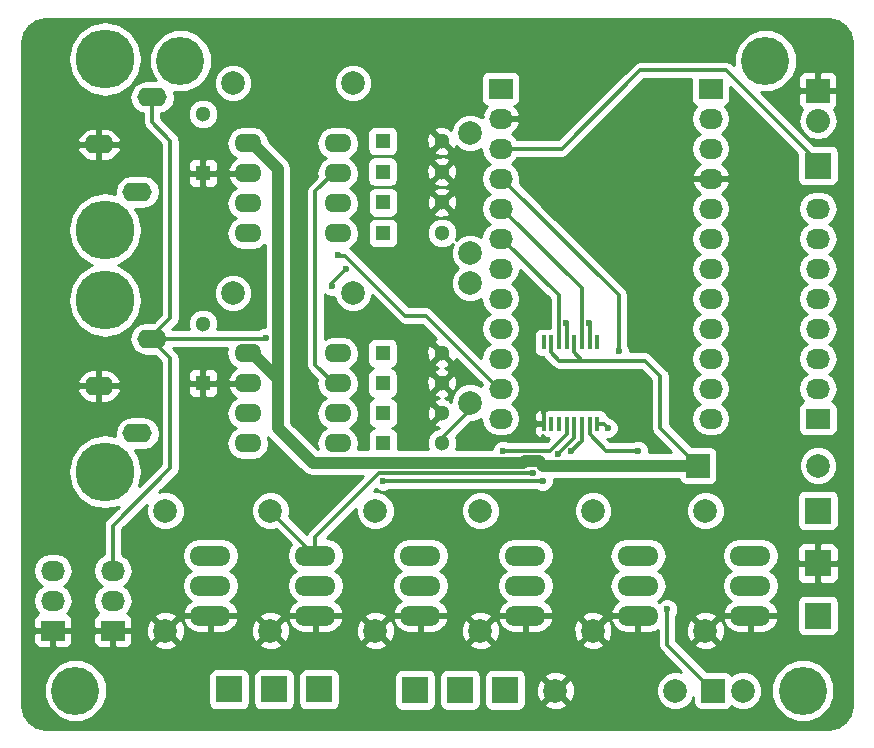
<source format=gbl>
G04 #@! TF.FileFunction,Copper,L2,Bot,Mixed*
%FSLAX46Y46*%
G04 Gerber Fmt 4.6, Leading zero omitted, Abs format (unit mm)*
G04 Created by KiCad (PCBNEW 4.0.0-stable) date 12/21/2015 3:24:30 PM*
%MOMM*%
G01*
G04 APERTURE LIST*
%ADD10C,0.100000*%
%ADD11C,4.064000*%
%ADD12R,2.235200X2.235200*%
%ADD13R,2.032000X1.727200*%
%ADD14O,2.032000X1.727200*%
%ADD15R,1.300000X1.300000*%
%ADD16C,1.300000*%
%ADD17C,1.998980*%
%ADD18R,1.998980X1.998980*%
%ADD19R,2.032000X2.032000*%
%ADD20O,2.032000X2.032000*%
%ADD21O,2.300000X1.600000*%
%ADD22R,0.400000X1.200000*%
%ADD23O,2.500000X1.600000*%
%ADD24O,5.000000X5.000000*%
%ADD25O,3.500120X1.699260*%
%ADD26R,2.000000X2.000000*%
%ADD27C,2.000000*%
%ADD28C,0.600000*%
%ADD29C,1.270000*%
%ADD30C,0.300000*%
%ADD31C,0.350000*%
%ADD32C,1.000000*%
%ADD33C,0.250000*%
%ADD34C,0.254000*%
G04 APERTURE END LIST*
D10*
D11*
X150495000Y-128270000D03*
X88900000Y-128270000D03*
D12*
X101911143Y-128163701D03*
D11*
X97790000Y-74930000D03*
D13*
X124894362Y-77305728D03*
D14*
X124894362Y-79845728D03*
X124894362Y-82385728D03*
X124894362Y-84925728D03*
X124894362Y-87465728D03*
X124894362Y-90005728D03*
X124894362Y-92545728D03*
X124894362Y-95085728D03*
X124894362Y-97625728D03*
X124894362Y-100165728D03*
X124894362Y-102705728D03*
X124894362Y-105245728D03*
D13*
X142674362Y-77305728D03*
D14*
X142674362Y-92545728D03*
X142674362Y-95085728D03*
X142674362Y-90005728D03*
X142674362Y-97625728D03*
X142674362Y-84925728D03*
X142674362Y-82385728D03*
X142674362Y-79845728D03*
X142674362Y-87465728D03*
X142674362Y-102705728D03*
X142674362Y-100165728D03*
X142674362Y-105245728D03*
D15*
X114935000Y-89535000D03*
D16*
X119935000Y-89535000D03*
D15*
X114935000Y-107315000D03*
D16*
X119935000Y-107315000D03*
D15*
X114905000Y-81735000D03*
D16*
X119905000Y-81735000D03*
D15*
X114905000Y-99695000D03*
D16*
X119905000Y-99695000D03*
D15*
X114935000Y-86931500D03*
D16*
X119935000Y-86931500D03*
D15*
X114935000Y-104775000D03*
D16*
X119935000Y-104775000D03*
D15*
X99695000Y-84455000D03*
D16*
X99695000Y-79455000D03*
D15*
X99695000Y-102235000D03*
D16*
X99695000Y-97235000D03*
D17*
X151765000Y-109220000D03*
D18*
X141605000Y-109220000D03*
D12*
X117663459Y-128195719D03*
X121473459Y-128195719D03*
X105721143Y-128163701D03*
X125283459Y-128195719D03*
X109531143Y-128163701D03*
D13*
X86995000Y-123190000D03*
D14*
X86995000Y-120650000D03*
X86995000Y-118110000D03*
D13*
X92075000Y-123190000D03*
D14*
X92075000Y-120650000D03*
X92075000Y-118110000D03*
D12*
X151765000Y-121920000D03*
X151765000Y-113030000D03*
X151765000Y-117475000D03*
X151765000Y-83820000D03*
D13*
X151765000Y-105245728D03*
D14*
X151765000Y-102705728D03*
X151765000Y-100165728D03*
X151765000Y-97625728D03*
X151765000Y-95085728D03*
X151765000Y-92545728D03*
X151765000Y-90005728D03*
X151765000Y-87465728D03*
D17*
X122305000Y-91215000D03*
X122305000Y-81055000D03*
X122305000Y-93735000D03*
X122305000Y-103895000D03*
X112395000Y-76835000D03*
X102235000Y-76835000D03*
X112395000Y-94615000D03*
X102235000Y-94615000D03*
X129540000Y-128270000D03*
X139700000Y-128270000D03*
X123190000Y-123190000D03*
X123190000Y-113030000D03*
X96520000Y-123190000D03*
X96520000Y-113030000D03*
X132715000Y-123190000D03*
X132715000Y-113030000D03*
X105410000Y-123190000D03*
X105410000Y-113030000D03*
X142240000Y-123190000D03*
X142240000Y-113030000D03*
X114300000Y-123190000D03*
X114300000Y-113030000D03*
D19*
X151765000Y-77470000D03*
D20*
X151765000Y-80010000D03*
D21*
X103505000Y-81915000D03*
X103505000Y-84455000D03*
X103505000Y-86995000D03*
X103505000Y-89535000D03*
X111125000Y-89535000D03*
X111125000Y-86995000D03*
X111125000Y-84455000D03*
X111125000Y-81915000D03*
X103505000Y-99695000D03*
X103505000Y-102235000D03*
X103505000Y-104775000D03*
X103505000Y-107315000D03*
X111125000Y-107315000D03*
X111125000Y-104775000D03*
X111125000Y-102235000D03*
X111125000Y-99695000D03*
D22*
X133085000Y-105685000D03*
X132435000Y-105685000D03*
X131785000Y-105685000D03*
X131135000Y-105685000D03*
X130485000Y-105685000D03*
X129835000Y-105685000D03*
X129185000Y-105685000D03*
X128535000Y-105685000D03*
X128535000Y-98785000D03*
X129185000Y-98785000D03*
X129835000Y-98785000D03*
X130485000Y-98785000D03*
X131135000Y-98785000D03*
X131785000Y-98785000D03*
X132435000Y-98785000D03*
X133085000Y-98785000D03*
D23*
X94143607Y-86035000D03*
X95393607Y-78035000D03*
D24*
X91393607Y-74785000D03*
X91393607Y-89285000D03*
D23*
X90893607Y-82035000D03*
X94143607Y-106482355D03*
X95393607Y-98482355D03*
D24*
X91393607Y-95232355D03*
X91393607Y-109732355D03*
D23*
X90893607Y-102482355D03*
D25*
X100330000Y-119380000D03*
X100330000Y-116840000D03*
X100330000Y-121920000D03*
X109220000Y-119380000D03*
X109220000Y-116840000D03*
X109220000Y-121920000D03*
X118110000Y-119380000D03*
X118110000Y-116840000D03*
X118110000Y-121920000D03*
X127000000Y-119380000D03*
X127000000Y-116840000D03*
X127000000Y-121920000D03*
X136525000Y-119380000D03*
X136525000Y-116840000D03*
X136525000Y-121920000D03*
X146050000Y-119380000D03*
X146050000Y-116840000D03*
X146050000Y-121920000D03*
D11*
X147320000Y-74930000D03*
D15*
X114905000Y-84335000D03*
D16*
X119905000Y-84335000D03*
D15*
X114905000Y-102235000D03*
D16*
X119905000Y-102235000D03*
D26*
X142875000Y-128270000D03*
D27*
X145415000Y-128270000D03*
D28*
X135572500Y-110744000D03*
X135572500Y-106743500D03*
D29*
X122805000Y-98735000D03*
X117605000Y-107235000D03*
X117705000Y-111935000D03*
D28*
X122305000Y-81055000D03*
X111800000Y-92549990D03*
X110600000Y-94000000D03*
X105000000Y-98400000D03*
X132410010Y-97155000D03*
X130884253Y-108024253D03*
X128450013Y-110490000D03*
X114935000Y-110490000D03*
X133985000Y-106045000D03*
X129789627Y-108199627D03*
X127650020Y-109839978D03*
X136525000Y-107950000D03*
X125095006Y-107950000D03*
X111125000Y-91424980D03*
X130460010Y-97155000D03*
X139000000Y-121400000D03*
X134900000Y-99500000D03*
D30*
X119935000Y-107315000D02*
X119935000Y-106865000D01*
X119935000Y-106865000D02*
X122305000Y-104495000D01*
X122305000Y-104495000D02*
X122305000Y-103895000D01*
X128535000Y-105685000D02*
X128535000Y-103632000D01*
X128535000Y-103632000D02*
X133667500Y-103632000D01*
X133667500Y-103632000D02*
X135572500Y-105537000D01*
X135572500Y-105537000D02*
X135572500Y-106743500D01*
X122170001Y-98100001D02*
X122805000Y-98735000D01*
X118405000Y-94335000D02*
X122170001Y-98100001D01*
X118405000Y-88525000D02*
X118405000Y-94335000D01*
X119935000Y-86995000D02*
X118405000Y-88525000D01*
X118110000Y-121920000D02*
X121005000Y-121920000D01*
X121005000Y-121920000D02*
X121005000Y-115235000D01*
X121005000Y-115235000D02*
X117705000Y-111935000D01*
X117605000Y-107235000D02*
X119935000Y-104905000D01*
X119935000Y-104905000D02*
X119935000Y-104775000D01*
X128535000Y-105285000D02*
X128535000Y-105685000D01*
D31*
X129185000Y-99635000D02*
X129880000Y-100330000D01*
X129185000Y-98785000D02*
X129185000Y-99635000D01*
X131830000Y-100330000D02*
X132114188Y-100330000D01*
X131135000Y-99635000D02*
X131830000Y-100330000D01*
X131135000Y-98785000D02*
X131135000Y-99635000D01*
X129880000Y-100330000D02*
X132114188Y-100330000D01*
D32*
X103855000Y-99695000D02*
X103505000Y-99695000D01*
X106045000Y-101885000D02*
X103855000Y-99695000D01*
X106045000Y-84105000D02*
X103855000Y-81915000D01*
X106045000Y-102546600D02*
X106045000Y-84105000D01*
X103855000Y-81915000D02*
X103505000Y-81915000D01*
X106045000Y-102546600D02*
X106045000Y-101885000D01*
X108989988Y-108989988D02*
X106045000Y-106045000D01*
X128510046Y-109220000D02*
X128130022Y-108839976D01*
X141605000Y-109220000D02*
X128510046Y-109220000D01*
X126936520Y-108839976D02*
X126786508Y-108989988D01*
X128130022Y-108839976D02*
X126936520Y-108839976D01*
X126786508Y-108989988D02*
X108989988Y-108989988D01*
X106045000Y-106045000D02*
X106045000Y-102546600D01*
D31*
X138430000Y-106045000D02*
X141605000Y-109220000D01*
X138430000Y-101659691D02*
X138430000Y-106045000D01*
X137100309Y-100330000D02*
X138430000Y-101659691D01*
X132114188Y-100330000D02*
X137100309Y-100330000D01*
D30*
X110600000Y-94000000D02*
X110600000Y-93749990D01*
X110600000Y-93749990D02*
X111800000Y-92549990D01*
X95393607Y-98482355D02*
X104917645Y-98482355D01*
X104917645Y-98482355D02*
X105000000Y-98400000D01*
X96943607Y-81703607D02*
X95393607Y-80153607D01*
X95393607Y-80153607D02*
X95393607Y-78035000D01*
X95393607Y-98568607D02*
X95393607Y-98482355D01*
X96943607Y-100118607D02*
X95393607Y-98568607D01*
X96943607Y-109431393D02*
X96943607Y-100118607D01*
X92075000Y-114300000D02*
X96943607Y-109431393D01*
X92075000Y-118110000D02*
X92075000Y-114300000D01*
X96943607Y-96731393D02*
X96943607Y-81703607D01*
X95393607Y-98281393D02*
X96943607Y-96731393D01*
X95393607Y-98482355D02*
X95393607Y-98281393D01*
D33*
X132435000Y-97179990D02*
X132410010Y-97155000D01*
D30*
X132435000Y-98785000D02*
X132435000Y-97179990D01*
X131785000Y-107123506D02*
X130884253Y-108024253D01*
X131785000Y-105685000D02*
X131785000Y-107123506D01*
X128450013Y-110490000D02*
X114935000Y-110490000D01*
X133625000Y-105685000D02*
X133985000Y-106045000D01*
X133085000Y-105685000D02*
X133625000Y-105685000D01*
X131135000Y-106854254D02*
X129789627Y-108199627D01*
X131135000Y-105685000D02*
X131135000Y-106854254D01*
X105410000Y-113030000D02*
X109220000Y-116840000D01*
X109220000Y-115242998D02*
X114622999Y-109839999D01*
X127225735Y-109839999D02*
X127225756Y-109839978D01*
X114622999Y-109839999D02*
X127225735Y-109839999D01*
X109220000Y-116840000D02*
X109220000Y-115242998D01*
X127225756Y-109839978D02*
X127650020Y-109839978D01*
X133800000Y-107950000D02*
X136525000Y-107950000D01*
X132435000Y-106585000D02*
X133800000Y-107950000D01*
X132435000Y-105685000D02*
X132435000Y-106585000D01*
X129120000Y-107950000D02*
X125095006Y-107950000D01*
X130485000Y-106585000D02*
X129120000Y-107950000D01*
X130485000Y-105685000D02*
X130485000Y-106585000D01*
X124894362Y-102705728D02*
X124741962Y-102705728D01*
X124741962Y-102705728D02*
X118556234Y-96520000D01*
X118556234Y-96520000D02*
X116840000Y-96520000D01*
X116840000Y-96520000D02*
X111760000Y-91440000D01*
X111760000Y-91440000D02*
X111140020Y-91440000D01*
X111140020Y-91440000D02*
X111125000Y-91424980D01*
X110775000Y-84455000D02*
X111125000Y-84455000D01*
X109220000Y-86010000D02*
X110775000Y-84455000D01*
X109220000Y-100680000D02*
X109220000Y-86010000D01*
X110775000Y-102235000D02*
X109220000Y-100680000D01*
X111125000Y-102235000D02*
X110775000Y-102235000D01*
X129835000Y-94793966D02*
X129835000Y-98785000D01*
X125046762Y-90005728D02*
X129835000Y-94793966D01*
D33*
X124894362Y-90005728D02*
X125046762Y-90005728D01*
X130485000Y-97179990D02*
X130460010Y-97155000D01*
D30*
X130485000Y-98785000D02*
X130485000Y-97179990D01*
D33*
X125046762Y-87465728D02*
X124894362Y-87465728D01*
D30*
X131785000Y-94203966D02*
X125046762Y-87465728D01*
X131785000Y-98785000D02*
X131785000Y-94203966D01*
X139000000Y-121400000D02*
X139000000Y-124395000D01*
X139000000Y-124395000D02*
X142875000Y-128270000D01*
X124894362Y-84925728D02*
X125046762Y-84925728D01*
X125046762Y-84925728D02*
X134900000Y-94778966D01*
X134900000Y-94778966D02*
X134900000Y-99500000D01*
X124894362Y-82385728D02*
X130085272Y-82385728D01*
X144005000Y-75735000D02*
X151765000Y-83495000D01*
X130085272Y-82385728D02*
X136736000Y-75735000D01*
X136736000Y-75735000D02*
X144005000Y-75735000D01*
X151765000Y-83495000D02*
X151765000Y-83820000D01*
D34*
G36*
X153475989Y-71601152D02*
X154065170Y-71994830D01*
X154458848Y-72584011D01*
X154611000Y-73348931D01*
X154611000Y-129597069D01*
X154458848Y-130361989D01*
X154065170Y-130951170D01*
X153475989Y-131344848D01*
X152711069Y-131497000D01*
X86302931Y-131497000D01*
X85538011Y-131344848D01*
X84948830Y-130951170D01*
X84555152Y-130361989D01*
X84403000Y-129597069D01*
X84403000Y-128798172D01*
X86232538Y-128798172D01*
X86637709Y-129778761D01*
X87387293Y-130529655D01*
X88367173Y-130936536D01*
X89428172Y-130937462D01*
X90408761Y-130532291D01*
X91159655Y-129782707D01*
X91566536Y-128802827D01*
X91567462Y-127741828D01*
X91279994Y-127046101D01*
X100146103Y-127046101D01*
X100146103Y-129281301D01*
X100190381Y-129516618D01*
X100329453Y-129732742D01*
X100541653Y-129877732D01*
X100793543Y-129928741D01*
X103028743Y-129928741D01*
X103264060Y-129884463D01*
X103480184Y-129745391D01*
X103625174Y-129533191D01*
X103676183Y-129281301D01*
X103676183Y-127046101D01*
X103956103Y-127046101D01*
X103956103Y-129281301D01*
X104000381Y-129516618D01*
X104139453Y-129732742D01*
X104351653Y-129877732D01*
X104603543Y-129928741D01*
X106838743Y-129928741D01*
X107074060Y-129884463D01*
X107290184Y-129745391D01*
X107435174Y-129533191D01*
X107486183Y-129281301D01*
X107486183Y-127046101D01*
X107766103Y-127046101D01*
X107766103Y-129281301D01*
X107810381Y-129516618D01*
X107949453Y-129732742D01*
X108161653Y-129877732D01*
X108413543Y-129928741D01*
X110648743Y-129928741D01*
X110884060Y-129884463D01*
X111100184Y-129745391D01*
X111245174Y-129533191D01*
X111296183Y-129281301D01*
X111296183Y-127078119D01*
X115898419Y-127078119D01*
X115898419Y-129313319D01*
X115942697Y-129548636D01*
X116081769Y-129764760D01*
X116293969Y-129909750D01*
X116545859Y-129960759D01*
X118781059Y-129960759D01*
X119016376Y-129916481D01*
X119232500Y-129777409D01*
X119377490Y-129565209D01*
X119428499Y-129313319D01*
X119428499Y-127078119D01*
X119708419Y-127078119D01*
X119708419Y-129313319D01*
X119752697Y-129548636D01*
X119891769Y-129764760D01*
X120103969Y-129909750D01*
X120355859Y-129960759D01*
X122591059Y-129960759D01*
X122826376Y-129916481D01*
X123042500Y-129777409D01*
X123187490Y-129565209D01*
X123238499Y-129313319D01*
X123238499Y-127078119D01*
X123518419Y-127078119D01*
X123518419Y-129313319D01*
X123562697Y-129548636D01*
X123701769Y-129764760D01*
X123913969Y-129909750D01*
X124165859Y-129960759D01*
X126401059Y-129960759D01*
X126636376Y-129916481D01*
X126852500Y-129777409D01*
X126997490Y-129565209D01*
X127026457Y-129422163D01*
X128567443Y-129422163D01*
X128666042Y-129688965D01*
X129275582Y-129915401D01*
X129925377Y-129891341D01*
X130413958Y-129688965D01*
X130512557Y-129422163D01*
X129540000Y-128449605D01*
X128567443Y-129422163D01*
X127026457Y-129422163D01*
X127048499Y-129313319D01*
X127048499Y-128005582D01*
X127894599Y-128005582D01*
X127918659Y-128655377D01*
X128121035Y-129143958D01*
X128387837Y-129242557D01*
X129360395Y-128270000D01*
X129719605Y-128270000D01*
X130692163Y-129242557D01*
X130958965Y-129143958D01*
X131185401Y-128534418D01*
X131161341Y-127884623D01*
X130958965Y-127396042D01*
X130692163Y-127297443D01*
X129719605Y-128270000D01*
X129360395Y-128270000D01*
X128387837Y-127297443D01*
X128121035Y-127396042D01*
X127894599Y-128005582D01*
X127048499Y-128005582D01*
X127048499Y-127117837D01*
X128567443Y-127117837D01*
X129540000Y-128090395D01*
X130512557Y-127117837D01*
X130413958Y-126851035D01*
X129804418Y-126624599D01*
X129154623Y-126648659D01*
X128666042Y-126851035D01*
X128567443Y-127117837D01*
X127048499Y-127117837D01*
X127048499Y-127078119D01*
X127004221Y-126842802D01*
X126865149Y-126626678D01*
X126652949Y-126481688D01*
X126401059Y-126430679D01*
X124165859Y-126430679D01*
X123930542Y-126474957D01*
X123714418Y-126614029D01*
X123569428Y-126826229D01*
X123518419Y-127078119D01*
X123238499Y-127078119D01*
X123194221Y-126842802D01*
X123055149Y-126626678D01*
X122842949Y-126481688D01*
X122591059Y-126430679D01*
X120355859Y-126430679D01*
X120120542Y-126474957D01*
X119904418Y-126614029D01*
X119759428Y-126826229D01*
X119708419Y-127078119D01*
X119428499Y-127078119D01*
X119384221Y-126842802D01*
X119245149Y-126626678D01*
X119032949Y-126481688D01*
X118781059Y-126430679D01*
X116545859Y-126430679D01*
X116310542Y-126474957D01*
X116094418Y-126614029D01*
X115949428Y-126826229D01*
X115898419Y-127078119D01*
X111296183Y-127078119D01*
X111296183Y-127046101D01*
X111251905Y-126810784D01*
X111112833Y-126594660D01*
X110900633Y-126449670D01*
X110648743Y-126398661D01*
X108413543Y-126398661D01*
X108178226Y-126442939D01*
X107962102Y-126582011D01*
X107817112Y-126794211D01*
X107766103Y-127046101D01*
X107486183Y-127046101D01*
X107441905Y-126810784D01*
X107302833Y-126594660D01*
X107090633Y-126449670D01*
X106838743Y-126398661D01*
X104603543Y-126398661D01*
X104368226Y-126442939D01*
X104152102Y-126582011D01*
X104007112Y-126794211D01*
X103956103Y-127046101D01*
X103676183Y-127046101D01*
X103631905Y-126810784D01*
X103492833Y-126594660D01*
X103280633Y-126449670D01*
X103028743Y-126398661D01*
X100793543Y-126398661D01*
X100558226Y-126442939D01*
X100342102Y-126582011D01*
X100197112Y-126794211D01*
X100146103Y-127046101D01*
X91279994Y-127046101D01*
X91162291Y-126761239D01*
X90412707Y-126010345D01*
X89432827Y-125603464D01*
X88371828Y-125602538D01*
X87391239Y-126007709D01*
X86640345Y-126757293D01*
X86233464Y-127737173D01*
X86232538Y-128798172D01*
X84403000Y-128798172D01*
X84403000Y-123475750D01*
X85344000Y-123475750D01*
X85344000Y-124179910D01*
X85440673Y-124413299D01*
X85619302Y-124591927D01*
X85852691Y-124688600D01*
X86709250Y-124688600D01*
X86868000Y-124529850D01*
X86868000Y-123317000D01*
X87122000Y-123317000D01*
X87122000Y-124529850D01*
X87280750Y-124688600D01*
X88137309Y-124688600D01*
X88370698Y-124591927D01*
X88549327Y-124413299D01*
X88646000Y-124179910D01*
X88646000Y-123475750D01*
X90424000Y-123475750D01*
X90424000Y-124179910D01*
X90520673Y-124413299D01*
X90699302Y-124591927D01*
X90932691Y-124688600D01*
X91789250Y-124688600D01*
X91948000Y-124529850D01*
X91948000Y-123317000D01*
X92202000Y-123317000D01*
X92202000Y-124529850D01*
X92360750Y-124688600D01*
X93217309Y-124688600D01*
X93450698Y-124591927D01*
X93629327Y-124413299D01*
X93658792Y-124342163D01*
X95547443Y-124342163D01*
X95646042Y-124608965D01*
X96255582Y-124835401D01*
X96905377Y-124811341D01*
X97393958Y-124608965D01*
X97492557Y-124342163D01*
X104437443Y-124342163D01*
X104536042Y-124608965D01*
X105145582Y-124835401D01*
X105795377Y-124811341D01*
X106283958Y-124608965D01*
X106382557Y-124342163D01*
X113327443Y-124342163D01*
X113426042Y-124608965D01*
X114035582Y-124835401D01*
X114685377Y-124811341D01*
X115173958Y-124608965D01*
X115272557Y-124342163D01*
X122217443Y-124342163D01*
X122316042Y-124608965D01*
X122925582Y-124835401D01*
X123575377Y-124811341D01*
X124063958Y-124608965D01*
X124162557Y-124342163D01*
X131742443Y-124342163D01*
X131841042Y-124608965D01*
X132450582Y-124835401D01*
X133100377Y-124811341D01*
X133588958Y-124608965D01*
X133687557Y-124342163D01*
X132715000Y-123369605D01*
X131742443Y-124342163D01*
X124162557Y-124342163D01*
X123190000Y-123369605D01*
X122217443Y-124342163D01*
X115272557Y-124342163D01*
X114300000Y-123369605D01*
X113327443Y-124342163D01*
X106382557Y-124342163D01*
X105410000Y-123369605D01*
X104437443Y-124342163D01*
X97492557Y-124342163D01*
X96520000Y-123369605D01*
X95547443Y-124342163D01*
X93658792Y-124342163D01*
X93726000Y-124179910D01*
X93726000Y-123475750D01*
X93567250Y-123317000D01*
X92202000Y-123317000D01*
X91948000Y-123317000D01*
X90582750Y-123317000D01*
X90424000Y-123475750D01*
X88646000Y-123475750D01*
X88487250Y-123317000D01*
X87122000Y-123317000D01*
X86868000Y-123317000D01*
X85502750Y-123317000D01*
X85344000Y-123475750D01*
X84403000Y-123475750D01*
X84403000Y-118110000D01*
X85311655Y-118110000D01*
X85425729Y-118683489D01*
X85750585Y-119169670D01*
X86065366Y-119380000D01*
X85750585Y-119590330D01*
X85425729Y-120076511D01*
X85311655Y-120650000D01*
X85425729Y-121223489D01*
X85750585Y-121709670D01*
X85772780Y-121724500D01*
X85619302Y-121788073D01*
X85440673Y-121966701D01*
X85344000Y-122200090D01*
X85344000Y-122904250D01*
X85502750Y-123063000D01*
X86868000Y-123063000D01*
X86868000Y-123043000D01*
X87122000Y-123043000D01*
X87122000Y-123063000D01*
X88487250Y-123063000D01*
X88646000Y-122904250D01*
X88646000Y-122200090D01*
X88549327Y-121966701D01*
X88370698Y-121788073D01*
X88217220Y-121724500D01*
X88239415Y-121709670D01*
X88564271Y-121223489D01*
X88678345Y-120650000D01*
X88564271Y-120076511D01*
X88239415Y-119590330D01*
X87924634Y-119380000D01*
X88239415Y-119169670D01*
X88564271Y-118683489D01*
X88678345Y-118110000D01*
X88564271Y-117536511D01*
X88239415Y-117050330D01*
X87753234Y-116725474D01*
X87179745Y-116611400D01*
X86810255Y-116611400D01*
X86236766Y-116725474D01*
X85750585Y-117050330D01*
X85425729Y-117536511D01*
X85311655Y-118110000D01*
X84403000Y-118110000D01*
X84403000Y-109670937D01*
X88258607Y-109670937D01*
X88258607Y-109793773D01*
X88497245Y-110993486D01*
X89176827Y-112010553D01*
X90193894Y-112690135D01*
X91393607Y-112928773D01*
X92570085Y-112694757D01*
X91519921Y-113744921D01*
X91349755Y-113999593D01*
X91290000Y-114300000D01*
X91290000Y-116743358D01*
X90830585Y-117050330D01*
X90505729Y-117536511D01*
X90391655Y-118110000D01*
X90505729Y-118683489D01*
X90830585Y-119169670D01*
X91145366Y-119380000D01*
X90830585Y-119590330D01*
X90505729Y-120076511D01*
X90391655Y-120650000D01*
X90505729Y-121223489D01*
X90830585Y-121709670D01*
X90852780Y-121724500D01*
X90699302Y-121788073D01*
X90520673Y-121966701D01*
X90424000Y-122200090D01*
X90424000Y-122904250D01*
X90582750Y-123063000D01*
X91948000Y-123063000D01*
X91948000Y-123043000D01*
X92202000Y-123043000D01*
X92202000Y-123063000D01*
X93567250Y-123063000D01*
X93704668Y-122925582D01*
X94874599Y-122925582D01*
X94898659Y-123575377D01*
X95101035Y-124063958D01*
X95367837Y-124162557D01*
X96340395Y-123190000D01*
X96699605Y-123190000D01*
X97672163Y-124162557D01*
X97938965Y-124063958D01*
X98165401Y-123454418D01*
X98141341Y-122804623D01*
X97938965Y-122316042D01*
X97832866Y-122276832D01*
X97988460Y-122276832D01*
X98009351Y-122370810D01*
X98289976Y-122879989D01*
X98744094Y-123243018D01*
X99302570Y-123404630D01*
X100203000Y-123404630D01*
X100203000Y-122047000D01*
X100457000Y-122047000D01*
X100457000Y-123404630D01*
X101357430Y-123404630D01*
X101915906Y-123243018D01*
X102312991Y-122925582D01*
X103764599Y-122925582D01*
X103788659Y-123575377D01*
X103991035Y-124063958D01*
X104257837Y-124162557D01*
X105230395Y-123190000D01*
X105589605Y-123190000D01*
X106562163Y-124162557D01*
X106828965Y-124063958D01*
X107055401Y-123454418D01*
X107031341Y-122804623D01*
X106828965Y-122316042D01*
X106722866Y-122276832D01*
X106878460Y-122276832D01*
X106899351Y-122370810D01*
X107179976Y-122879989D01*
X107634094Y-123243018D01*
X108192570Y-123404630D01*
X109093000Y-123404630D01*
X109093000Y-122047000D01*
X109347000Y-122047000D01*
X109347000Y-123404630D01*
X110247430Y-123404630D01*
X110805906Y-123243018D01*
X111202991Y-122925582D01*
X112654599Y-122925582D01*
X112678659Y-123575377D01*
X112881035Y-124063958D01*
X113147837Y-124162557D01*
X114120395Y-123190000D01*
X114479605Y-123190000D01*
X115452163Y-124162557D01*
X115718965Y-124063958D01*
X115945401Y-123454418D01*
X115921341Y-122804623D01*
X115718965Y-122316042D01*
X115612866Y-122276832D01*
X115768460Y-122276832D01*
X115789351Y-122370810D01*
X116069976Y-122879989D01*
X116524094Y-123243018D01*
X117082570Y-123404630D01*
X117983000Y-123404630D01*
X117983000Y-122047000D01*
X118237000Y-122047000D01*
X118237000Y-123404630D01*
X119137430Y-123404630D01*
X119695906Y-123243018D01*
X120092991Y-122925582D01*
X121544599Y-122925582D01*
X121568659Y-123575377D01*
X121771035Y-124063958D01*
X122037837Y-124162557D01*
X123010395Y-123190000D01*
X123369605Y-123190000D01*
X124342163Y-124162557D01*
X124608965Y-124063958D01*
X124835401Y-123454418D01*
X124811341Y-122804623D01*
X124608965Y-122316042D01*
X124502866Y-122276832D01*
X124658460Y-122276832D01*
X124679351Y-122370810D01*
X124959976Y-122879989D01*
X125414094Y-123243018D01*
X125972570Y-123404630D01*
X126873000Y-123404630D01*
X126873000Y-122047000D01*
X127127000Y-122047000D01*
X127127000Y-123404630D01*
X128027430Y-123404630D01*
X128585906Y-123243018D01*
X128982991Y-122925582D01*
X131069599Y-122925582D01*
X131093659Y-123575377D01*
X131296035Y-124063958D01*
X131562837Y-124162557D01*
X132535395Y-123190000D01*
X132894605Y-123190000D01*
X133867163Y-124162557D01*
X134133965Y-124063958D01*
X134360401Y-123454418D01*
X134336341Y-122804623D01*
X134133965Y-122316042D01*
X134027866Y-122276832D01*
X134183460Y-122276832D01*
X134204351Y-122370810D01*
X134484976Y-122879989D01*
X134939094Y-123243018D01*
X135497570Y-123404630D01*
X136398000Y-123404630D01*
X136398000Y-122047000D01*
X134304786Y-122047000D01*
X134183460Y-122276832D01*
X134027866Y-122276832D01*
X133867163Y-122217443D01*
X132894605Y-123190000D01*
X132535395Y-123190000D01*
X131562837Y-122217443D01*
X131296035Y-122316042D01*
X131069599Y-122925582D01*
X128982991Y-122925582D01*
X129040024Y-122879989D01*
X129320649Y-122370810D01*
X129341540Y-122276832D01*
X129220214Y-122047000D01*
X127127000Y-122047000D01*
X126873000Y-122047000D01*
X124779786Y-122047000D01*
X124658460Y-122276832D01*
X124502866Y-122276832D01*
X124342163Y-122217443D01*
X123369605Y-123190000D01*
X123010395Y-123190000D01*
X122037837Y-122217443D01*
X121771035Y-122316042D01*
X121544599Y-122925582D01*
X120092991Y-122925582D01*
X120150024Y-122879989D01*
X120430649Y-122370810D01*
X120451540Y-122276832D01*
X120330214Y-122047000D01*
X118237000Y-122047000D01*
X117983000Y-122047000D01*
X115889786Y-122047000D01*
X115768460Y-122276832D01*
X115612866Y-122276832D01*
X115452163Y-122217443D01*
X114479605Y-123190000D01*
X114120395Y-123190000D01*
X113147837Y-122217443D01*
X112881035Y-122316042D01*
X112654599Y-122925582D01*
X111202991Y-122925582D01*
X111260024Y-122879989D01*
X111540649Y-122370810D01*
X111561540Y-122276832D01*
X111440214Y-122047000D01*
X109347000Y-122047000D01*
X109093000Y-122047000D01*
X106999786Y-122047000D01*
X106878460Y-122276832D01*
X106722866Y-122276832D01*
X106562163Y-122217443D01*
X105589605Y-123190000D01*
X105230395Y-123190000D01*
X104257837Y-122217443D01*
X103991035Y-122316042D01*
X103764599Y-122925582D01*
X102312991Y-122925582D01*
X102370024Y-122879989D01*
X102650649Y-122370810D01*
X102671540Y-122276832D01*
X102550214Y-122047000D01*
X100457000Y-122047000D01*
X100203000Y-122047000D01*
X98109786Y-122047000D01*
X97988460Y-122276832D01*
X97832866Y-122276832D01*
X97672163Y-122217443D01*
X96699605Y-123190000D01*
X96340395Y-123190000D01*
X95367837Y-122217443D01*
X95101035Y-122316042D01*
X94874599Y-122925582D01*
X93704668Y-122925582D01*
X93726000Y-122904250D01*
X93726000Y-122200090D01*
X93658793Y-122037837D01*
X95547443Y-122037837D01*
X96520000Y-123010395D01*
X97492557Y-122037837D01*
X104437443Y-122037837D01*
X105410000Y-123010395D01*
X106382557Y-122037837D01*
X113327443Y-122037837D01*
X114300000Y-123010395D01*
X115272557Y-122037837D01*
X122217443Y-122037837D01*
X123190000Y-123010395D01*
X124162557Y-122037837D01*
X131742443Y-122037837D01*
X132715000Y-123010395D01*
X133687557Y-122037837D01*
X133588958Y-121771035D01*
X132979418Y-121544599D01*
X132329623Y-121568659D01*
X131841042Y-121771035D01*
X131742443Y-122037837D01*
X124162557Y-122037837D01*
X124063958Y-121771035D01*
X123454418Y-121544599D01*
X122804623Y-121568659D01*
X122316042Y-121771035D01*
X122217443Y-122037837D01*
X115272557Y-122037837D01*
X115173958Y-121771035D01*
X114564418Y-121544599D01*
X113914623Y-121568659D01*
X113426042Y-121771035D01*
X113327443Y-122037837D01*
X106382557Y-122037837D01*
X106283958Y-121771035D01*
X105674418Y-121544599D01*
X105024623Y-121568659D01*
X104536042Y-121771035D01*
X104437443Y-122037837D01*
X97492557Y-122037837D01*
X97393958Y-121771035D01*
X96784418Y-121544599D01*
X96134623Y-121568659D01*
X95646042Y-121771035D01*
X95547443Y-122037837D01*
X93658793Y-122037837D01*
X93629327Y-121966701D01*
X93450698Y-121788073D01*
X93297220Y-121724500D01*
X93319415Y-121709670D01*
X93644271Y-121223489D01*
X93758345Y-120650000D01*
X93644271Y-120076511D01*
X93319415Y-119590330D01*
X93004634Y-119380000D01*
X93319415Y-119169670D01*
X93644271Y-118683489D01*
X93758345Y-118110000D01*
X93644271Y-117536511D01*
X93319415Y-117050330D01*
X93004635Y-116840000D01*
X97898214Y-116840000D01*
X98011225Y-117408143D01*
X98333052Y-117889792D01*
X98662617Y-118110000D01*
X98333052Y-118330208D01*
X98011225Y-118811857D01*
X97898214Y-119380000D01*
X98011225Y-119948143D01*
X98333052Y-120429792D01*
X98670873Y-120655516D01*
X98289976Y-120960011D01*
X98009351Y-121469190D01*
X97988460Y-121563168D01*
X98109786Y-121793000D01*
X100203000Y-121793000D01*
X100203000Y-121773000D01*
X100457000Y-121773000D01*
X100457000Y-121793000D01*
X102550214Y-121793000D01*
X102671540Y-121563168D01*
X102650649Y-121469190D01*
X102370024Y-120960011D01*
X101989127Y-120655516D01*
X102326948Y-120429792D01*
X102648775Y-119948143D01*
X102761786Y-119380000D01*
X102648775Y-118811857D01*
X102326948Y-118330208D01*
X101997383Y-118110000D01*
X102326948Y-117889792D01*
X102648775Y-117408143D01*
X102761786Y-116840000D01*
X102648775Y-116271857D01*
X102326948Y-115790208D01*
X101845299Y-115468381D01*
X101277156Y-115355370D01*
X99382844Y-115355370D01*
X98814701Y-115468381D01*
X98333052Y-115790208D01*
X98011225Y-116271857D01*
X97898214Y-116840000D01*
X93004635Y-116840000D01*
X92860000Y-116743358D01*
X92860000Y-114625158D01*
X94959707Y-112525451D01*
X94885794Y-112703453D01*
X94885226Y-113353694D01*
X95133538Y-113954655D01*
X95592927Y-114414846D01*
X96193453Y-114664206D01*
X96843694Y-114664774D01*
X97444655Y-114416462D01*
X97904846Y-113957073D01*
X98154206Y-113356547D01*
X98154774Y-112706306D01*
X97906462Y-112105345D01*
X97447073Y-111645154D01*
X96846547Y-111395794D01*
X96196306Y-111395226D01*
X96015030Y-111470128D01*
X97498686Y-109986472D01*
X97668852Y-109731800D01*
X97728607Y-109431393D01*
X97728607Y-102520750D01*
X98410000Y-102520750D01*
X98410000Y-103011309D01*
X98506673Y-103244698D01*
X98685301Y-103423327D01*
X98918690Y-103520000D01*
X99409250Y-103520000D01*
X99568000Y-103361250D01*
X99568000Y-102362000D01*
X99822000Y-102362000D01*
X99822000Y-103361250D01*
X99980750Y-103520000D01*
X100471310Y-103520000D01*
X100704699Y-103423327D01*
X100883327Y-103244698D01*
X100980000Y-103011309D01*
X100980000Y-102520750D01*
X100821250Y-102362000D01*
X99822000Y-102362000D01*
X99568000Y-102362000D01*
X98568750Y-102362000D01*
X98410000Y-102520750D01*
X97728607Y-102520750D01*
X97728607Y-101458691D01*
X98410000Y-101458691D01*
X98410000Y-101949250D01*
X98568750Y-102108000D01*
X99568000Y-102108000D01*
X99568000Y-101108750D01*
X99822000Y-101108750D01*
X99822000Y-102108000D01*
X100821250Y-102108000D01*
X100980000Y-101949250D01*
X100980000Y-101458691D01*
X100883327Y-101225302D01*
X100704699Y-101046673D01*
X100471310Y-100950000D01*
X99980750Y-100950000D01*
X99822000Y-101108750D01*
X99568000Y-101108750D01*
X99409250Y-100950000D01*
X98918690Y-100950000D01*
X98685301Y-101046673D01*
X98506673Y-101225302D01*
X98410000Y-101458691D01*
X97728607Y-101458691D01*
X97728607Y-100118607D01*
X97710772Y-100028943D01*
X97668852Y-99818200D01*
X97498686Y-99563528D01*
X97202513Y-99267355D01*
X101770094Y-99267355D01*
X101685030Y-99695000D01*
X101794263Y-100244151D01*
X102105332Y-100709698D01*
X102483151Y-100962149D01*
X102050500Y-101310104D01*
X101780633Y-101803181D01*
X101763096Y-101885961D01*
X101885085Y-102108000D01*
X103378000Y-102108000D01*
X103378000Y-102088000D01*
X103632000Y-102088000D01*
X103632000Y-102108000D01*
X103652000Y-102108000D01*
X103652000Y-102362000D01*
X103632000Y-102362000D01*
X103632000Y-102382000D01*
X103378000Y-102382000D01*
X103378000Y-102362000D01*
X101885085Y-102362000D01*
X101763096Y-102584039D01*
X101780633Y-102666819D01*
X102050500Y-103159896D01*
X102483151Y-103507851D01*
X102105332Y-103760302D01*
X101794263Y-104225849D01*
X101685030Y-104775000D01*
X101794263Y-105324151D01*
X102105332Y-105789698D01*
X102487418Y-106045000D01*
X102105332Y-106300302D01*
X101794263Y-106765849D01*
X101685030Y-107315000D01*
X101794263Y-107864151D01*
X102105332Y-108329698D01*
X102570879Y-108640767D01*
X103120030Y-108750000D01*
X103889970Y-108750000D01*
X104439121Y-108640767D01*
X104904668Y-108329698D01*
X105215737Y-107864151D01*
X105324970Y-107315000D01*
X105227565Y-106825313D01*
X105242434Y-106847566D01*
X108187422Y-109792554D01*
X108555642Y-110038591D01*
X108989988Y-110124988D01*
X113227853Y-110124988D01*
X108664921Y-114687919D01*
X108494755Y-114942591D01*
X108494755Y-114942592D01*
X108484468Y-114994310D01*
X106986258Y-113496100D01*
X107044206Y-113356547D01*
X107044774Y-112706306D01*
X106796462Y-112105345D01*
X106337073Y-111645154D01*
X105736547Y-111395794D01*
X105086306Y-111395226D01*
X104485345Y-111643538D01*
X104025154Y-112102927D01*
X103775794Y-112703453D01*
X103775226Y-113353694D01*
X104023538Y-113954655D01*
X104482927Y-114414846D01*
X105083453Y-114664206D01*
X105733694Y-114664774D01*
X105875870Y-114606028D01*
X107157763Y-115887921D01*
X106901225Y-116271857D01*
X106788214Y-116840000D01*
X106901225Y-117408143D01*
X107223052Y-117889792D01*
X107552617Y-118110000D01*
X107223052Y-118330208D01*
X106901225Y-118811857D01*
X106788214Y-119380000D01*
X106901225Y-119948143D01*
X107223052Y-120429792D01*
X107560873Y-120655516D01*
X107179976Y-120960011D01*
X106899351Y-121469190D01*
X106878460Y-121563168D01*
X106999786Y-121793000D01*
X109093000Y-121793000D01*
X109093000Y-121773000D01*
X109347000Y-121773000D01*
X109347000Y-121793000D01*
X111440214Y-121793000D01*
X111561540Y-121563168D01*
X111540649Y-121469190D01*
X111260024Y-120960011D01*
X110879127Y-120655516D01*
X111216948Y-120429792D01*
X111538775Y-119948143D01*
X111651786Y-119380000D01*
X111538775Y-118811857D01*
X111216948Y-118330208D01*
X110887383Y-118110000D01*
X111216948Y-117889792D01*
X111538775Y-117408143D01*
X111651786Y-116840000D01*
X115678214Y-116840000D01*
X115791225Y-117408143D01*
X116113052Y-117889792D01*
X116442617Y-118110000D01*
X116113052Y-118330208D01*
X115791225Y-118811857D01*
X115678214Y-119380000D01*
X115791225Y-119948143D01*
X116113052Y-120429792D01*
X116450873Y-120655516D01*
X116069976Y-120960011D01*
X115789351Y-121469190D01*
X115768460Y-121563168D01*
X115889786Y-121793000D01*
X117983000Y-121793000D01*
X117983000Y-121773000D01*
X118237000Y-121773000D01*
X118237000Y-121793000D01*
X120330214Y-121793000D01*
X120451540Y-121563168D01*
X120430649Y-121469190D01*
X120150024Y-120960011D01*
X119769127Y-120655516D01*
X120106948Y-120429792D01*
X120428775Y-119948143D01*
X120541786Y-119380000D01*
X120428775Y-118811857D01*
X120106948Y-118330208D01*
X119777383Y-118110000D01*
X120106948Y-117889792D01*
X120428775Y-117408143D01*
X120541786Y-116840000D01*
X124568214Y-116840000D01*
X124681225Y-117408143D01*
X125003052Y-117889792D01*
X125332617Y-118110000D01*
X125003052Y-118330208D01*
X124681225Y-118811857D01*
X124568214Y-119380000D01*
X124681225Y-119948143D01*
X125003052Y-120429792D01*
X125340873Y-120655516D01*
X124959976Y-120960011D01*
X124679351Y-121469190D01*
X124658460Y-121563168D01*
X124779786Y-121793000D01*
X126873000Y-121793000D01*
X126873000Y-121773000D01*
X127127000Y-121773000D01*
X127127000Y-121793000D01*
X129220214Y-121793000D01*
X129341540Y-121563168D01*
X129320649Y-121469190D01*
X129040024Y-120960011D01*
X128659127Y-120655516D01*
X128996948Y-120429792D01*
X129318775Y-119948143D01*
X129431786Y-119380000D01*
X129318775Y-118811857D01*
X128996948Y-118330208D01*
X128667383Y-118110000D01*
X128996948Y-117889792D01*
X129318775Y-117408143D01*
X129431786Y-116840000D01*
X134093214Y-116840000D01*
X134206225Y-117408143D01*
X134528052Y-117889792D01*
X134857617Y-118110000D01*
X134528052Y-118330208D01*
X134206225Y-118811857D01*
X134093214Y-119380000D01*
X134206225Y-119948143D01*
X134528052Y-120429792D01*
X134865873Y-120655516D01*
X134484976Y-120960011D01*
X134204351Y-121469190D01*
X134183460Y-121563168D01*
X134304786Y-121793000D01*
X136398000Y-121793000D01*
X136398000Y-121773000D01*
X136652000Y-121773000D01*
X136652000Y-121793000D01*
X136672000Y-121793000D01*
X136672000Y-122047000D01*
X136652000Y-122047000D01*
X136652000Y-123404630D01*
X137552430Y-123404630D01*
X138110906Y-123243018D01*
X138215000Y-123159804D01*
X138215000Y-124395000D01*
X138274755Y-124695407D01*
X138444921Y-124950079D01*
X140204549Y-126709707D01*
X140026547Y-126635794D01*
X139376306Y-126635226D01*
X138775345Y-126883538D01*
X138315154Y-127342927D01*
X138065794Y-127943453D01*
X138065226Y-128593694D01*
X138313538Y-129194655D01*
X138772927Y-129654846D01*
X139373453Y-129904206D01*
X140023694Y-129904774D01*
X140624655Y-129656462D01*
X141084846Y-129197073D01*
X141227560Y-128853379D01*
X141227560Y-129270000D01*
X141271838Y-129505317D01*
X141410910Y-129721441D01*
X141623110Y-129866431D01*
X141875000Y-129917440D01*
X143875000Y-129917440D01*
X144110317Y-129873162D01*
X144326441Y-129734090D01*
X144423910Y-129591439D01*
X144487637Y-129655278D01*
X145088352Y-129904716D01*
X145738795Y-129905284D01*
X146339943Y-129656894D01*
X146800278Y-129197363D01*
X146966036Y-128798172D01*
X147827538Y-128798172D01*
X148232709Y-129778761D01*
X148982293Y-130529655D01*
X149962173Y-130936536D01*
X151023172Y-130937462D01*
X152003761Y-130532291D01*
X152754655Y-129782707D01*
X153161536Y-128802827D01*
X153162462Y-127741828D01*
X152757291Y-126761239D01*
X152007707Y-126010345D01*
X151027827Y-125603464D01*
X149966828Y-125602538D01*
X148986239Y-126007709D01*
X148235345Y-126757293D01*
X147828464Y-127737173D01*
X147827538Y-128798172D01*
X146966036Y-128798172D01*
X147049716Y-128596648D01*
X147050284Y-127946205D01*
X146801894Y-127345057D01*
X146342363Y-126884722D01*
X145741648Y-126635284D01*
X145091205Y-126634716D01*
X144490057Y-126883106D01*
X144423426Y-126949621D01*
X144339090Y-126818559D01*
X144126890Y-126673569D01*
X143875000Y-126622560D01*
X142337718Y-126622560D01*
X140057321Y-124342163D01*
X141267443Y-124342163D01*
X141366042Y-124608965D01*
X141975582Y-124835401D01*
X142625377Y-124811341D01*
X143113958Y-124608965D01*
X143212557Y-124342163D01*
X142240000Y-123369605D01*
X141267443Y-124342163D01*
X140057321Y-124342163D01*
X139785000Y-124069842D01*
X139785000Y-122925582D01*
X140594599Y-122925582D01*
X140618659Y-123575377D01*
X140821035Y-124063958D01*
X141087837Y-124162557D01*
X142060395Y-123190000D01*
X142419605Y-123190000D01*
X143392163Y-124162557D01*
X143658965Y-124063958D01*
X143885401Y-123454418D01*
X143861341Y-122804623D01*
X143658965Y-122316042D01*
X143552866Y-122276832D01*
X143708460Y-122276832D01*
X143729351Y-122370810D01*
X144009976Y-122879989D01*
X144464094Y-123243018D01*
X145022570Y-123404630D01*
X145923000Y-123404630D01*
X145923000Y-122047000D01*
X146177000Y-122047000D01*
X146177000Y-123404630D01*
X147077430Y-123404630D01*
X147635906Y-123243018D01*
X148090024Y-122879989D01*
X148370649Y-122370810D01*
X148391540Y-122276832D01*
X148270214Y-122047000D01*
X146177000Y-122047000D01*
X145923000Y-122047000D01*
X143829786Y-122047000D01*
X143708460Y-122276832D01*
X143552866Y-122276832D01*
X143392163Y-122217443D01*
X142419605Y-123190000D01*
X142060395Y-123190000D01*
X141087837Y-122217443D01*
X140821035Y-122316042D01*
X140594599Y-122925582D01*
X139785000Y-122925582D01*
X139785000Y-122037837D01*
X141267443Y-122037837D01*
X142240000Y-123010395D01*
X143212557Y-122037837D01*
X143113958Y-121771035D01*
X142504418Y-121544599D01*
X141854623Y-121568659D01*
X141366042Y-121771035D01*
X141267443Y-122037837D01*
X139785000Y-122037837D01*
X139785000Y-121937506D01*
X139792192Y-121930327D01*
X139934838Y-121586799D01*
X139935162Y-121214833D01*
X139793117Y-120871057D01*
X139530327Y-120607808D01*
X139186799Y-120465162D01*
X138814833Y-120464838D01*
X138471057Y-120606883D01*
X138316407Y-120761263D01*
X138184127Y-120655516D01*
X138521948Y-120429792D01*
X138843775Y-119948143D01*
X138956786Y-119380000D01*
X138843775Y-118811857D01*
X138521948Y-118330208D01*
X138192383Y-118110000D01*
X138521948Y-117889792D01*
X138843775Y-117408143D01*
X138956786Y-116840000D01*
X143618214Y-116840000D01*
X143731225Y-117408143D01*
X144053052Y-117889792D01*
X144382617Y-118110000D01*
X144053052Y-118330208D01*
X143731225Y-118811857D01*
X143618214Y-119380000D01*
X143731225Y-119948143D01*
X144053052Y-120429792D01*
X144390873Y-120655516D01*
X144009976Y-120960011D01*
X143729351Y-121469190D01*
X143708460Y-121563168D01*
X143829786Y-121793000D01*
X145923000Y-121793000D01*
X145923000Y-121773000D01*
X146177000Y-121773000D01*
X146177000Y-121793000D01*
X148270214Y-121793000D01*
X148391540Y-121563168D01*
X148370649Y-121469190D01*
X148090024Y-120960011D01*
X147892867Y-120802400D01*
X149999960Y-120802400D01*
X149999960Y-123037600D01*
X150044238Y-123272917D01*
X150183310Y-123489041D01*
X150395510Y-123634031D01*
X150647400Y-123685040D01*
X152882600Y-123685040D01*
X153117917Y-123640762D01*
X153334041Y-123501690D01*
X153479031Y-123289490D01*
X153530040Y-123037600D01*
X153530040Y-120802400D01*
X153485762Y-120567083D01*
X153346690Y-120350959D01*
X153134490Y-120205969D01*
X152882600Y-120154960D01*
X150647400Y-120154960D01*
X150412083Y-120199238D01*
X150195959Y-120338310D01*
X150050969Y-120550510D01*
X149999960Y-120802400D01*
X147892867Y-120802400D01*
X147709127Y-120655516D01*
X148046948Y-120429792D01*
X148368775Y-119948143D01*
X148481786Y-119380000D01*
X148368775Y-118811857D01*
X148046948Y-118330208D01*
X147717383Y-118110000D01*
X148046948Y-117889792D01*
X148133170Y-117760750D01*
X150012400Y-117760750D01*
X150012400Y-118718909D01*
X150109073Y-118952298D01*
X150287701Y-119130927D01*
X150521090Y-119227600D01*
X151479250Y-119227600D01*
X151638000Y-119068850D01*
X151638000Y-117602000D01*
X151892000Y-117602000D01*
X151892000Y-119068850D01*
X152050750Y-119227600D01*
X153008910Y-119227600D01*
X153242299Y-119130927D01*
X153420927Y-118952298D01*
X153517600Y-118718909D01*
X153517600Y-117760750D01*
X153358850Y-117602000D01*
X151892000Y-117602000D01*
X151638000Y-117602000D01*
X150171150Y-117602000D01*
X150012400Y-117760750D01*
X148133170Y-117760750D01*
X148368775Y-117408143D01*
X148481786Y-116840000D01*
X148368775Y-116271857D01*
X148341537Y-116231091D01*
X150012400Y-116231091D01*
X150012400Y-117189250D01*
X150171150Y-117348000D01*
X151638000Y-117348000D01*
X151638000Y-115881150D01*
X151892000Y-115881150D01*
X151892000Y-117348000D01*
X153358850Y-117348000D01*
X153517600Y-117189250D01*
X153517600Y-116231091D01*
X153420927Y-115997702D01*
X153242299Y-115819073D01*
X153008910Y-115722400D01*
X152050750Y-115722400D01*
X151892000Y-115881150D01*
X151638000Y-115881150D01*
X151479250Y-115722400D01*
X150521090Y-115722400D01*
X150287701Y-115819073D01*
X150109073Y-115997702D01*
X150012400Y-116231091D01*
X148341537Y-116231091D01*
X148046948Y-115790208D01*
X147565299Y-115468381D01*
X146997156Y-115355370D01*
X145102844Y-115355370D01*
X144534701Y-115468381D01*
X144053052Y-115790208D01*
X143731225Y-116271857D01*
X143618214Y-116840000D01*
X138956786Y-116840000D01*
X138843775Y-116271857D01*
X138521948Y-115790208D01*
X138040299Y-115468381D01*
X137472156Y-115355370D01*
X135577844Y-115355370D01*
X135009701Y-115468381D01*
X134528052Y-115790208D01*
X134206225Y-116271857D01*
X134093214Y-116840000D01*
X129431786Y-116840000D01*
X129318775Y-116271857D01*
X128996948Y-115790208D01*
X128515299Y-115468381D01*
X127947156Y-115355370D01*
X126052844Y-115355370D01*
X125484701Y-115468381D01*
X125003052Y-115790208D01*
X124681225Y-116271857D01*
X124568214Y-116840000D01*
X120541786Y-116840000D01*
X120428775Y-116271857D01*
X120106948Y-115790208D01*
X119625299Y-115468381D01*
X119057156Y-115355370D01*
X117162844Y-115355370D01*
X116594701Y-115468381D01*
X116113052Y-115790208D01*
X115791225Y-116271857D01*
X115678214Y-116840000D01*
X111651786Y-116840000D01*
X111538775Y-116271857D01*
X111216948Y-115790208D01*
X110735299Y-115468381D01*
X110209386Y-115363770D01*
X112665616Y-112907540D01*
X112665226Y-113353694D01*
X112913538Y-113954655D01*
X113372927Y-114414846D01*
X113973453Y-114664206D01*
X114623694Y-114664774D01*
X115224655Y-114416462D01*
X115684846Y-113957073D01*
X115934206Y-113356547D01*
X115934208Y-113353694D01*
X121555226Y-113353694D01*
X121803538Y-113954655D01*
X122262927Y-114414846D01*
X122863453Y-114664206D01*
X123513694Y-114664774D01*
X124114655Y-114416462D01*
X124574846Y-113957073D01*
X124824206Y-113356547D01*
X124824208Y-113353694D01*
X131080226Y-113353694D01*
X131328538Y-113954655D01*
X131787927Y-114414846D01*
X132388453Y-114664206D01*
X133038694Y-114664774D01*
X133639655Y-114416462D01*
X134099846Y-113957073D01*
X134349206Y-113356547D01*
X134349208Y-113353694D01*
X140605226Y-113353694D01*
X140853538Y-113954655D01*
X141312927Y-114414846D01*
X141913453Y-114664206D01*
X142563694Y-114664774D01*
X143164655Y-114416462D01*
X143624846Y-113957073D01*
X143874206Y-113356547D01*
X143874774Y-112706306D01*
X143626462Y-112105345D01*
X143433854Y-111912400D01*
X149999960Y-111912400D01*
X149999960Y-114147600D01*
X150044238Y-114382917D01*
X150183310Y-114599041D01*
X150395510Y-114744031D01*
X150647400Y-114795040D01*
X152882600Y-114795040D01*
X153117917Y-114750762D01*
X153334041Y-114611690D01*
X153479031Y-114399490D01*
X153530040Y-114147600D01*
X153530040Y-111912400D01*
X153485762Y-111677083D01*
X153346690Y-111460959D01*
X153134490Y-111315969D01*
X152882600Y-111264960D01*
X150647400Y-111264960D01*
X150412083Y-111309238D01*
X150195959Y-111448310D01*
X150050969Y-111660510D01*
X149999960Y-111912400D01*
X143433854Y-111912400D01*
X143167073Y-111645154D01*
X142566547Y-111395794D01*
X141916306Y-111395226D01*
X141315345Y-111643538D01*
X140855154Y-112102927D01*
X140605794Y-112703453D01*
X140605226Y-113353694D01*
X134349208Y-113353694D01*
X134349774Y-112706306D01*
X134101462Y-112105345D01*
X133642073Y-111645154D01*
X133041547Y-111395794D01*
X132391306Y-111395226D01*
X131790345Y-111643538D01*
X131330154Y-112102927D01*
X131080794Y-112703453D01*
X131080226Y-113353694D01*
X124824208Y-113353694D01*
X124824774Y-112706306D01*
X124576462Y-112105345D01*
X124117073Y-111645154D01*
X123516547Y-111395794D01*
X122866306Y-111395226D01*
X122265345Y-111643538D01*
X121805154Y-112102927D01*
X121555794Y-112703453D01*
X121555226Y-113353694D01*
X115934208Y-113353694D01*
X115934774Y-112706306D01*
X115686462Y-112105345D01*
X115227073Y-111645154D01*
X114626547Y-111395794D01*
X114177753Y-111395402D01*
X114347868Y-111225287D01*
X114404673Y-111282192D01*
X114748201Y-111424838D01*
X115120167Y-111425162D01*
X115463943Y-111283117D01*
X115472074Y-111275000D01*
X127912507Y-111275000D01*
X127919686Y-111282192D01*
X128263214Y-111424838D01*
X128635180Y-111425162D01*
X128978956Y-111283117D01*
X129242205Y-111020327D01*
X129384851Y-110676799D01*
X129385131Y-110355000D01*
X139983568Y-110355000D01*
X140002348Y-110454807D01*
X140141420Y-110670931D01*
X140353620Y-110815921D01*
X140605510Y-110866930D01*
X142604490Y-110866930D01*
X142839807Y-110822652D01*
X143055931Y-110683580D01*
X143200921Y-110471380D01*
X143251930Y-110219490D01*
X143251930Y-109543694D01*
X150130226Y-109543694D01*
X150378538Y-110144655D01*
X150837927Y-110604846D01*
X151438453Y-110854206D01*
X152088694Y-110854774D01*
X152689655Y-110606462D01*
X153149846Y-110147073D01*
X153399206Y-109546547D01*
X153399774Y-108896306D01*
X153151462Y-108295345D01*
X152692073Y-107835154D01*
X152091547Y-107585794D01*
X151441306Y-107585226D01*
X150840345Y-107833538D01*
X150380154Y-108292927D01*
X150130794Y-108893453D01*
X150130226Y-109543694D01*
X143251930Y-109543694D01*
X143251930Y-108220510D01*
X143207652Y-107985193D01*
X143068580Y-107769069D01*
X142856380Y-107624079D01*
X142604490Y-107573070D01*
X141103583Y-107573070D01*
X139240000Y-105709488D01*
X139240000Y-101659691D01*
X139178342Y-101349717D01*
X139038213Y-101140000D01*
X139002756Y-101086934D01*
X137673065Y-99757244D01*
X137673064Y-99757243D01*
X137410283Y-99581658D01*
X137100309Y-99520000D01*
X135834983Y-99520000D01*
X135835162Y-99314833D01*
X135693117Y-98971057D01*
X135685000Y-98962926D01*
X135685000Y-94778966D01*
X135625245Y-94478560D01*
X135455079Y-94223887D01*
X128696920Y-87465728D01*
X140991017Y-87465728D01*
X141105091Y-88039217D01*
X141429947Y-88525398D01*
X141744728Y-88735728D01*
X141429947Y-88946058D01*
X141105091Y-89432239D01*
X140991017Y-90005728D01*
X141105091Y-90579217D01*
X141429947Y-91065398D01*
X141744728Y-91275728D01*
X141429947Y-91486058D01*
X141105091Y-91972239D01*
X140991017Y-92545728D01*
X141105091Y-93119217D01*
X141429947Y-93605398D01*
X141744728Y-93815728D01*
X141429947Y-94026058D01*
X141105091Y-94512239D01*
X140991017Y-95085728D01*
X141105091Y-95659217D01*
X141429947Y-96145398D01*
X141744728Y-96355728D01*
X141429947Y-96566058D01*
X141105091Y-97052239D01*
X140991017Y-97625728D01*
X141105091Y-98199217D01*
X141429947Y-98685398D01*
X141744728Y-98895728D01*
X141429947Y-99106058D01*
X141105091Y-99592239D01*
X140991017Y-100165728D01*
X141105091Y-100739217D01*
X141429947Y-101225398D01*
X141744728Y-101435728D01*
X141429947Y-101646058D01*
X141105091Y-102132239D01*
X140991017Y-102705728D01*
X141105091Y-103279217D01*
X141429947Y-103765398D01*
X141744728Y-103975728D01*
X141429947Y-104186058D01*
X141105091Y-104672239D01*
X140991017Y-105245728D01*
X141105091Y-105819217D01*
X141429947Y-106305398D01*
X141916128Y-106630254D01*
X142489617Y-106744328D01*
X142859107Y-106744328D01*
X143432596Y-106630254D01*
X143918777Y-106305398D01*
X144243633Y-105819217D01*
X144357707Y-105245728D01*
X144243633Y-104672239D01*
X143918777Y-104186058D01*
X143603996Y-103975728D01*
X143918777Y-103765398D01*
X144243633Y-103279217D01*
X144357707Y-102705728D01*
X144243633Y-102132239D01*
X143918777Y-101646058D01*
X143603996Y-101435728D01*
X143918777Y-101225398D01*
X144243633Y-100739217D01*
X144357707Y-100165728D01*
X144243633Y-99592239D01*
X143918777Y-99106058D01*
X143603996Y-98895728D01*
X143918777Y-98685398D01*
X144243633Y-98199217D01*
X144357707Y-97625728D01*
X144243633Y-97052239D01*
X143918777Y-96566058D01*
X143603996Y-96355728D01*
X143918777Y-96145398D01*
X144243633Y-95659217D01*
X144357707Y-95085728D01*
X144243633Y-94512239D01*
X143918777Y-94026058D01*
X143603996Y-93815728D01*
X143918777Y-93605398D01*
X144243633Y-93119217D01*
X144357707Y-92545728D01*
X144243633Y-91972239D01*
X143918777Y-91486058D01*
X143603996Y-91275728D01*
X143918777Y-91065398D01*
X144243633Y-90579217D01*
X144357707Y-90005728D01*
X144243633Y-89432239D01*
X143918777Y-88946058D01*
X143603996Y-88735728D01*
X143918777Y-88525398D01*
X144243633Y-88039217D01*
X144357707Y-87465728D01*
X150081655Y-87465728D01*
X150195729Y-88039217D01*
X150520585Y-88525398D01*
X150835366Y-88735728D01*
X150520585Y-88946058D01*
X150195729Y-89432239D01*
X150081655Y-90005728D01*
X150195729Y-90579217D01*
X150520585Y-91065398D01*
X150835366Y-91275728D01*
X150520585Y-91486058D01*
X150195729Y-91972239D01*
X150081655Y-92545728D01*
X150195729Y-93119217D01*
X150520585Y-93605398D01*
X150835366Y-93815728D01*
X150520585Y-94026058D01*
X150195729Y-94512239D01*
X150081655Y-95085728D01*
X150195729Y-95659217D01*
X150520585Y-96145398D01*
X150835366Y-96355728D01*
X150520585Y-96566058D01*
X150195729Y-97052239D01*
X150081655Y-97625728D01*
X150195729Y-98199217D01*
X150520585Y-98685398D01*
X150835366Y-98895728D01*
X150520585Y-99106058D01*
X150195729Y-99592239D01*
X150081655Y-100165728D01*
X150195729Y-100739217D01*
X150520585Y-101225398D01*
X150835366Y-101435728D01*
X150520585Y-101646058D01*
X150195729Y-102132239D01*
X150081655Y-102705728D01*
X150195729Y-103279217D01*
X150520585Y-103765398D01*
X150534913Y-103774971D01*
X150513683Y-103778966D01*
X150297559Y-103918038D01*
X150152569Y-104130238D01*
X150101560Y-104382128D01*
X150101560Y-106109328D01*
X150145838Y-106344645D01*
X150284910Y-106560769D01*
X150497110Y-106705759D01*
X150749000Y-106756768D01*
X152781000Y-106756768D01*
X153016317Y-106712490D01*
X153232441Y-106573418D01*
X153377431Y-106361218D01*
X153428440Y-106109328D01*
X153428440Y-104382128D01*
X153384162Y-104146811D01*
X153245090Y-103930687D01*
X153032890Y-103785697D01*
X152991561Y-103777328D01*
X153009415Y-103765398D01*
X153334271Y-103279217D01*
X153448345Y-102705728D01*
X153334271Y-102132239D01*
X153009415Y-101646058D01*
X152694634Y-101435728D01*
X153009415Y-101225398D01*
X153334271Y-100739217D01*
X153448345Y-100165728D01*
X153334271Y-99592239D01*
X153009415Y-99106058D01*
X152694634Y-98895728D01*
X153009415Y-98685398D01*
X153334271Y-98199217D01*
X153448345Y-97625728D01*
X153334271Y-97052239D01*
X153009415Y-96566058D01*
X152694634Y-96355728D01*
X153009415Y-96145398D01*
X153334271Y-95659217D01*
X153448345Y-95085728D01*
X153334271Y-94512239D01*
X153009415Y-94026058D01*
X152694634Y-93815728D01*
X153009415Y-93605398D01*
X153334271Y-93119217D01*
X153448345Y-92545728D01*
X153334271Y-91972239D01*
X153009415Y-91486058D01*
X152694634Y-91275728D01*
X153009415Y-91065398D01*
X153334271Y-90579217D01*
X153448345Y-90005728D01*
X153334271Y-89432239D01*
X153009415Y-88946058D01*
X152694634Y-88735728D01*
X153009415Y-88525398D01*
X153334271Y-88039217D01*
X153448345Y-87465728D01*
X153334271Y-86892239D01*
X153009415Y-86406058D01*
X152523234Y-86081202D01*
X151949745Y-85967128D01*
X151580255Y-85967128D01*
X151006766Y-86081202D01*
X150520585Y-86406058D01*
X150195729Y-86892239D01*
X150081655Y-87465728D01*
X144357707Y-87465728D01*
X144243633Y-86892239D01*
X143918777Y-86406058D01*
X143609293Y-86199267D01*
X144025094Y-85827764D01*
X144279071Y-85300519D01*
X144281720Y-85284754D01*
X144160579Y-85052728D01*
X142801362Y-85052728D01*
X142801362Y-85072728D01*
X142547362Y-85072728D01*
X142547362Y-85052728D01*
X141188145Y-85052728D01*
X141067004Y-85284754D01*
X141069653Y-85300519D01*
X141323630Y-85827764D01*
X141739431Y-86199267D01*
X141429947Y-86406058D01*
X141105091Y-86892239D01*
X140991017Y-87465728D01*
X128696920Y-87465728D01*
X126507894Y-85276702D01*
X126577707Y-84925728D01*
X126463633Y-84352239D01*
X126138777Y-83866058D01*
X125823996Y-83655728D01*
X126138777Y-83445398D01*
X126322306Y-83170728D01*
X130085272Y-83170728D01*
X130385679Y-83110973D01*
X130640351Y-82940807D01*
X137061158Y-76520000D01*
X141010922Y-76520000D01*
X141010922Y-78169328D01*
X141055200Y-78404645D01*
X141194272Y-78620769D01*
X141406472Y-78765759D01*
X141447801Y-78774128D01*
X141429947Y-78786058D01*
X141105091Y-79272239D01*
X140991017Y-79845728D01*
X141105091Y-80419217D01*
X141429947Y-80905398D01*
X141744728Y-81115728D01*
X141429947Y-81326058D01*
X141105091Y-81812239D01*
X140991017Y-82385728D01*
X141105091Y-82959217D01*
X141429947Y-83445398D01*
X141739431Y-83652189D01*
X141323630Y-84023692D01*
X141069653Y-84550937D01*
X141067004Y-84566702D01*
X141188145Y-84798728D01*
X142547362Y-84798728D01*
X142547362Y-84778728D01*
X142801362Y-84778728D01*
X142801362Y-84798728D01*
X144160579Y-84798728D01*
X144281720Y-84566702D01*
X144279071Y-84550937D01*
X144025094Y-84023692D01*
X143609293Y-83652189D01*
X143918777Y-83445398D01*
X144243633Y-82959217D01*
X144357707Y-82385728D01*
X144243633Y-81812239D01*
X143918777Y-81326058D01*
X143603996Y-81115728D01*
X143918777Y-80905398D01*
X144243633Y-80419217D01*
X144357707Y-79845728D01*
X144243633Y-79272239D01*
X143918777Y-78786058D01*
X143904449Y-78776485D01*
X143925679Y-78772490D01*
X144141803Y-78633418D01*
X144286793Y-78421218D01*
X144337802Y-78169328D01*
X144337802Y-77177960D01*
X149999960Y-82840118D01*
X149999960Y-84937600D01*
X150044238Y-85172917D01*
X150183310Y-85389041D01*
X150395510Y-85534031D01*
X150647400Y-85585040D01*
X152882600Y-85585040D01*
X153117917Y-85540762D01*
X153334041Y-85401690D01*
X153479031Y-85189490D01*
X153530040Y-84937600D01*
X153530040Y-82702400D01*
X153485762Y-82467083D01*
X153346690Y-82250959D01*
X153134490Y-82105969D01*
X152882600Y-82054960D01*
X151435118Y-82054960D01*
X149390158Y-80010000D01*
X150081655Y-80010000D01*
X150207330Y-80641810D01*
X150565222Y-81177433D01*
X151100845Y-81535325D01*
X151732655Y-81661000D01*
X151797345Y-81661000D01*
X152429155Y-81535325D01*
X152964778Y-81177433D01*
X153322670Y-80641810D01*
X153448345Y-80010000D01*
X153322670Y-79378190D01*
X153098034Y-79041999D01*
X153140698Y-79024327D01*
X153319327Y-78845699D01*
X153416000Y-78612310D01*
X153416000Y-77755750D01*
X153257250Y-77597000D01*
X151892000Y-77597000D01*
X151892000Y-77617000D01*
X151638000Y-77617000D01*
X151638000Y-77597000D01*
X150272750Y-77597000D01*
X150114000Y-77755750D01*
X150114000Y-78612310D01*
X150210673Y-78845699D01*
X150389302Y-79024327D01*
X150431966Y-79041999D01*
X150207330Y-79378190D01*
X150081655Y-80010000D01*
X149390158Y-80010000D01*
X146976860Y-77596702D01*
X147848172Y-77597462D01*
X148828761Y-77192291D01*
X149579655Y-76442707D01*
X149627414Y-76327690D01*
X150114000Y-76327690D01*
X150114000Y-77184250D01*
X150272750Y-77343000D01*
X151638000Y-77343000D01*
X151638000Y-75977750D01*
X151892000Y-75977750D01*
X151892000Y-77343000D01*
X153257250Y-77343000D01*
X153416000Y-77184250D01*
X153416000Y-76327690D01*
X153319327Y-76094301D01*
X153140698Y-75915673D01*
X152907309Y-75819000D01*
X152050750Y-75819000D01*
X151892000Y-75977750D01*
X151638000Y-75977750D01*
X151479250Y-75819000D01*
X150622691Y-75819000D01*
X150389302Y-75915673D01*
X150210673Y-76094301D01*
X150114000Y-76327690D01*
X149627414Y-76327690D01*
X149986536Y-75462827D01*
X149987462Y-74401828D01*
X149582291Y-73421239D01*
X148832707Y-72670345D01*
X147852827Y-72263464D01*
X146791828Y-72262538D01*
X145811239Y-72667709D01*
X145060345Y-73417293D01*
X144653464Y-74397173D01*
X144652700Y-75272542D01*
X144560079Y-75179921D01*
X144305407Y-75009755D01*
X144005000Y-74950000D01*
X136736000Y-74950000D01*
X136435594Y-75009755D01*
X136180921Y-75179921D01*
X129760114Y-81600728D01*
X126322306Y-81600728D01*
X126138777Y-81326058D01*
X125829293Y-81119267D01*
X126245094Y-80747764D01*
X126499071Y-80220519D01*
X126501720Y-80204754D01*
X126380579Y-79972728D01*
X125021362Y-79972728D01*
X125021362Y-79992728D01*
X124767362Y-79992728D01*
X124767362Y-79972728D01*
X124747362Y-79972728D01*
X124747362Y-79718728D01*
X124767362Y-79718728D01*
X124767362Y-79698728D01*
X125021362Y-79698728D01*
X125021362Y-79718728D01*
X126380579Y-79718728D01*
X126501720Y-79486702D01*
X126499071Y-79470937D01*
X126245094Y-78943692D01*
X126069517Y-78786821D01*
X126145679Y-78772490D01*
X126361803Y-78633418D01*
X126506793Y-78421218D01*
X126557802Y-78169328D01*
X126557802Y-76442128D01*
X126513524Y-76206811D01*
X126374452Y-75990687D01*
X126162252Y-75845697D01*
X125910362Y-75794688D01*
X123878362Y-75794688D01*
X123643045Y-75838966D01*
X123426921Y-75978038D01*
X123281931Y-76190238D01*
X123230922Y-76442128D01*
X123230922Y-78169328D01*
X123275200Y-78404645D01*
X123414272Y-78620769D01*
X123626472Y-78765759D01*
X123721289Y-78784960D01*
X123543630Y-78943692D01*
X123289653Y-79470937D01*
X123287004Y-79486702D01*
X123408144Y-79718726D01*
X123280560Y-79718726D01*
X123232073Y-79670154D01*
X122631547Y-79420794D01*
X121981306Y-79420226D01*
X121380345Y-79668538D01*
X120920154Y-80127927D01*
X120670794Y-80728453D01*
X120670740Y-80789652D01*
X120624410Y-80835982D01*
X120568729Y-80605389D01*
X120085922Y-80437378D01*
X119575572Y-80466917D01*
X119241271Y-80605389D01*
X119185590Y-80835984D01*
X119905000Y-81555395D01*
X119919142Y-81541252D01*
X120098748Y-81720858D01*
X120084605Y-81735000D01*
X120804016Y-82454410D01*
X121034611Y-82398729D01*
X121112744Y-82174200D01*
X121377927Y-82439846D01*
X121978453Y-82689206D01*
X122628694Y-82689774D01*
X123222677Y-82444345D01*
X123325091Y-82959217D01*
X123649947Y-83445398D01*
X123964728Y-83655728D01*
X123649947Y-83866058D01*
X123325091Y-84352239D01*
X123211017Y-84925728D01*
X123325091Y-85499217D01*
X123649947Y-85985398D01*
X123964728Y-86195728D01*
X123649947Y-86406058D01*
X123325091Y-86892239D01*
X123211017Y-87465728D01*
X123325091Y-88039217D01*
X123649947Y-88525398D01*
X123964728Y-88735728D01*
X123649947Y-88946058D01*
X123325091Y-89432239D01*
X123243637Y-89841738D01*
X123232073Y-89830154D01*
X122631547Y-89580794D01*
X121981306Y-89580226D01*
X121380345Y-89828538D01*
X121079989Y-90128371D01*
X121219777Y-89791724D01*
X121220223Y-89280519D01*
X121025005Y-88808057D01*
X120663845Y-88446265D01*
X120191724Y-88250223D01*
X119680519Y-88249777D01*
X119208057Y-88444995D01*
X118846265Y-88806155D01*
X118650223Y-89278276D01*
X118649777Y-89789481D01*
X118844995Y-90261943D01*
X119206155Y-90623735D01*
X119678276Y-90819777D01*
X120189481Y-90820223D01*
X120661943Y-90625005D01*
X120863901Y-90423400D01*
X120670794Y-90888453D01*
X120670226Y-91538694D01*
X120918538Y-92139655D01*
X121253480Y-92475182D01*
X120920154Y-92807927D01*
X120670794Y-93408453D01*
X120670226Y-94058694D01*
X120918538Y-94659655D01*
X121377927Y-95119846D01*
X121978453Y-95369206D01*
X122628694Y-95369774D01*
X123219001Y-95125864D01*
X123325091Y-95659217D01*
X123649947Y-96145398D01*
X123964728Y-96355728D01*
X123649947Y-96566058D01*
X123325091Y-97052239D01*
X123211017Y-97625728D01*
X123325091Y-98199217D01*
X123649947Y-98685398D01*
X123964728Y-98895728D01*
X123649947Y-99106058D01*
X123325091Y-99592239D01*
X123227791Y-100081399D01*
X119111313Y-95964921D01*
X118856641Y-95794755D01*
X118556234Y-95735000D01*
X117165158Y-95735000D01*
X112315079Y-90884921D01*
X112169025Y-90787331D01*
X112524668Y-90549698D01*
X112835737Y-90084151D01*
X112944970Y-89535000D01*
X112835737Y-88985849D01*
X112768352Y-88885000D01*
X113637560Y-88885000D01*
X113637560Y-90185000D01*
X113681838Y-90420317D01*
X113820910Y-90636441D01*
X114033110Y-90781431D01*
X114285000Y-90832440D01*
X115585000Y-90832440D01*
X115820317Y-90788162D01*
X116036441Y-90649090D01*
X116181431Y-90436890D01*
X116232440Y-90185000D01*
X116232440Y-88885000D01*
X116188162Y-88649683D01*
X116049090Y-88433559D01*
X115836890Y-88288569D01*
X115585000Y-88237560D01*
X114285000Y-88237560D01*
X114049683Y-88281838D01*
X113833559Y-88420910D01*
X113688569Y-88633110D01*
X113637560Y-88885000D01*
X112768352Y-88885000D01*
X112524668Y-88520302D01*
X112142582Y-88265000D01*
X112524668Y-88009698D01*
X112835737Y-87544151D01*
X112944970Y-86995000D01*
X112835737Y-86445849D01*
X112725923Y-86281500D01*
X113637560Y-86281500D01*
X113637560Y-87581500D01*
X113681838Y-87816817D01*
X113820910Y-88032941D01*
X114033110Y-88177931D01*
X114285000Y-88228940D01*
X115585000Y-88228940D01*
X115820317Y-88184662D01*
X116036441Y-88045590D01*
X116181431Y-87833390D01*
X116182012Y-87830516D01*
X119215590Y-87830516D01*
X119271271Y-88061111D01*
X119754078Y-88229122D01*
X120264428Y-88199583D01*
X120598729Y-88061111D01*
X120654410Y-87830516D01*
X119935000Y-87111105D01*
X119215590Y-87830516D01*
X116182012Y-87830516D01*
X116232440Y-87581500D01*
X116232440Y-86750578D01*
X118637378Y-86750578D01*
X118666917Y-87260928D01*
X118805389Y-87595229D01*
X119035984Y-87650910D01*
X119755395Y-86931500D01*
X120114605Y-86931500D01*
X120834016Y-87650910D01*
X121064611Y-87595229D01*
X121232622Y-87112422D01*
X121203083Y-86602072D01*
X121064611Y-86267771D01*
X120834016Y-86212090D01*
X120114605Y-86931500D01*
X119755395Y-86931500D01*
X119035984Y-86212090D01*
X118805389Y-86267771D01*
X118637378Y-86750578D01*
X116232440Y-86750578D01*
X116232440Y-86281500D01*
X116188162Y-86046183D01*
X116179347Y-86032484D01*
X119215590Y-86032484D01*
X119935000Y-86751895D01*
X120654410Y-86032484D01*
X120598729Y-85801889D01*
X120115922Y-85633878D01*
X119605572Y-85663417D01*
X119271271Y-85801889D01*
X119215590Y-86032484D01*
X116179347Y-86032484D01*
X116049090Y-85830059D01*
X115836890Y-85685069D01*
X115585000Y-85634060D01*
X114285000Y-85634060D01*
X114049683Y-85678338D01*
X113833559Y-85817410D01*
X113688569Y-86029610D01*
X113637560Y-86281500D01*
X112725923Y-86281500D01*
X112524668Y-85980302D01*
X112142582Y-85725000D01*
X112524668Y-85469698D01*
X112835737Y-85004151D01*
X112944970Y-84455000D01*
X112835737Y-83905849D01*
X112688171Y-83685000D01*
X113607560Y-83685000D01*
X113607560Y-84985000D01*
X113651838Y-85220317D01*
X113790910Y-85436441D01*
X114003110Y-85581431D01*
X114255000Y-85632440D01*
X115555000Y-85632440D01*
X115790317Y-85588162D01*
X116006441Y-85449090D01*
X116151431Y-85236890D01*
X116152012Y-85234016D01*
X119185590Y-85234016D01*
X119241271Y-85464611D01*
X119724078Y-85632622D01*
X120234428Y-85603083D01*
X120568729Y-85464611D01*
X120624410Y-85234016D01*
X119905000Y-84514605D01*
X119185590Y-85234016D01*
X116152012Y-85234016D01*
X116202440Y-84985000D01*
X116202440Y-84154078D01*
X118607378Y-84154078D01*
X118636917Y-84664428D01*
X118775389Y-84998729D01*
X119005984Y-85054410D01*
X119725395Y-84335000D01*
X120084605Y-84335000D01*
X120804016Y-85054410D01*
X121034611Y-84998729D01*
X121202622Y-84515922D01*
X121173083Y-84005572D01*
X121034611Y-83671271D01*
X120804016Y-83615590D01*
X120084605Y-84335000D01*
X119725395Y-84335000D01*
X119005984Y-83615590D01*
X118775389Y-83671271D01*
X118607378Y-84154078D01*
X116202440Y-84154078D01*
X116202440Y-83685000D01*
X116158162Y-83449683D01*
X116149347Y-83435984D01*
X119185590Y-83435984D01*
X119905000Y-84155395D01*
X120624410Y-83435984D01*
X120568729Y-83205389D01*
X120085922Y-83037378D01*
X119575572Y-83066917D01*
X119241271Y-83205389D01*
X119185590Y-83435984D01*
X116149347Y-83435984D01*
X116019090Y-83233559D01*
X115806890Y-83088569D01*
X115555000Y-83037560D01*
X114255000Y-83037560D01*
X114019683Y-83081838D01*
X113803559Y-83220910D01*
X113658569Y-83433110D01*
X113607560Y-83685000D01*
X112688171Y-83685000D01*
X112524668Y-83440302D01*
X112142582Y-83185000D01*
X112524668Y-82929698D01*
X112835737Y-82464151D01*
X112944970Y-81915000D01*
X112835737Y-81365849D01*
X112648080Y-81085000D01*
X113607560Y-81085000D01*
X113607560Y-82385000D01*
X113651838Y-82620317D01*
X113790910Y-82836441D01*
X114003110Y-82981431D01*
X114255000Y-83032440D01*
X115555000Y-83032440D01*
X115790317Y-82988162D01*
X116006441Y-82849090D01*
X116151431Y-82636890D01*
X116152012Y-82634016D01*
X119185590Y-82634016D01*
X119241271Y-82864611D01*
X119724078Y-83032622D01*
X120234428Y-83003083D01*
X120568729Y-82864611D01*
X120624410Y-82634016D01*
X119905000Y-81914605D01*
X119185590Y-82634016D01*
X116152012Y-82634016D01*
X116202440Y-82385000D01*
X116202440Y-81554078D01*
X118607378Y-81554078D01*
X118636917Y-82064428D01*
X118775389Y-82398729D01*
X119005984Y-82454410D01*
X119725395Y-81735000D01*
X119005984Y-81015590D01*
X118775389Y-81071271D01*
X118607378Y-81554078D01*
X116202440Y-81554078D01*
X116202440Y-81085000D01*
X116158162Y-80849683D01*
X116019090Y-80633559D01*
X115806890Y-80488569D01*
X115555000Y-80437560D01*
X114255000Y-80437560D01*
X114019683Y-80481838D01*
X113803559Y-80620910D01*
X113658569Y-80833110D01*
X113607560Y-81085000D01*
X112648080Y-81085000D01*
X112524668Y-80900302D01*
X112059121Y-80589233D01*
X111509970Y-80480000D01*
X110740030Y-80480000D01*
X110190879Y-80589233D01*
X109725332Y-80900302D01*
X109414263Y-81365849D01*
X109305030Y-81915000D01*
X109414263Y-82464151D01*
X109725332Y-82929698D01*
X110107418Y-83185000D01*
X109725332Y-83440302D01*
X109414263Y-83905849D01*
X109305030Y-84455000D01*
X109364727Y-84755115D01*
X108664921Y-85454921D01*
X108494755Y-85709593D01*
X108494755Y-85709594D01*
X108435000Y-86010000D01*
X108435000Y-100680000D01*
X108494755Y-100980407D01*
X108664921Y-101235079D01*
X109364727Y-101934885D01*
X109305030Y-102235000D01*
X109414263Y-102784151D01*
X109725332Y-103249698D01*
X110107418Y-103505000D01*
X109725332Y-103760302D01*
X109414263Y-104225849D01*
X109305030Y-104775000D01*
X109414263Y-105324151D01*
X109725332Y-105789698D01*
X110107418Y-106045000D01*
X109725332Y-106300302D01*
X109414263Y-106765849D01*
X109305030Y-107315000D01*
X109400601Y-107795469D01*
X107180000Y-105574868D01*
X107180000Y-84105000D01*
X107163725Y-84023181D01*
X107093604Y-83670655D01*
X106847566Y-83302434D01*
X105291409Y-81746277D01*
X105215737Y-81365849D01*
X104904668Y-80900302D01*
X104439121Y-80589233D01*
X103889970Y-80480000D01*
X103120030Y-80480000D01*
X102570879Y-80589233D01*
X102105332Y-80900302D01*
X101794263Y-81365849D01*
X101685030Y-81915000D01*
X101794263Y-82464151D01*
X102105332Y-82929698D01*
X102483151Y-83182149D01*
X102050500Y-83530104D01*
X101780633Y-84023181D01*
X101763096Y-84105961D01*
X101885085Y-84328000D01*
X103378000Y-84328000D01*
X103378000Y-84308000D01*
X103632000Y-84308000D01*
X103632000Y-84328000D01*
X103652000Y-84328000D01*
X103652000Y-84582000D01*
X103632000Y-84582000D01*
X103632000Y-84602000D01*
X103378000Y-84602000D01*
X103378000Y-84582000D01*
X101885085Y-84582000D01*
X101763096Y-84804039D01*
X101780633Y-84886819D01*
X102050500Y-85379896D01*
X102483151Y-85727851D01*
X102105332Y-85980302D01*
X101794263Y-86445849D01*
X101685030Y-86995000D01*
X101794263Y-87544151D01*
X102105332Y-88009698D01*
X102487418Y-88265000D01*
X102105332Y-88520302D01*
X101794263Y-88985849D01*
X101685030Y-89535000D01*
X101794263Y-90084151D01*
X102105332Y-90549698D01*
X102570879Y-90860767D01*
X103120030Y-90970000D01*
X103889970Y-90970000D01*
X104439121Y-90860767D01*
X104904668Y-90549698D01*
X104910000Y-90541718D01*
X104910000Y-97464921D01*
X104814833Y-97464838D01*
X104471057Y-97606883D01*
X104380427Y-97697355D01*
X100894391Y-97697355D01*
X100979777Y-97491724D01*
X100980223Y-96980519D01*
X100785005Y-96508057D01*
X100423845Y-96146265D01*
X99951724Y-95950223D01*
X99440519Y-95949777D01*
X98968057Y-96144995D01*
X98606265Y-96506155D01*
X98410223Y-96978276D01*
X98409777Y-97489481D01*
X98495669Y-97697355D01*
X97087803Y-97697355D01*
X97498686Y-97286472D01*
X97668852Y-97031800D01*
X97728607Y-96731393D01*
X97728607Y-94938694D01*
X100600226Y-94938694D01*
X100848538Y-95539655D01*
X101307927Y-95999846D01*
X101908453Y-96249206D01*
X102558694Y-96249774D01*
X103159655Y-96001462D01*
X103619846Y-95542073D01*
X103869206Y-94941547D01*
X103869774Y-94291306D01*
X103621462Y-93690345D01*
X103162073Y-93230154D01*
X102561547Y-92980794D01*
X101911306Y-92980226D01*
X101310345Y-93228538D01*
X100850154Y-93687927D01*
X100600794Y-94288453D01*
X100600226Y-94938694D01*
X97728607Y-94938694D01*
X97728607Y-84740750D01*
X98410000Y-84740750D01*
X98410000Y-85231309D01*
X98506673Y-85464698D01*
X98685301Y-85643327D01*
X98918690Y-85740000D01*
X99409250Y-85740000D01*
X99568000Y-85581250D01*
X99568000Y-84582000D01*
X99822000Y-84582000D01*
X99822000Y-85581250D01*
X99980750Y-85740000D01*
X100471310Y-85740000D01*
X100704699Y-85643327D01*
X100883327Y-85464698D01*
X100980000Y-85231309D01*
X100980000Y-84740750D01*
X100821250Y-84582000D01*
X99822000Y-84582000D01*
X99568000Y-84582000D01*
X98568750Y-84582000D01*
X98410000Y-84740750D01*
X97728607Y-84740750D01*
X97728607Y-83678691D01*
X98410000Y-83678691D01*
X98410000Y-84169250D01*
X98568750Y-84328000D01*
X99568000Y-84328000D01*
X99568000Y-83328750D01*
X99822000Y-83328750D01*
X99822000Y-84328000D01*
X100821250Y-84328000D01*
X100980000Y-84169250D01*
X100980000Y-83678691D01*
X100883327Y-83445302D01*
X100704699Y-83266673D01*
X100471310Y-83170000D01*
X99980750Y-83170000D01*
X99822000Y-83328750D01*
X99568000Y-83328750D01*
X99409250Y-83170000D01*
X98918690Y-83170000D01*
X98685301Y-83266673D01*
X98506673Y-83445302D01*
X98410000Y-83678691D01*
X97728607Y-83678691D01*
X97728607Y-81703607D01*
X97708143Y-81600728D01*
X97668852Y-81403200D01*
X97498686Y-81148528D01*
X96178607Y-79828449D01*
X96178607Y-79709481D01*
X98409777Y-79709481D01*
X98604995Y-80181943D01*
X98966155Y-80543735D01*
X99438276Y-80739777D01*
X99949481Y-80740223D01*
X100421943Y-80545005D01*
X100783735Y-80183845D01*
X100979777Y-79711724D01*
X100980223Y-79200519D01*
X100785005Y-78728057D01*
X100423845Y-78366265D01*
X99951724Y-78170223D01*
X99440519Y-78169777D01*
X98968057Y-78364995D01*
X98606265Y-78726155D01*
X98410223Y-79198276D01*
X98409777Y-79709481D01*
X96178607Y-79709481D01*
X96178607Y-79410710D01*
X96429687Y-79360767D01*
X96895234Y-79049698D01*
X97206303Y-78584151D01*
X97315536Y-78035000D01*
X97225722Y-77583477D01*
X97257173Y-77596536D01*
X98318172Y-77597462D01*
X99298761Y-77192291D01*
X99332416Y-77158694D01*
X100600226Y-77158694D01*
X100848538Y-77759655D01*
X101307927Y-78219846D01*
X101908453Y-78469206D01*
X102558694Y-78469774D01*
X103159655Y-78221462D01*
X103619846Y-77762073D01*
X103869206Y-77161547D01*
X103869208Y-77158694D01*
X110760226Y-77158694D01*
X111008538Y-77759655D01*
X111467927Y-78219846D01*
X112068453Y-78469206D01*
X112718694Y-78469774D01*
X113319655Y-78221462D01*
X113779846Y-77762073D01*
X114029206Y-77161547D01*
X114029774Y-76511306D01*
X113781462Y-75910345D01*
X113322073Y-75450154D01*
X112721547Y-75200794D01*
X112071306Y-75200226D01*
X111470345Y-75448538D01*
X111010154Y-75907927D01*
X110760794Y-76508453D01*
X110760226Y-77158694D01*
X103869208Y-77158694D01*
X103869774Y-76511306D01*
X103621462Y-75910345D01*
X103162073Y-75450154D01*
X102561547Y-75200794D01*
X101911306Y-75200226D01*
X101310345Y-75448538D01*
X100850154Y-75907927D01*
X100600794Y-76508453D01*
X100600226Y-77158694D01*
X99332416Y-77158694D01*
X100049655Y-76442707D01*
X100456536Y-75462827D01*
X100457462Y-74401828D01*
X100052291Y-73421239D01*
X99302707Y-72670345D01*
X98322827Y-72263464D01*
X97261828Y-72262538D01*
X96281239Y-72667709D01*
X95530345Y-73417293D01*
X95123464Y-74397173D01*
X95122538Y-75458172D01*
X95527709Y-76438761D01*
X95688667Y-76600000D01*
X94906678Y-76600000D01*
X94357527Y-76709233D01*
X93891980Y-77020302D01*
X93580911Y-77485849D01*
X93471678Y-78035000D01*
X93580911Y-78584151D01*
X93891980Y-79049698D01*
X94357527Y-79360767D01*
X94608607Y-79410710D01*
X94608607Y-80153607D01*
X94668362Y-80454014D01*
X94838528Y-80708686D01*
X96158607Y-82028765D01*
X96158607Y-96406235D01*
X95517487Y-97047355D01*
X94906678Y-97047355D01*
X94357527Y-97156588D01*
X93891980Y-97467657D01*
X93580911Y-97933204D01*
X93471678Y-98482355D01*
X93580911Y-99031506D01*
X93891980Y-99497053D01*
X94357527Y-99808122D01*
X94906678Y-99917355D01*
X95632197Y-99917355D01*
X96158607Y-100443765D01*
X96158607Y-109106235D01*
X94294591Y-110970251D01*
X94528607Y-109793773D01*
X94528607Y-109670937D01*
X94289969Y-108471224D01*
X93919886Y-107917355D01*
X94630536Y-107917355D01*
X95179687Y-107808122D01*
X95645234Y-107497053D01*
X95956303Y-107031506D01*
X96065536Y-106482355D01*
X95956303Y-105933204D01*
X95645234Y-105467657D01*
X95179687Y-105156588D01*
X94630536Y-105047355D01*
X93656678Y-105047355D01*
X93107527Y-105156588D01*
X92641980Y-105467657D01*
X92330911Y-105933204D01*
X92221678Y-106482355D01*
X92266889Y-106709644D01*
X91393607Y-106535937D01*
X90193894Y-106774575D01*
X89176827Y-107454157D01*
X88497245Y-108471224D01*
X88258607Y-109670937D01*
X84403000Y-109670937D01*
X84403000Y-102831394D01*
X89051703Y-102831394D01*
X89069240Y-102914174D01*
X89339107Y-103407251D01*
X89777124Y-103759521D01*
X90316607Y-103917355D01*
X90766607Y-103917355D01*
X90766607Y-102609355D01*
X91020607Y-102609355D01*
X91020607Y-103917355D01*
X91470607Y-103917355D01*
X92010090Y-103759521D01*
X92448107Y-103407251D01*
X92717974Y-102914174D01*
X92735511Y-102831394D01*
X92613522Y-102609355D01*
X91020607Y-102609355D01*
X90766607Y-102609355D01*
X89173692Y-102609355D01*
X89051703Y-102831394D01*
X84403000Y-102831394D01*
X84403000Y-102133316D01*
X89051703Y-102133316D01*
X89173692Y-102355355D01*
X90766607Y-102355355D01*
X90766607Y-101047355D01*
X91020607Y-101047355D01*
X91020607Y-102355355D01*
X92613522Y-102355355D01*
X92735511Y-102133316D01*
X92717974Y-102050536D01*
X92448107Y-101557459D01*
X92010090Y-101205189D01*
X91470607Y-101047355D01*
X91020607Y-101047355D01*
X90766607Y-101047355D01*
X90316607Y-101047355D01*
X89777124Y-101205189D01*
X89339107Y-101557459D01*
X89069240Y-102050536D01*
X89051703Y-102133316D01*
X84403000Y-102133316D01*
X84403000Y-89223582D01*
X88258607Y-89223582D01*
X88258607Y-89346418D01*
X88497245Y-90546131D01*
X89176827Y-91563198D01*
X90193894Y-92242780D01*
X90273816Y-92258678D01*
X90193894Y-92274575D01*
X89176827Y-92954157D01*
X88497245Y-93971224D01*
X88258607Y-95170937D01*
X88258607Y-95293773D01*
X88497245Y-96493486D01*
X89176827Y-97510553D01*
X90193894Y-98190135D01*
X91393607Y-98428773D01*
X92593320Y-98190135D01*
X93610387Y-97510553D01*
X94289969Y-96493486D01*
X94528607Y-95293773D01*
X94528607Y-95170937D01*
X94289969Y-93971224D01*
X93610387Y-92954157D01*
X92593320Y-92274575D01*
X92513398Y-92258678D01*
X92593320Y-92242780D01*
X93610387Y-91563198D01*
X94289969Y-90546131D01*
X94528607Y-89346418D01*
X94528607Y-89223582D01*
X94289969Y-88023869D01*
X93919886Y-87470000D01*
X94630536Y-87470000D01*
X95179687Y-87360767D01*
X95645234Y-87049698D01*
X95956303Y-86584151D01*
X96065536Y-86035000D01*
X95956303Y-85485849D01*
X95645234Y-85020302D01*
X95179687Y-84709233D01*
X94630536Y-84600000D01*
X93656678Y-84600000D01*
X93107527Y-84709233D01*
X92641980Y-85020302D01*
X92330911Y-85485849D01*
X92221678Y-86035000D01*
X92266889Y-86262289D01*
X91393607Y-86088582D01*
X90193894Y-86327220D01*
X89176827Y-87006802D01*
X88497245Y-88023869D01*
X88258607Y-89223582D01*
X84403000Y-89223582D01*
X84403000Y-82384039D01*
X89051703Y-82384039D01*
X89069240Y-82466819D01*
X89339107Y-82959896D01*
X89777124Y-83312166D01*
X90316607Y-83470000D01*
X90766607Y-83470000D01*
X90766607Y-82162000D01*
X91020607Y-82162000D01*
X91020607Y-83470000D01*
X91470607Y-83470000D01*
X92010090Y-83312166D01*
X92448107Y-82959896D01*
X92717974Y-82466819D01*
X92735511Y-82384039D01*
X92613522Y-82162000D01*
X91020607Y-82162000D01*
X90766607Y-82162000D01*
X89173692Y-82162000D01*
X89051703Y-82384039D01*
X84403000Y-82384039D01*
X84403000Y-81685961D01*
X89051703Y-81685961D01*
X89173692Y-81908000D01*
X90766607Y-81908000D01*
X90766607Y-80600000D01*
X91020607Y-80600000D01*
X91020607Y-81908000D01*
X92613522Y-81908000D01*
X92735511Y-81685961D01*
X92717974Y-81603181D01*
X92448107Y-81110104D01*
X92010090Y-80757834D01*
X91470607Y-80600000D01*
X91020607Y-80600000D01*
X90766607Y-80600000D01*
X90316607Y-80600000D01*
X89777124Y-80757834D01*
X89339107Y-81110104D01*
X89069240Y-81603181D01*
X89051703Y-81685961D01*
X84403000Y-81685961D01*
X84403000Y-74723582D01*
X88258607Y-74723582D01*
X88258607Y-74846418D01*
X88497245Y-76046131D01*
X89176827Y-77063198D01*
X90193894Y-77742780D01*
X91393607Y-77981418D01*
X92593320Y-77742780D01*
X93610387Y-77063198D01*
X94289969Y-76046131D01*
X94528607Y-74846418D01*
X94528607Y-74723582D01*
X94289969Y-73523869D01*
X93610387Y-72506802D01*
X92593320Y-71827220D01*
X91393607Y-71588582D01*
X90193894Y-71827220D01*
X89176827Y-72506802D01*
X88497245Y-73523869D01*
X88258607Y-74723582D01*
X84403000Y-74723582D01*
X84403000Y-73348931D01*
X84555152Y-72584011D01*
X84948830Y-71994830D01*
X85538011Y-71601152D01*
X86302931Y-71449000D01*
X152711069Y-71449000D01*
X153475989Y-71601152D01*
X153475989Y-71601152D01*
G37*
X153475989Y-71601152D02*
X154065170Y-71994830D01*
X154458848Y-72584011D01*
X154611000Y-73348931D01*
X154611000Y-129597069D01*
X154458848Y-130361989D01*
X154065170Y-130951170D01*
X153475989Y-131344848D01*
X152711069Y-131497000D01*
X86302931Y-131497000D01*
X85538011Y-131344848D01*
X84948830Y-130951170D01*
X84555152Y-130361989D01*
X84403000Y-129597069D01*
X84403000Y-128798172D01*
X86232538Y-128798172D01*
X86637709Y-129778761D01*
X87387293Y-130529655D01*
X88367173Y-130936536D01*
X89428172Y-130937462D01*
X90408761Y-130532291D01*
X91159655Y-129782707D01*
X91566536Y-128802827D01*
X91567462Y-127741828D01*
X91279994Y-127046101D01*
X100146103Y-127046101D01*
X100146103Y-129281301D01*
X100190381Y-129516618D01*
X100329453Y-129732742D01*
X100541653Y-129877732D01*
X100793543Y-129928741D01*
X103028743Y-129928741D01*
X103264060Y-129884463D01*
X103480184Y-129745391D01*
X103625174Y-129533191D01*
X103676183Y-129281301D01*
X103676183Y-127046101D01*
X103956103Y-127046101D01*
X103956103Y-129281301D01*
X104000381Y-129516618D01*
X104139453Y-129732742D01*
X104351653Y-129877732D01*
X104603543Y-129928741D01*
X106838743Y-129928741D01*
X107074060Y-129884463D01*
X107290184Y-129745391D01*
X107435174Y-129533191D01*
X107486183Y-129281301D01*
X107486183Y-127046101D01*
X107766103Y-127046101D01*
X107766103Y-129281301D01*
X107810381Y-129516618D01*
X107949453Y-129732742D01*
X108161653Y-129877732D01*
X108413543Y-129928741D01*
X110648743Y-129928741D01*
X110884060Y-129884463D01*
X111100184Y-129745391D01*
X111245174Y-129533191D01*
X111296183Y-129281301D01*
X111296183Y-127078119D01*
X115898419Y-127078119D01*
X115898419Y-129313319D01*
X115942697Y-129548636D01*
X116081769Y-129764760D01*
X116293969Y-129909750D01*
X116545859Y-129960759D01*
X118781059Y-129960759D01*
X119016376Y-129916481D01*
X119232500Y-129777409D01*
X119377490Y-129565209D01*
X119428499Y-129313319D01*
X119428499Y-127078119D01*
X119708419Y-127078119D01*
X119708419Y-129313319D01*
X119752697Y-129548636D01*
X119891769Y-129764760D01*
X120103969Y-129909750D01*
X120355859Y-129960759D01*
X122591059Y-129960759D01*
X122826376Y-129916481D01*
X123042500Y-129777409D01*
X123187490Y-129565209D01*
X123238499Y-129313319D01*
X123238499Y-127078119D01*
X123518419Y-127078119D01*
X123518419Y-129313319D01*
X123562697Y-129548636D01*
X123701769Y-129764760D01*
X123913969Y-129909750D01*
X124165859Y-129960759D01*
X126401059Y-129960759D01*
X126636376Y-129916481D01*
X126852500Y-129777409D01*
X126997490Y-129565209D01*
X127026457Y-129422163D01*
X128567443Y-129422163D01*
X128666042Y-129688965D01*
X129275582Y-129915401D01*
X129925377Y-129891341D01*
X130413958Y-129688965D01*
X130512557Y-129422163D01*
X129540000Y-128449605D01*
X128567443Y-129422163D01*
X127026457Y-129422163D01*
X127048499Y-129313319D01*
X127048499Y-128005582D01*
X127894599Y-128005582D01*
X127918659Y-128655377D01*
X128121035Y-129143958D01*
X128387837Y-129242557D01*
X129360395Y-128270000D01*
X129719605Y-128270000D01*
X130692163Y-129242557D01*
X130958965Y-129143958D01*
X131185401Y-128534418D01*
X131161341Y-127884623D01*
X130958965Y-127396042D01*
X130692163Y-127297443D01*
X129719605Y-128270000D01*
X129360395Y-128270000D01*
X128387837Y-127297443D01*
X128121035Y-127396042D01*
X127894599Y-128005582D01*
X127048499Y-128005582D01*
X127048499Y-127117837D01*
X128567443Y-127117837D01*
X129540000Y-128090395D01*
X130512557Y-127117837D01*
X130413958Y-126851035D01*
X129804418Y-126624599D01*
X129154623Y-126648659D01*
X128666042Y-126851035D01*
X128567443Y-127117837D01*
X127048499Y-127117837D01*
X127048499Y-127078119D01*
X127004221Y-126842802D01*
X126865149Y-126626678D01*
X126652949Y-126481688D01*
X126401059Y-126430679D01*
X124165859Y-126430679D01*
X123930542Y-126474957D01*
X123714418Y-126614029D01*
X123569428Y-126826229D01*
X123518419Y-127078119D01*
X123238499Y-127078119D01*
X123194221Y-126842802D01*
X123055149Y-126626678D01*
X122842949Y-126481688D01*
X122591059Y-126430679D01*
X120355859Y-126430679D01*
X120120542Y-126474957D01*
X119904418Y-126614029D01*
X119759428Y-126826229D01*
X119708419Y-127078119D01*
X119428499Y-127078119D01*
X119384221Y-126842802D01*
X119245149Y-126626678D01*
X119032949Y-126481688D01*
X118781059Y-126430679D01*
X116545859Y-126430679D01*
X116310542Y-126474957D01*
X116094418Y-126614029D01*
X115949428Y-126826229D01*
X115898419Y-127078119D01*
X111296183Y-127078119D01*
X111296183Y-127046101D01*
X111251905Y-126810784D01*
X111112833Y-126594660D01*
X110900633Y-126449670D01*
X110648743Y-126398661D01*
X108413543Y-126398661D01*
X108178226Y-126442939D01*
X107962102Y-126582011D01*
X107817112Y-126794211D01*
X107766103Y-127046101D01*
X107486183Y-127046101D01*
X107441905Y-126810784D01*
X107302833Y-126594660D01*
X107090633Y-126449670D01*
X106838743Y-126398661D01*
X104603543Y-126398661D01*
X104368226Y-126442939D01*
X104152102Y-126582011D01*
X104007112Y-126794211D01*
X103956103Y-127046101D01*
X103676183Y-127046101D01*
X103631905Y-126810784D01*
X103492833Y-126594660D01*
X103280633Y-126449670D01*
X103028743Y-126398661D01*
X100793543Y-126398661D01*
X100558226Y-126442939D01*
X100342102Y-126582011D01*
X100197112Y-126794211D01*
X100146103Y-127046101D01*
X91279994Y-127046101D01*
X91162291Y-126761239D01*
X90412707Y-126010345D01*
X89432827Y-125603464D01*
X88371828Y-125602538D01*
X87391239Y-126007709D01*
X86640345Y-126757293D01*
X86233464Y-127737173D01*
X86232538Y-128798172D01*
X84403000Y-128798172D01*
X84403000Y-123475750D01*
X85344000Y-123475750D01*
X85344000Y-124179910D01*
X85440673Y-124413299D01*
X85619302Y-124591927D01*
X85852691Y-124688600D01*
X86709250Y-124688600D01*
X86868000Y-124529850D01*
X86868000Y-123317000D01*
X87122000Y-123317000D01*
X87122000Y-124529850D01*
X87280750Y-124688600D01*
X88137309Y-124688600D01*
X88370698Y-124591927D01*
X88549327Y-124413299D01*
X88646000Y-124179910D01*
X88646000Y-123475750D01*
X90424000Y-123475750D01*
X90424000Y-124179910D01*
X90520673Y-124413299D01*
X90699302Y-124591927D01*
X90932691Y-124688600D01*
X91789250Y-124688600D01*
X91948000Y-124529850D01*
X91948000Y-123317000D01*
X92202000Y-123317000D01*
X92202000Y-124529850D01*
X92360750Y-124688600D01*
X93217309Y-124688600D01*
X93450698Y-124591927D01*
X93629327Y-124413299D01*
X93658792Y-124342163D01*
X95547443Y-124342163D01*
X95646042Y-124608965D01*
X96255582Y-124835401D01*
X96905377Y-124811341D01*
X97393958Y-124608965D01*
X97492557Y-124342163D01*
X104437443Y-124342163D01*
X104536042Y-124608965D01*
X105145582Y-124835401D01*
X105795377Y-124811341D01*
X106283958Y-124608965D01*
X106382557Y-124342163D01*
X113327443Y-124342163D01*
X113426042Y-124608965D01*
X114035582Y-124835401D01*
X114685377Y-124811341D01*
X115173958Y-124608965D01*
X115272557Y-124342163D01*
X122217443Y-124342163D01*
X122316042Y-124608965D01*
X122925582Y-124835401D01*
X123575377Y-124811341D01*
X124063958Y-124608965D01*
X124162557Y-124342163D01*
X131742443Y-124342163D01*
X131841042Y-124608965D01*
X132450582Y-124835401D01*
X133100377Y-124811341D01*
X133588958Y-124608965D01*
X133687557Y-124342163D01*
X132715000Y-123369605D01*
X131742443Y-124342163D01*
X124162557Y-124342163D01*
X123190000Y-123369605D01*
X122217443Y-124342163D01*
X115272557Y-124342163D01*
X114300000Y-123369605D01*
X113327443Y-124342163D01*
X106382557Y-124342163D01*
X105410000Y-123369605D01*
X104437443Y-124342163D01*
X97492557Y-124342163D01*
X96520000Y-123369605D01*
X95547443Y-124342163D01*
X93658792Y-124342163D01*
X93726000Y-124179910D01*
X93726000Y-123475750D01*
X93567250Y-123317000D01*
X92202000Y-123317000D01*
X91948000Y-123317000D01*
X90582750Y-123317000D01*
X90424000Y-123475750D01*
X88646000Y-123475750D01*
X88487250Y-123317000D01*
X87122000Y-123317000D01*
X86868000Y-123317000D01*
X85502750Y-123317000D01*
X85344000Y-123475750D01*
X84403000Y-123475750D01*
X84403000Y-118110000D01*
X85311655Y-118110000D01*
X85425729Y-118683489D01*
X85750585Y-119169670D01*
X86065366Y-119380000D01*
X85750585Y-119590330D01*
X85425729Y-120076511D01*
X85311655Y-120650000D01*
X85425729Y-121223489D01*
X85750585Y-121709670D01*
X85772780Y-121724500D01*
X85619302Y-121788073D01*
X85440673Y-121966701D01*
X85344000Y-122200090D01*
X85344000Y-122904250D01*
X85502750Y-123063000D01*
X86868000Y-123063000D01*
X86868000Y-123043000D01*
X87122000Y-123043000D01*
X87122000Y-123063000D01*
X88487250Y-123063000D01*
X88646000Y-122904250D01*
X88646000Y-122200090D01*
X88549327Y-121966701D01*
X88370698Y-121788073D01*
X88217220Y-121724500D01*
X88239415Y-121709670D01*
X88564271Y-121223489D01*
X88678345Y-120650000D01*
X88564271Y-120076511D01*
X88239415Y-119590330D01*
X87924634Y-119380000D01*
X88239415Y-119169670D01*
X88564271Y-118683489D01*
X88678345Y-118110000D01*
X88564271Y-117536511D01*
X88239415Y-117050330D01*
X87753234Y-116725474D01*
X87179745Y-116611400D01*
X86810255Y-116611400D01*
X86236766Y-116725474D01*
X85750585Y-117050330D01*
X85425729Y-117536511D01*
X85311655Y-118110000D01*
X84403000Y-118110000D01*
X84403000Y-109670937D01*
X88258607Y-109670937D01*
X88258607Y-109793773D01*
X88497245Y-110993486D01*
X89176827Y-112010553D01*
X90193894Y-112690135D01*
X91393607Y-112928773D01*
X92570085Y-112694757D01*
X91519921Y-113744921D01*
X91349755Y-113999593D01*
X91290000Y-114300000D01*
X91290000Y-116743358D01*
X90830585Y-117050330D01*
X90505729Y-117536511D01*
X90391655Y-118110000D01*
X90505729Y-118683489D01*
X90830585Y-119169670D01*
X91145366Y-119380000D01*
X90830585Y-119590330D01*
X90505729Y-120076511D01*
X90391655Y-120650000D01*
X90505729Y-121223489D01*
X90830585Y-121709670D01*
X90852780Y-121724500D01*
X90699302Y-121788073D01*
X90520673Y-121966701D01*
X90424000Y-122200090D01*
X90424000Y-122904250D01*
X90582750Y-123063000D01*
X91948000Y-123063000D01*
X91948000Y-123043000D01*
X92202000Y-123043000D01*
X92202000Y-123063000D01*
X93567250Y-123063000D01*
X93704668Y-122925582D01*
X94874599Y-122925582D01*
X94898659Y-123575377D01*
X95101035Y-124063958D01*
X95367837Y-124162557D01*
X96340395Y-123190000D01*
X96699605Y-123190000D01*
X97672163Y-124162557D01*
X97938965Y-124063958D01*
X98165401Y-123454418D01*
X98141341Y-122804623D01*
X97938965Y-122316042D01*
X97832866Y-122276832D01*
X97988460Y-122276832D01*
X98009351Y-122370810D01*
X98289976Y-122879989D01*
X98744094Y-123243018D01*
X99302570Y-123404630D01*
X100203000Y-123404630D01*
X100203000Y-122047000D01*
X100457000Y-122047000D01*
X100457000Y-123404630D01*
X101357430Y-123404630D01*
X101915906Y-123243018D01*
X102312991Y-122925582D01*
X103764599Y-122925582D01*
X103788659Y-123575377D01*
X103991035Y-124063958D01*
X104257837Y-124162557D01*
X105230395Y-123190000D01*
X105589605Y-123190000D01*
X106562163Y-124162557D01*
X106828965Y-124063958D01*
X107055401Y-123454418D01*
X107031341Y-122804623D01*
X106828965Y-122316042D01*
X106722866Y-122276832D01*
X106878460Y-122276832D01*
X106899351Y-122370810D01*
X107179976Y-122879989D01*
X107634094Y-123243018D01*
X108192570Y-123404630D01*
X109093000Y-123404630D01*
X109093000Y-122047000D01*
X109347000Y-122047000D01*
X109347000Y-123404630D01*
X110247430Y-123404630D01*
X110805906Y-123243018D01*
X111202991Y-122925582D01*
X112654599Y-122925582D01*
X112678659Y-123575377D01*
X112881035Y-124063958D01*
X113147837Y-124162557D01*
X114120395Y-123190000D01*
X114479605Y-123190000D01*
X115452163Y-124162557D01*
X115718965Y-124063958D01*
X115945401Y-123454418D01*
X115921341Y-122804623D01*
X115718965Y-122316042D01*
X115612866Y-122276832D01*
X115768460Y-122276832D01*
X115789351Y-122370810D01*
X116069976Y-122879989D01*
X116524094Y-123243018D01*
X117082570Y-123404630D01*
X117983000Y-123404630D01*
X117983000Y-122047000D01*
X118237000Y-122047000D01*
X118237000Y-123404630D01*
X119137430Y-123404630D01*
X119695906Y-123243018D01*
X120092991Y-122925582D01*
X121544599Y-122925582D01*
X121568659Y-123575377D01*
X121771035Y-124063958D01*
X122037837Y-124162557D01*
X123010395Y-123190000D01*
X123369605Y-123190000D01*
X124342163Y-124162557D01*
X124608965Y-124063958D01*
X124835401Y-123454418D01*
X124811341Y-122804623D01*
X124608965Y-122316042D01*
X124502866Y-122276832D01*
X124658460Y-122276832D01*
X124679351Y-122370810D01*
X124959976Y-122879989D01*
X125414094Y-123243018D01*
X125972570Y-123404630D01*
X126873000Y-123404630D01*
X126873000Y-122047000D01*
X127127000Y-122047000D01*
X127127000Y-123404630D01*
X128027430Y-123404630D01*
X128585906Y-123243018D01*
X128982991Y-122925582D01*
X131069599Y-122925582D01*
X131093659Y-123575377D01*
X131296035Y-124063958D01*
X131562837Y-124162557D01*
X132535395Y-123190000D01*
X132894605Y-123190000D01*
X133867163Y-124162557D01*
X134133965Y-124063958D01*
X134360401Y-123454418D01*
X134336341Y-122804623D01*
X134133965Y-122316042D01*
X134027866Y-122276832D01*
X134183460Y-122276832D01*
X134204351Y-122370810D01*
X134484976Y-122879989D01*
X134939094Y-123243018D01*
X135497570Y-123404630D01*
X136398000Y-123404630D01*
X136398000Y-122047000D01*
X134304786Y-122047000D01*
X134183460Y-122276832D01*
X134027866Y-122276832D01*
X133867163Y-122217443D01*
X132894605Y-123190000D01*
X132535395Y-123190000D01*
X131562837Y-122217443D01*
X131296035Y-122316042D01*
X131069599Y-122925582D01*
X128982991Y-122925582D01*
X129040024Y-122879989D01*
X129320649Y-122370810D01*
X129341540Y-122276832D01*
X129220214Y-122047000D01*
X127127000Y-122047000D01*
X126873000Y-122047000D01*
X124779786Y-122047000D01*
X124658460Y-122276832D01*
X124502866Y-122276832D01*
X124342163Y-122217443D01*
X123369605Y-123190000D01*
X123010395Y-123190000D01*
X122037837Y-122217443D01*
X121771035Y-122316042D01*
X121544599Y-122925582D01*
X120092991Y-122925582D01*
X120150024Y-122879989D01*
X120430649Y-122370810D01*
X120451540Y-122276832D01*
X120330214Y-122047000D01*
X118237000Y-122047000D01*
X117983000Y-122047000D01*
X115889786Y-122047000D01*
X115768460Y-122276832D01*
X115612866Y-122276832D01*
X115452163Y-122217443D01*
X114479605Y-123190000D01*
X114120395Y-123190000D01*
X113147837Y-122217443D01*
X112881035Y-122316042D01*
X112654599Y-122925582D01*
X111202991Y-122925582D01*
X111260024Y-122879989D01*
X111540649Y-122370810D01*
X111561540Y-122276832D01*
X111440214Y-122047000D01*
X109347000Y-122047000D01*
X109093000Y-122047000D01*
X106999786Y-122047000D01*
X106878460Y-122276832D01*
X106722866Y-122276832D01*
X106562163Y-122217443D01*
X105589605Y-123190000D01*
X105230395Y-123190000D01*
X104257837Y-122217443D01*
X103991035Y-122316042D01*
X103764599Y-122925582D01*
X102312991Y-122925582D01*
X102370024Y-122879989D01*
X102650649Y-122370810D01*
X102671540Y-122276832D01*
X102550214Y-122047000D01*
X100457000Y-122047000D01*
X100203000Y-122047000D01*
X98109786Y-122047000D01*
X97988460Y-122276832D01*
X97832866Y-122276832D01*
X97672163Y-122217443D01*
X96699605Y-123190000D01*
X96340395Y-123190000D01*
X95367837Y-122217443D01*
X95101035Y-122316042D01*
X94874599Y-122925582D01*
X93704668Y-122925582D01*
X93726000Y-122904250D01*
X93726000Y-122200090D01*
X93658793Y-122037837D01*
X95547443Y-122037837D01*
X96520000Y-123010395D01*
X97492557Y-122037837D01*
X104437443Y-122037837D01*
X105410000Y-123010395D01*
X106382557Y-122037837D01*
X113327443Y-122037837D01*
X114300000Y-123010395D01*
X115272557Y-122037837D01*
X122217443Y-122037837D01*
X123190000Y-123010395D01*
X124162557Y-122037837D01*
X131742443Y-122037837D01*
X132715000Y-123010395D01*
X133687557Y-122037837D01*
X133588958Y-121771035D01*
X132979418Y-121544599D01*
X132329623Y-121568659D01*
X131841042Y-121771035D01*
X131742443Y-122037837D01*
X124162557Y-122037837D01*
X124063958Y-121771035D01*
X123454418Y-121544599D01*
X122804623Y-121568659D01*
X122316042Y-121771035D01*
X122217443Y-122037837D01*
X115272557Y-122037837D01*
X115173958Y-121771035D01*
X114564418Y-121544599D01*
X113914623Y-121568659D01*
X113426042Y-121771035D01*
X113327443Y-122037837D01*
X106382557Y-122037837D01*
X106283958Y-121771035D01*
X105674418Y-121544599D01*
X105024623Y-121568659D01*
X104536042Y-121771035D01*
X104437443Y-122037837D01*
X97492557Y-122037837D01*
X97393958Y-121771035D01*
X96784418Y-121544599D01*
X96134623Y-121568659D01*
X95646042Y-121771035D01*
X95547443Y-122037837D01*
X93658793Y-122037837D01*
X93629327Y-121966701D01*
X93450698Y-121788073D01*
X93297220Y-121724500D01*
X93319415Y-121709670D01*
X93644271Y-121223489D01*
X93758345Y-120650000D01*
X93644271Y-120076511D01*
X93319415Y-119590330D01*
X93004634Y-119380000D01*
X93319415Y-119169670D01*
X93644271Y-118683489D01*
X93758345Y-118110000D01*
X93644271Y-117536511D01*
X93319415Y-117050330D01*
X93004635Y-116840000D01*
X97898214Y-116840000D01*
X98011225Y-117408143D01*
X98333052Y-117889792D01*
X98662617Y-118110000D01*
X98333052Y-118330208D01*
X98011225Y-118811857D01*
X97898214Y-119380000D01*
X98011225Y-119948143D01*
X98333052Y-120429792D01*
X98670873Y-120655516D01*
X98289976Y-120960011D01*
X98009351Y-121469190D01*
X97988460Y-121563168D01*
X98109786Y-121793000D01*
X100203000Y-121793000D01*
X100203000Y-121773000D01*
X100457000Y-121773000D01*
X100457000Y-121793000D01*
X102550214Y-121793000D01*
X102671540Y-121563168D01*
X102650649Y-121469190D01*
X102370024Y-120960011D01*
X101989127Y-120655516D01*
X102326948Y-120429792D01*
X102648775Y-119948143D01*
X102761786Y-119380000D01*
X102648775Y-118811857D01*
X102326948Y-118330208D01*
X101997383Y-118110000D01*
X102326948Y-117889792D01*
X102648775Y-117408143D01*
X102761786Y-116840000D01*
X102648775Y-116271857D01*
X102326948Y-115790208D01*
X101845299Y-115468381D01*
X101277156Y-115355370D01*
X99382844Y-115355370D01*
X98814701Y-115468381D01*
X98333052Y-115790208D01*
X98011225Y-116271857D01*
X97898214Y-116840000D01*
X93004635Y-116840000D01*
X92860000Y-116743358D01*
X92860000Y-114625158D01*
X94959707Y-112525451D01*
X94885794Y-112703453D01*
X94885226Y-113353694D01*
X95133538Y-113954655D01*
X95592927Y-114414846D01*
X96193453Y-114664206D01*
X96843694Y-114664774D01*
X97444655Y-114416462D01*
X97904846Y-113957073D01*
X98154206Y-113356547D01*
X98154774Y-112706306D01*
X97906462Y-112105345D01*
X97447073Y-111645154D01*
X96846547Y-111395794D01*
X96196306Y-111395226D01*
X96015030Y-111470128D01*
X97498686Y-109986472D01*
X97668852Y-109731800D01*
X97728607Y-109431393D01*
X97728607Y-102520750D01*
X98410000Y-102520750D01*
X98410000Y-103011309D01*
X98506673Y-103244698D01*
X98685301Y-103423327D01*
X98918690Y-103520000D01*
X99409250Y-103520000D01*
X99568000Y-103361250D01*
X99568000Y-102362000D01*
X99822000Y-102362000D01*
X99822000Y-103361250D01*
X99980750Y-103520000D01*
X100471310Y-103520000D01*
X100704699Y-103423327D01*
X100883327Y-103244698D01*
X100980000Y-103011309D01*
X100980000Y-102520750D01*
X100821250Y-102362000D01*
X99822000Y-102362000D01*
X99568000Y-102362000D01*
X98568750Y-102362000D01*
X98410000Y-102520750D01*
X97728607Y-102520750D01*
X97728607Y-101458691D01*
X98410000Y-101458691D01*
X98410000Y-101949250D01*
X98568750Y-102108000D01*
X99568000Y-102108000D01*
X99568000Y-101108750D01*
X99822000Y-101108750D01*
X99822000Y-102108000D01*
X100821250Y-102108000D01*
X100980000Y-101949250D01*
X100980000Y-101458691D01*
X100883327Y-101225302D01*
X100704699Y-101046673D01*
X100471310Y-100950000D01*
X99980750Y-100950000D01*
X99822000Y-101108750D01*
X99568000Y-101108750D01*
X99409250Y-100950000D01*
X98918690Y-100950000D01*
X98685301Y-101046673D01*
X98506673Y-101225302D01*
X98410000Y-101458691D01*
X97728607Y-101458691D01*
X97728607Y-100118607D01*
X97710772Y-100028943D01*
X97668852Y-99818200D01*
X97498686Y-99563528D01*
X97202513Y-99267355D01*
X101770094Y-99267355D01*
X101685030Y-99695000D01*
X101794263Y-100244151D01*
X102105332Y-100709698D01*
X102483151Y-100962149D01*
X102050500Y-101310104D01*
X101780633Y-101803181D01*
X101763096Y-101885961D01*
X101885085Y-102108000D01*
X103378000Y-102108000D01*
X103378000Y-102088000D01*
X103632000Y-102088000D01*
X103632000Y-102108000D01*
X103652000Y-102108000D01*
X103652000Y-102362000D01*
X103632000Y-102362000D01*
X103632000Y-102382000D01*
X103378000Y-102382000D01*
X103378000Y-102362000D01*
X101885085Y-102362000D01*
X101763096Y-102584039D01*
X101780633Y-102666819D01*
X102050500Y-103159896D01*
X102483151Y-103507851D01*
X102105332Y-103760302D01*
X101794263Y-104225849D01*
X101685030Y-104775000D01*
X101794263Y-105324151D01*
X102105332Y-105789698D01*
X102487418Y-106045000D01*
X102105332Y-106300302D01*
X101794263Y-106765849D01*
X101685030Y-107315000D01*
X101794263Y-107864151D01*
X102105332Y-108329698D01*
X102570879Y-108640767D01*
X103120030Y-108750000D01*
X103889970Y-108750000D01*
X104439121Y-108640767D01*
X104904668Y-108329698D01*
X105215737Y-107864151D01*
X105324970Y-107315000D01*
X105227565Y-106825313D01*
X105242434Y-106847566D01*
X108187422Y-109792554D01*
X108555642Y-110038591D01*
X108989988Y-110124988D01*
X113227853Y-110124988D01*
X108664921Y-114687919D01*
X108494755Y-114942591D01*
X108494755Y-114942592D01*
X108484468Y-114994310D01*
X106986258Y-113496100D01*
X107044206Y-113356547D01*
X107044774Y-112706306D01*
X106796462Y-112105345D01*
X106337073Y-111645154D01*
X105736547Y-111395794D01*
X105086306Y-111395226D01*
X104485345Y-111643538D01*
X104025154Y-112102927D01*
X103775794Y-112703453D01*
X103775226Y-113353694D01*
X104023538Y-113954655D01*
X104482927Y-114414846D01*
X105083453Y-114664206D01*
X105733694Y-114664774D01*
X105875870Y-114606028D01*
X107157763Y-115887921D01*
X106901225Y-116271857D01*
X106788214Y-116840000D01*
X106901225Y-117408143D01*
X107223052Y-117889792D01*
X107552617Y-118110000D01*
X107223052Y-118330208D01*
X106901225Y-118811857D01*
X106788214Y-119380000D01*
X106901225Y-119948143D01*
X107223052Y-120429792D01*
X107560873Y-120655516D01*
X107179976Y-120960011D01*
X106899351Y-121469190D01*
X106878460Y-121563168D01*
X106999786Y-121793000D01*
X109093000Y-121793000D01*
X109093000Y-121773000D01*
X109347000Y-121773000D01*
X109347000Y-121793000D01*
X111440214Y-121793000D01*
X111561540Y-121563168D01*
X111540649Y-121469190D01*
X111260024Y-120960011D01*
X110879127Y-120655516D01*
X111216948Y-120429792D01*
X111538775Y-119948143D01*
X111651786Y-119380000D01*
X111538775Y-118811857D01*
X111216948Y-118330208D01*
X110887383Y-118110000D01*
X111216948Y-117889792D01*
X111538775Y-117408143D01*
X111651786Y-116840000D01*
X115678214Y-116840000D01*
X115791225Y-117408143D01*
X116113052Y-117889792D01*
X116442617Y-118110000D01*
X116113052Y-118330208D01*
X115791225Y-118811857D01*
X115678214Y-119380000D01*
X115791225Y-119948143D01*
X116113052Y-120429792D01*
X116450873Y-120655516D01*
X116069976Y-120960011D01*
X115789351Y-121469190D01*
X115768460Y-121563168D01*
X115889786Y-121793000D01*
X117983000Y-121793000D01*
X117983000Y-121773000D01*
X118237000Y-121773000D01*
X118237000Y-121793000D01*
X120330214Y-121793000D01*
X120451540Y-121563168D01*
X120430649Y-121469190D01*
X120150024Y-120960011D01*
X119769127Y-120655516D01*
X120106948Y-120429792D01*
X120428775Y-119948143D01*
X120541786Y-119380000D01*
X120428775Y-118811857D01*
X120106948Y-118330208D01*
X119777383Y-118110000D01*
X120106948Y-117889792D01*
X120428775Y-117408143D01*
X120541786Y-116840000D01*
X124568214Y-116840000D01*
X124681225Y-117408143D01*
X125003052Y-117889792D01*
X125332617Y-118110000D01*
X125003052Y-118330208D01*
X124681225Y-118811857D01*
X124568214Y-119380000D01*
X124681225Y-119948143D01*
X125003052Y-120429792D01*
X125340873Y-120655516D01*
X124959976Y-120960011D01*
X124679351Y-121469190D01*
X124658460Y-121563168D01*
X124779786Y-121793000D01*
X126873000Y-121793000D01*
X126873000Y-121773000D01*
X127127000Y-121773000D01*
X127127000Y-121793000D01*
X129220214Y-121793000D01*
X129341540Y-121563168D01*
X129320649Y-121469190D01*
X129040024Y-120960011D01*
X128659127Y-120655516D01*
X128996948Y-120429792D01*
X129318775Y-119948143D01*
X129431786Y-119380000D01*
X129318775Y-118811857D01*
X128996948Y-118330208D01*
X128667383Y-118110000D01*
X128996948Y-117889792D01*
X129318775Y-117408143D01*
X129431786Y-116840000D01*
X134093214Y-116840000D01*
X134206225Y-117408143D01*
X134528052Y-117889792D01*
X134857617Y-118110000D01*
X134528052Y-118330208D01*
X134206225Y-118811857D01*
X134093214Y-119380000D01*
X134206225Y-119948143D01*
X134528052Y-120429792D01*
X134865873Y-120655516D01*
X134484976Y-120960011D01*
X134204351Y-121469190D01*
X134183460Y-121563168D01*
X134304786Y-121793000D01*
X136398000Y-121793000D01*
X136398000Y-121773000D01*
X136652000Y-121773000D01*
X136652000Y-121793000D01*
X136672000Y-121793000D01*
X136672000Y-122047000D01*
X136652000Y-122047000D01*
X136652000Y-123404630D01*
X137552430Y-123404630D01*
X138110906Y-123243018D01*
X138215000Y-123159804D01*
X138215000Y-124395000D01*
X138274755Y-124695407D01*
X138444921Y-124950079D01*
X140204549Y-126709707D01*
X140026547Y-126635794D01*
X139376306Y-126635226D01*
X138775345Y-126883538D01*
X138315154Y-127342927D01*
X138065794Y-127943453D01*
X138065226Y-128593694D01*
X138313538Y-129194655D01*
X138772927Y-129654846D01*
X139373453Y-129904206D01*
X140023694Y-129904774D01*
X140624655Y-129656462D01*
X141084846Y-129197073D01*
X141227560Y-128853379D01*
X141227560Y-129270000D01*
X141271838Y-129505317D01*
X141410910Y-129721441D01*
X141623110Y-129866431D01*
X141875000Y-129917440D01*
X143875000Y-129917440D01*
X144110317Y-129873162D01*
X144326441Y-129734090D01*
X144423910Y-129591439D01*
X144487637Y-129655278D01*
X145088352Y-129904716D01*
X145738795Y-129905284D01*
X146339943Y-129656894D01*
X146800278Y-129197363D01*
X146966036Y-128798172D01*
X147827538Y-128798172D01*
X148232709Y-129778761D01*
X148982293Y-130529655D01*
X149962173Y-130936536D01*
X151023172Y-130937462D01*
X152003761Y-130532291D01*
X152754655Y-129782707D01*
X153161536Y-128802827D01*
X153162462Y-127741828D01*
X152757291Y-126761239D01*
X152007707Y-126010345D01*
X151027827Y-125603464D01*
X149966828Y-125602538D01*
X148986239Y-126007709D01*
X148235345Y-126757293D01*
X147828464Y-127737173D01*
X147827538Y-128798172D01*
X146966036Y-128798172D01*
X147049716Y-128596648D01*
X147050284Y-127946205D01*
X146801894Y-127345057D01*
X146342363Y-126884722D01*
X145741648Y-126635284D01*
X145091205Y-126634716D01*
X144490057Y-126883106D01*
X144423426Y-126949621D01*
X144339090Y-126818559D01*
X144126890Y-126673569D01*
X143875000Y-126622560D01*
X142337718Y-126622560D01*
X140057321Y-124342163D01*
X141267443Y-124342163D01*
X141366042Y-124608965D01*
X141975582Y-124835401D01*
X142625377Y-124811341D01*
X143113958Y-124608965D01*
X143212557Y-124342163D01*
X142240000Y-123369605D01*
X141267443Y-124342163D01*
X140057321Y-124342163D01*
X139785000Y-124069842D01*
X139785000Y-122925582D01*
X140594599Y-122925582D01*
X140618659Y-123575377D01*
X140821035Y-124063958D01*
X141087837Y-124162557D01*
X142060395Y-123190000D01*
X142419605Y-123190000D01*
X143392163Y-124162557D01*
X143658965Y-124063958D01*
X143885401Y-123454418D01*
X143861341Y-122804623D01*
X143658965Y-122316042D01*
X143552866Y-122276832D01*
X143708460Y-122276832D01*
X143729351Y-122370810D01*
X144009976Y-122879989D01*
X144464094Y-123243018D01*
X145022570Y-123404630D01*
X145923000Y-123404630D01*
X145923000Y-122047000D01*
X146177000Y-122047000D01*
X146177000Y-123404630D01*
X147077430Y-123404630D01*
X147635906Y-123243018D01*
X148090024Y-122879989D01*
X148370649Y-122370810D01*
X148391540Y-122276832D01*
X148270214Y-122047000D01*
X146177000Y-122047000D01*
X145923000Y-122047000D01*
X143829786Y-122047000D01*
X143708460Y-122276832D01*
X143552866Y-122276832D01*
X143392163Y-122217443D01*
X142419605Y-123190000D01*
X142060395Y-123190000D01*
X141087837Y-122217443D01*
X140821035Y-122316042D01*
X140594599Y-122925582D01*
X139785000Y-122925582D01*
X139785000Y-122037837D01*
X141267443Y-122037837D01*
X142240000Y-123010395D01*
X143212557Y-122037837D01*
X143113958Y-121771035D01*
X142504418Y-121544599D01*
X141854623Y-121568659D01*
X141366042Y-121771035D01*
X141267443Y-122037837D01*
X139785000Y-122037837D01*
X139785000Y-121937506D01*
X139792192Y-121930327D01*
X139934838Y-121586799D01*
X139935162Y-121214833D01*
X139793117Y-120871057D01*
X139530327Y-120607808D01*
X139186799Y-120465162D01*
X138814833Y-120464838D01*
X138471057Y-120606883D01*
X138316407Y-120761263D01*
X138184127Y-120655516D01*
X138521948Y-120429792D01*
X138843775Y-119948143D01*
X138956786Y-119380000D01*
X138843775Y-118811857D01*
X138521948Y-118330208D01*
X138192383Y-118110000D01*
X138521948Y-117889792D01*
X138843775Y-117408143D01*
X138956786Y-116840000D01*
X143618214Y-116840000D01*
X143731225Y-117408143D01*
X144053052Y-117889792D01*
X144382617Y-118110000D01*
X144053052Y-118330208D01*
X143731225Y-118811857D01*
X143618214Y-119380000D01*
X143731225Y-119948143D01*
X144053052Y-120429792D01*
X144390873Y-120655516D01*
X144009976Y-120960011D01*
X143729351Y-121469190D01*
X143708460Y-121563168D01*
X143829786Y-121793000D01*
X145923000Y-121793000D01*
X145923000Y-121773000D01*
X146177000Y-121773000D01*
X146177000Y-121793000D01*
X148270214Y-121793000D01*
X148391540Y-121563168D01*
X148370649Y-121469190D01*
X148090024Y-120960011D01*
X147892867Y-120802400D01*
X149999960Y-120802400D01*
X149999960Y-123037600D01*
X150044238Y-123272917D01*
X150183310Y-123489041D01*
X150395510Y-123634031D01*
X150647400Y-123685040D01*
X152882600Y-123685040D01*
X153117917Y-123640762D01*
X153334041Y-123501690D01*
X153479031Y-123289490D01*
X153530040Y-123037600D01*
X153530040Y-120802400D01*
X153485762Y-120567083D01*
X153346690Y-120350959D01*
X153134490Y-120205969D01*
X152882600Y-120154960D01*
X150647400Y-120154960D01*
X150412083Y-120199238D01*
X150195959Y-120338310D01*
X150050969Y-120550510D01*
X149999960Y-120802400D01*
X147892867Y-120802400D01*
X147709127Y-120655516D01*
X148046948Y-120429792D01*
X148368775Y-119948143D01*
X148481786Y-119380000D01*
X148368775Y-118811857D01*
X148046948Y-118330208D01*
X147717383Y-118110000D01*
X148046948Y-117889792D01*
X148133170Y-117760750D01*
X150012400Y-117760750D01*
X150012400Y-118718909D01*
X150109073Y-118952298D01*
X150287701Y-119130927D01*
X150521090Y-119227600D01*
X151479250Y-119227600D01*
X151638000Y-119068850D01*
X151638000Y-117602000D01*
X151892000Y-117602000D01*
X151892000Y-119068850D01*
X152050750Y-119227600D01*
X153008910Y-119227600D01*
X153242299Y-119130927D01*
X153420927Y-118952298D01*
X153517600Y-118718909D01*
X153517600Y-117760750D01*
X153358850Y-117602000D01*
X151892000Y-117602000D01*
X151638000Y-117602000D01*
X150171150Y-117602000D01*
X150012400Y-117760750D01*
X148133170Y-117760750D01*
X148368775Y-117408143D01*
X148481786Y-116840000D01*
X148368775Y-116271857D01*
X148341537Y-116231091D01*
X150012400Y-116231091D01*
X150012400Y-117189250D01*
X150171150Y-117348000D01*
X151638000Y-117348000D01*
X151638000Y-115881150D01*
X151892000Y-115881150D01*
X151892000Y-117348000D01*
X153358850Y-117348000D01*
X153517600Y-117189250D01*
X153517600Y-116231091D01*
X153420927Y-115997702D01*
X153242299Y-115819073D01*
X153008910Y-115722400D01*
X152050750Y-115722400D01*
X151892000Y-115881150D01*
X151638000Y-115881150D01*
X151479250Y-115722400D01*
X150521090Y-115722400D01*
X150287701Y-115819073D01*
X150109073Y-115997702D01*
X150012400Y-116231091D01*
X148341537Y-116231091D01*
X148046948Y-115790208D01*
X147565299Y-115468381D01*
X146997156Y-115355370D01*
X145102844Y-115355370D01*
X144534701Y-115468381D01*
X144053052Y-115790208D01*
X143731225Y-116271857D01*
X143618214Y-116840000D01*
X138956786Y-116840000D01*
X138843775Y-116271857D01*
X138521948Y-115790208D01*
X138040299Y-115468381D01*
X137472156Y-115355370D01*
X135577844Y-115355370D01*
X135009701Y-115468381D01*
X134528052Y-115790208D01*
X134206225Y-116271857D01*
X134093214Y-116840000D01*
X129431786Y-116840000D01*
X129318775Y-116271857D01*
X128996948Y-115790208D01*
X128515299Y-115468381D01*
X127947156Y-115355370D01*
X126052844Y-115355370D01*
X125484701Y-115468381D01*
X125003052Y-115790208D01*
X124681225Y-116271857D01*
X124568214Y-116840000D01*
X120541786Y-116840000D01*
X120428775Y-116271857D01*
X120106948Y-115790208D01*
X119625299Y-115468381D01*
X119057156Y-115355370D01*
X117162844Y-115355370D01*
X116594701Y-115468381D01*
X116113052Y-115790208D01*
X115791225Y-116271857D01*
X115678214Y-116840000D01*
X111651786Y-116840000D01*
X111538775Y-116271857D01*
X111216948Y-115790208D01*
X110735299Y-115468381D01*
X110209386Y-115363770D01*
X112665616Y-112907540D01*
X112665226Y-113353694D01*
X112913538Y-113954655D01*
X113372927Y-114414846D01*
X113973453Y-114664206D01*
X114623694Y-114664774D01*
X115224655Y-114416462D01*
X115684846Y-113957073D01*
X115934206Y-113356547D01*
X115934208Y-113353694D01*
X121555226Y-113353694D01*
X121803538Y-113954655D01*
X122262927Y-114414846D01*
X122863453Y-114664206D01*
X123513694Y-114664774D01*
X124114655Y-114416462D01*
X124574846Y-113957073D01*
X124824206Y-113356547D01*
X124824208Y-113353694D01*
X131080226Y-113353694D01*
X131328538Y-113954655D01*
X131787927Y-114414846D01*
X132388453Y-114664206D01*
X133038694Y-114664774D01*
X133639655Y-114416462D01*
X134099846Y-113957073D01*
X134349206Y-113356547D01*
X134349208Y-113353694D01*
X140605226Y-113353694D01*
X140853538Y-113954655D01*
X141312927Y-114414846D01*
X141913453Y-114664206D01*
X142563694Y-114664774D01*
X143164655Y-114416462D01*
X143624846Y-113957073D01*
X143874206Y-113356547D01*
X143874774Y-112706306D01*
X143626462Y-112105345D01*
X143433854Y-111912400D01*
X149999960Y-111912400D01*
X149999960Y-114147600D01*
X150044238Y-114382917D01*
X150183310Y-114599041D01*
X150395510Y-114744031D01*
X150647400Y-114795040D01*
X152882600Y-114795040D01*
X153117917Y-114750762D01*
X153334041Y-114611690D01*
X153479031Y-114399490D01*
X153530040Y-114147600D01*
X153530040Y-111912400D01*
X153485762Y-111677083D01*
X153346690Y-111460959D01*
X153134490Y-111315969D01*
X152882600Y-111264960D01*
X150647400Y-111264960D01*
X150412083Y-111309238D01*
X150195959Y-111448310D01*
X150050969Y-111660510D01*
X149999960Y-111912400D01*
X143433854Y-111912400D01*
X143167073Y-111645154D01*
X142566547Y-111395794D01*
X141916306Y-111395226D01*
X141315345Y-111643538D01*
X140855154Y-112102927D01*
X140605794Y-112703453D01*
X140605226Y-113353694D01*
X134349208Y-113353694D01*
X134349774Y-112706306D01*
X134101462Y-112105345D01*
X133642073Y-111645154D01*
X133041547Y-111395794D01*
X132391306Y-111395226D01*
X131790345Y-111643538D01*
X131330154Y-112102927D01*
X131080794Y-112703453D01*
X131080226Y-113353694D01*
X124824208Y-113353694D01*
X124824774Y-112706306D01*
X124576462Y-112105345D01*
X124117073Y-111645154D01*
X123516547Y-111395794D01*
X122866306Y-111395226D01*
X122265345Y-111643538D01*
X121805154Y-112102927D01*
X121555794Y-112703453D01*
X121555226Y-113353694D01*
X115934208Y-113353694D01*
X115934774Y-112706306D01*
X115686462Y-112105345D01*
X115227073Y-111645154D01*
X114626547Y-111395794D01*
X114177753Y-111395402D01*
X114347868Y-111225287D01*
X114404673Y-111282192D01*
X114748201Y-111424838D01*
X115120167Y-111425162D01*
X115463943Y-111283117D01*
X115472074Y-111275000D01*
X127912507Y-111275000D01*
X127919686Y-111282192D01*
X128263214Y-111424838D01*
X128635180Y-111425162D01*
X128978956Y-111283117D01*
X129242205Y-111020327D01*
X129384851Y-110676799D01*
X129385131Y-110355000D01*
X139983568Y-110355000D01*
X140002348Y-110454807D01*
X140141420Y-110670931D01*
X140353620Y-110815921D01*
X140605510Y-110866930D01*
X142604490Y-110866930D01*
X142839807Y-110822652D01*
X143055931Y-110683580D01*
X143200921Y-110471380D01*
X143251930Y-110219490D01*
X143251930Y-109543694D01*
X150130226Y-109543694D01*
X150378538Y-110144655D01*
X150837927Y-110604846D01*
X151438453Y-110854206D01*
X152088694Y-110854774D01*
X152689655Y-110606462D01*
X153149846Y-110147073D01*
X153399206Y-109546547D01*
X153399774Y-108896306D01*
X153151462Y-108295345D01*
X152692073Y-107835154D01*
X152091547Y-107585794D01*
X151441306Y-107585226D01*
X150840345Y-107833538D01*
X150380154Y-108292927D01*
X150130794Y-108893453D01*
X150130226Y-109543694D01*
X143251930Y-109543694D01*
X143251930Y-108220510D01*
X143207652Y-107985193D01*
X143068580Y-107769069D01*
X142856380Y-107624079D01*
X142604490Y-107573070D01*
X141103583Y-107573070D01*
X139240000Y-105709488D01*
X139240000Y-101659691D01*
X139178342Y-101349717D01*
X139038213Y-101140000D01*
X139002756Y-101086934D01*
X137673065Y-99757244D01*
X137673064Y-99757243D01*
X137410283Y-99581658D01*
X137100309Y-99520000D01*
X135834983Y-99520000D01*
X135835162Y-99314833D01*
X135693117Y-98971057D01*
X135685000Y-98962926D01*
X135685000Y-94778966D01*
X135625245Y-94478560D01*
X135455079Y-94223887D01*
X128696920Y-87465728D01*
X140991017Y-87465728D01*
X141105091Y-88039217D01*
X141429947Y-88525398D01*
X141744728Y-88735728D01*
X141429947Y-88946058D01*
X141105091Y-89432239D01*
X140991017Y-90005728D01*
X141105091Y-90579217D01*
X141429947Y-91065398D01*
X141744728Y-91275728D01*
X141429947Y-91486058D01*
X141105091Y-91972239D01*
X140991017Y-92545728D01*
X141105091Y-93119217D01*
X141429947Y-93605398D01*
X141744728Y-93815728D01*
X141429947Y-94026058D01*
X141105091Y-94512239D01*
X140991017Y-95085728D01*
X141105091Y-95659217D01*
X141429947Y-96145398D01*
X141744728Y-96355728D01*
X141429947Y-96566058D01*
X141105091Y-97052239D01*
X140991017Y-97625728D01*
X141105091Y-98199217D01*
X141429947Y-98685398D01*
X141744728Y-98895728D01*
X141429947Y-99106058D01*
X141105091Y-99592239D01*
X140991017Y-100165728D01*
X141105091Y-100739217D01*
X141429947Y-101225398D01*
X141744728Y-101435728D01*
X141429947Y-101646058D01*
X141105091Y-102132239D01*
X140991017Y-102705728D01*
X141105091Y-103279217D01*
X141429947Y-103765398D01*
X141744728Y-103975728D01*
X141429947Y-104186058D01*
X141105091Y-104672239D01*
X140991017Y-105245728D01*
X141105091Y-105819217D01*
X141429947Y-106305398D01*
X141916128Y-106630254D01*
X142489617Y-106744328D01*
X142859107Y-106744328D01*
X143432596Y-106630254D01*
X143918777Y-106305398D01*
X144243633Y-105819217D01*
X144357707Y-105245728D01*
X144243633Y-104672239D01*
X143918777Y-104186058D01*
X143603996Y-103975728D01*
X143918777Y-103765398D01*
X144243633Y-103279217D01*
X144357707Y-102705728D01*
X144243633Y-102132239D01*
X143918777Y-101646058D01*
X143603996Y-101435728D01*
X143918777Y-101225398D01*
X144243633Y-100739217D01*
X144357707Y-100165728D01*
X144243633Y-99592239D01*
X143918777Y-99106058D01*
X143603996Y-98895728D01*
X143918777Y-98685398D01*
X144243633Y-98199217D01*
X144357707Y-97625728D01*
X144243633Y-97052239D01*
X143918777Y-96566058D01*
X143603996Y-96355728D01*
X143918777Y-96145398D01*
X144243633Y-95659217D01*
X144357707Y-95085728D01*
X144243633Y-94512239D01*
X143918777Y-94026058D01*
X143603996Y-93815728D01*
X143918777Y-93605398D01*
X144243633Y-93119217D01*
X144357707Y-92545728D01*
X144243633Y-91972239D01*
X143918777Y-91486058D01*
X143603996Y-91275728D01*
X143918777Y-91065398D01*
X144243633Y-90579217D01*
X144357707Y-90005728D01*
X144243633Y-89432239D01*
X143918777Y-88946058D01*
X143603996Y-88735728D01*
X143918777Y-88525398D01*
X144243633Y-88039217D01*
X144357707Y-87465728D01*
X150081655Y-87465728D01*
X150195729Y-88039217D01*
X150520585Y-88525398D01*
X150835366Y-88735728D01*
X150520585Y-88946058D01*
X150195729Y-89432239D01*
X150081655Y-90005728D01*
X150195729Y-90579217D01*
X150520585Y-91065398D01*
X150835366Y-91275728D01*
X150520585Y-91486058D01*
X150195729Y-91972239D01*
X150081655Y-92545728D01*
X150195729Y-93119217D01*
X150520585Y-93605398D01*
X150835366Y-93815728D01*
X150520585Y-94026058D01*
X150195729Y-94512239D01*
X150081655Y-95085728D01*
X150195729Y-95659217D01*
X150520585Y-96145398D01*
X150835366Y-96355728D01*
X150520585Y-96566058D01*
X150195729Y-97052239D01*
X150081655Y-97625728D01*
X150195729Y-98199217D01*
X150520585Y-98685398D01*
X150835366Y-98895728D01*
X150520585Y-99106058D01*
X150195729Y-99592239D01*
X150081655Y-100165728D01*
X150195729Y-100739217D01*
X150520585Y-101225398D01*
X150835366Y-101435728D01*
X150520585Y-101646058D01*
X150195729Y-102132239D01*
X150081655Y-102705728D01*
X150195729Y-103279217D01*
X150520585Y-103765398D01*
X150534913Y-103774971D01*
X150513683Y-103778966D01*
X150297559Y-103918038D01*
X150152569Y-104130238D01*
X150101560Y-104382128D01*
X150101560Y-106109328D01*
X150145838Y-106344645D01*
X150284910Y-106560769D01*
X150497110Y-106705759D01*
X150749000Y-106756768D01*
X152781000Y-106756768D01*
X153016317Y-106712490D01*
X153232441Y-106573418D01*
X153377431Y-106361218D01*
X153428440Y-106109328D01*
X153428440Y-104382128D01*
X153384162Y-104146811D01*
X153245090Y-103930687D01*
X153032890Y-103785697D01*
X152991561Y-103777328D01*
X153009415Y-103765398D01*
X153334271Y-103279217D01*
X153448345Y-102705728D01*
X153334271Y-102132239D01*
X153009415Y-101646058D01*
X152694634Y-101435728D01*
X153009415Y-101225398D01*
X153334271Y-100739217D01*
X153448345Y-100165728D01*
X153334271Y-99592239D01*
X153009415Y-99106058D01*
X152694634Y-98895728D01*
X153009415Y-98685398D01*
X153334271Y-98199217D01*
X153448345Y-97625728D01*
X153334271Y-97052239D01*
X153009415Y-96566058D01*
X152694634Y-96355728D01*
X153009415Y-96145398D01*
X153334271Y-95659217D01*
X153448345Y-95085728D01*
X153334271Y-94512239D01*
X153009415Y-94026058D01*
X152694634Y-93815728D01*
X153009415Y-93605398D01*
X153334271Y-93119217D01*
X153448345Y-92545728D01*
X153334271Y-91972239D01*
X153009415Y-91486058D01*
X152694634Y-91275728D01*
X153009415Y-91065398D01*
X153334271Y-90579217D01*
X153448345Y-90005728D01*
X153334271Y-89432239D01*
X153009415Y-88946058D01*
X152694634Y-88735728D01*
X153009415Y-88525398D01*
X153334271Y-88039217D01*
X153448345Y-87465728D01*
X153334271Y-86892239D01*
X153009415Y-86406058D01*
X152523234Y-86081202D01*
X151949745Y-85967128D01*
X151580255Y-85967128D01*
X151006766Y-86081202D01*
X150520585Y-86406058D01*
X150195729Y-86892239D01*
X150081655Y-87465728D01*
X144357707Y-87465728D01*
X144243633Y-86892239D01*
X143918777Y-86406058D01*
X143609293Y-86199267D01*
X144025094Y-85827764D01*
X144279071Y-85300519D01*
X144281720Y-85284754D01*
X144160579Y-85052728D01*
X142801362Y-85052728D01*
X142801362Y-85072728D01*
X142547362Y-85072728D01*
X142547362Y-85052728D01*
X141188145Y-85052728D01*
X141067004Y-85284754D01*
X141069653Y-85300519D01*
X141323630Y-85827764D01*
X141739431Y-86199267D01*
X141429947Y-86406058D01*
X141105091Y-86892239D01*
X140991017Y-87465728D01*
X128696920Y-87465728D01*
X126507894Y-85276702D01*
X126577707Y-84925728D01*
X126463633Y-84352239D01*
X126138777Y-83866058D01*
X125823996Y-83655728D01*
X126138777Y-83445398D01*
X126322306Y-83170728D01*
X130085272Y-83170728D01*
X130385679Y-83110973D01*
X130640351Y-82940807D01*
X137061158Y-76520000D01*
X141010922Y-76520000D01*
X141010922Y-78169328D01*
X141055200Y-78404645D01*
X141194272Y-78620769D01*
X141406472Y-78765759D01*
X141447801Y-78774128D01*
X141429947Y-78786058D01*
X141105091Y-79272239D01*
X140991017Y-79845728D01*
X141105091Y-80419217D01*
X141429947Y-80905398D01*
X141744728Y-81115728D01*
X141429947Y-81326058D01*
X141105091Y-81812239D01*
X140991017Y-82385728D01*
X141105091Y-82959217D01*
X141429947Y-83445398D01*
X141739431Y-83652189D01*
X141323630Y-84023692D01*
X141069653Y-84550937D01*
X141067004Y-84566702D01*
X141188145Y-84798728D01*
X142547362Y-84798728D01*
X142547362Y-84778728D01*
X142801362Y-84778728D01*
X142801362Y-84798728D01*
X144160579Y-84798728D01*
X144281720Y-84566702D01*
X144279071Y-84550937D01*
X144025094Y-84023692D01*
X143609293Y-83652189D01*
X143918777Y-83445398D01*
X144243633Y-82959217D01*
X144357707Y-82385728D01*
X144243633Y-81812239D01*
X143918777Y-81326058D01*
X143603996Y-81115728D01*
X143918777Y-80905398D01*
X144243633Y-80419217D01*
X144357707Y-79845728D01*
X144243633Y-79272239D01*
X143918777Y-78786058D01*
X143904449Y-78776485D01*
X143925679Y-78772490D01*
X144141803Y-78633418D01*
X144286793Y-78421218D01*
X144337802Y-78169328D01*
X144337802Y-77177960D01*
X149999960Y-82840118D01*
X149999960Y-84937600D01*
X150044238Y-85172917D01*
X150183310Y-85389041D01*
X150395510Y-85534031D01*
X150647400Y-85585040D01*
X152882600Y-85585040D01*
X153117917Y-85540762D01*
X153334041Y-85401690D01*
X153479031Y-85189490D01*
X153530040Y-84937600D01*
X153530040Y-82702400D01*
X153485762Y-82467083D01*
X153346690Y-82250959D01*
X153134490Y-82105969D01*
X152882600Y-82054960D01*
X151435118Y-82054960D01*
X149390158Y-80010000D01*
X150081655Y-80010000D01*
X150207330Y-80641810D01*
X150565222Y-81177433D01*
X151100845Y-81535325D01*
X151732655Y-81661000D01*
X151797345Y-81661000D01*
X152429155Y-81535325D01*
X152964778Y-81177433D01*
X153322670Y-80641810D01*
X153448345Y-80010000D01*
X153322670Y-79378190D01*
X153098034Y-79041999D01*
X153140698Y-79024327D01*
X153319327Y-78845699D01*
X153416000Y-78612310D01*
X153416000Y-77755750D01*
X153257250Y-77597000D01*
X151892000Y-77597000D01*
X151892000Y-77617000D01*
X151638000Y-77617000D01*
X151638000Y-77597000D01*
X150272750Y-77597000D01*
X150114000Y-77755750D01*
X150114000Y-78612310D01*
X150210673Y-78845699D01*
X150389302Y-79024327D01*
X150431966Y-79041999D01*
X150207330Y-79378190D01*
X150081655Y-80010000D01*
X149390158Y-80010000D01*
X146976860Y-77596702D01*
X147848172Y-77597462D01*
X148828761Y-77192291D01*
X149579655Y-76442707D01*
X149627414Y-76327690D01*
X150114000Y-76327690D01*
X150114000Y-77184250D01*
X150272750Y-77343000D01*
X151638000Y-77343000D01*
X151638000Y-75977750D01*
X151892000Y-75977750D01*
X151892000Y-77343000D01*
X153257250Y-77343000D01*
X153416000Y-77184250D01*
X153416000Y-76327690D01*
X153319327Y-76094301D01*
X153140698Y-75915673D01*
X152907309Y-75819000D01*
X152050750Y-75819000D01*
X151892000Y-75977750D01*
X151638000Y-75977750D01*
X151479250Y-75819000D01*
X150622691Y-75819000D01*
X150389302Y-75915673D01*
X150210673Y-76094301D01*
X150114000Y-76327690D01*
X149627414Y-76327690D01*
X149986536Y-75462827D01*
X149987462Y-74401828D01*
X149582291Y-73421239D01*
X148832707Y-72670345D01*
X147852827Y-72263464D01*
X146791828Y-72262538D01*
X145811239Y-72667709D01*
X145060345Y-73417293D01*
X144653464Y-74397173D01*
X144652700Y-75272542D01*
X144560079Y-75179921D01*
X144305407Y-75009755D01*
X144005000Y-74950000D01*
X136736000Y-74950000D01*
X136435594Y-75009755D01*
X136180921Y-75179921D01*
X129760114Y-81600728D01*
X126322306Y-81600728D01*
X126138777Y-81326058D01*
X125829293Y-81119267D01*
X126245094Y-80747764D01*
X126499071Y-80220519D01*
X126501720Y-80204754D01*
X126380579Y-79972728D01*
X125021362Y-79972728D01*
X125021362Y-79992728D01*
X124767362Y-79992728D01*
X124767362Y-79972728D01*
X124747362Y-79972728D01*
X124747362Y-79718728D01*
X124767362Y-79718728D01*
X124767362Y-79698728D01*
X125021362Y-79698728D01*
X125021362Y-79718728D01*
X126380579Y-79718728D01*
X126501720Y-79486702D01*
X126499071Y-79470937D01*
X126245094Y-78943692D01*
X126069517Y-78786821D01*
X126145679Y-78772490D01*
X126361803Y-78633418D01*
X126506793Y-78421218D01*
X126557802Y-78169328D01*
X126557802Y-76442128D01*
X126513524Y-76206811D01*
X126374452Y-75990687D01*
X126162252Y-75845697D01*
X125910362Y-75794688D01*
X123878362Y-75794688D01*
X123643045Y-75838966D01*
X123426921Y-75978038D01*
X123281931Y-76190238D01*
X123230922Y-76442128D01*
X123230922Y-78169328D01*
X123275200Y-78404645D01*
X123414272Y-78620769D01*
X123626472Y-78765759D01*
X123721289Y-78784960D01*
X123543630Y-78943692D01*
X123289653Y-79470937D01*
X123287004Y-79486702D01*
X123408144Y-79718726D01*
X123280560Y-79718726D01*
X123232073Y-79670154D01*
X122631547Y-79420794D01*
X121981306Y-79420226D01*
X121380345Y-79668538D01*
X120920154Y-80127927D01*
X120670794Y-80728453D01*
X120670740Y-80789652D01*
X120624410Y-80835982D01*
X120568729Y-80605389D01*
X120085922Y-80437378D01*
X119575572Y-80466917D01*
X119241271Y-80605389D01*
X119185590Y-80835984D01*
X119905000Y-81555395D01*
X119919142Y-81541252D01*
X120098748Y-81720858D01*
X120084605Y-81735000D01*
X120804016Y-82454410D01*
X121034611Y-82398729D01*
X121112744Y-82174200D01*
X121377927Y-82439846D01*
X121978453Y-82689206D01*
X122628694Y-82689774D01*
X123222677Y-82444345D01*
X123325091Y-82959217D01*
X123649947Y-83445398D01*
X123964728Y-83655728D01*
X123649947Y-83866058D01*
X123325091Y-84352239D01*
X123211017Y-84925728D01*
X123325091Y-85499217D01*
X123649947Y-85985398D01*
X123964728Y-86195728D01*
X123649947Y-86406058D01*
X123325091Y-86892239D01*
X123211017Y-87465728D01*
X123325091Y-88039217D01*
X123649947Y-88525398D01*
X123964728Y-88735728D01*
X123649947Y-88946058D01*
X123325091Y-89432239D01*
X123243637Y-89841738D01*
X123232073Y-89830154D01*
X122631547Y-89580794D01*
X121981306Y-89580226D01*
X121380345Y-89828538D01*
X121079989Y-90128371D01*
X121219777Y-89791724D01*
X121220223Y-89280519D01*
X121025005Y-88808057D01*
X120663845Y-88446265D01*
X120191724Y-88250223D01*
X119680519Y-88249777D01*
X119208057Y-88444995D01*
X118846265Y-88806155D01*
X118650223Y-89278276D01*
X118649777Y-89789481D01*
X118844995Y-90261943D01*
X119206155Y-90623735D01*
X119678276Y-90819777D01*
X120189481Y-90820223D01*
X120661943Y-90625005D01*
X120863901Y-90423400D01*
X120670794Y-90888453D01*
X120670226Y-91538694D01*
X120918538Y-92139655D01*
X121253480Y-92475182D01*
X120920154Y-92807927D01*
X120670794Y-93408453D01*
X120670226Y-94058694D01*
X120918538Y-94659655D01*
X121377927Y-95119846D01*
X121978453Y-95369206D01*
X122628694Y-95369774D01*
X123219001Y-95125864D01*
X123325091Y-95659217D01*
X123649947Y-96145398D01*
X123964728Y-96355728D01*
X123649947Y-96566058D01*
X123325091Y-97052239D01*
X123211017Y-97625728D01*
X123325091Y-98199217D01*
X123649947Y-98685398D01*
X123964728Y-98895728D01*
X123649947Y-99106058D01*
X123325091Y-99592239D01*
X123227791Y-100081399D01*
X119111313Y-95964921D01*
X118856641Y-95794755D01*
X118556234Y-95735000D01*
X117165158Y-95735000D01*
X112315079Y-90884921D01*
X112169025Y-90787331D01*
X112524668Y-90549698D01*
X112835737Y-90084151D01*
X112944970Y-89535000D01*
X112835737Y-88985849D01*
X112768352Y-88885000D01*
X113637560Y-88885000D01*
X113637560Y-90185000D01*
X113681838Y-90420317D01*
X113820910Y-90636441D01*
X114033110Y-90781431D01*
X114285000Y-90832440D01*
X115585000Y-90832440D01*
X115820317Y-90788162D01*
X116036441Y-90649090D01*
X116181431Y-90436890D01*
X116232440Y-90185000D01*
X116232440Y-88885000D01*
X116188162Y-88649683D01*
X116049090Y-88433559D01*
X115836890Y-88288569D01*
X115585000Y-88237560D01*
X114285000Y-88237560D01*
X114049683Y-88281838D01*
X113833559Y-88420910D01*
X113688569Y-88633110D01*
X113637560Y-88885000D01*
X112768352Y-88885000D01*
X112524668Y-88520302D01*
X112142582Y-88265000D01*
X112524668Y-88009698D01*
X112835737Y-87544151D01*
X112944970Y-86995000D01*
X112835737Y-86445849D01*
X112725923Y-86281500D01*
X113637560Y-86281500D01*
X113637560Y-87581500D01*
X113681838Y-87816817D01*
X113820910Y-88032941D01*
X114033110Y-88177931D01*
X114285000Y-88228940D01*
X115585000Y-88228940D01*
X115820317Y-88184662D01*
X116036441Y-88045590D01*
X116181431Y-87833390D01*
X116182012Y-87830516D01*
X119215590Y-87830516D01*
X119271271Y-88061111D01*
X119754078Y-88229122D01*
X120264428Y-88199583D01*
X120598729Y-88061111D01*
X120654410Y-87830516D01*
X119935000Y-87111105D01*
X119215590Y-87830516D01*
X116182012Y-87830516D01*
X116232440Y-87581500D01*
X116232440Y-86750578D01*
X118637378Y-86750578D01*
X118666917Y-87260928D01*
X118805389Y-87595229D01*
X119035984Y-87650910D01*
X119755395Y-86931500D01*
X120114605Y-86931500D01*
X120834016Y-87650910D01*
X121064611Y-87595229D01*
X121232622Y-87112422D01*
X121203083Y-86602072D01*
X121064611Y-86267771D01*
X120834016Y-86212090D01*
X120114605Y-86931500D01*
X119755395Y-86931500D01*
X119035984Y-86212090D01*
X118805389Y-86267771D01*
X118637378Y-86750578D01*
X116232440Y-86750578D01*
X116232440Y-86281500D01*
X116188162Y-86046183D01*
X116179347Y-86032484D01*
X119215590Y-86032484D01*
X119935000Y-86751895D01*
X120654410Y-86032484D01*
X120598729Y-85801889D01*
X120115922Y-85633878D01*
X119605572Y-85663417D01*
X119271271Y-85801889D01*
X119215590Y-86032484D01*
X116179347Y-86032484D01*
X116049090Y-85830059D01*
X115836890Y-85685069D01*
X115585000Y-85634060D01*
X114285000Y-85634060D01*
X114049683Y-85678338D01*
X113833559Y-85817410D01*
X113688569Y-86029610D01*
X113637560Y-86281500D01*
X112725923Y-86281500D01*
X112524668Y-85980302D01*
X112142582Y-85725000D01*
X112524668Y-85469698D01*
X112835737Y-85004151D01*
X112944970Y-84455000D01*
X112835737Y-83905849D01*
X112688171Y-83685000D01*
X113607560Y-83685000D01*
X113607560Y-84985000D01*
X113651838Y-85220317D01*
X113790910Y-85436441D01*
X114003110Y-85581431D01*
X114255000Y-85632440D01*
X115555000Y-85632440D01*
X115790317Y-85588162D01*
X116006441Y-85449090D01*
X116151431Y-85236890D01*
X116152012Y-85234016D01*
X119185590Y-85234016D01*
X119241271Y-85464611D01*
X119724078Y-85632622D01*
X120234428Y-85603083D01*
X120568729Y-85464611D01*
X120624410Y-85234016D01*
X119905000Y-84514605D01*
X119185590Y-85234016D01*
X116152012Y-85234016D01*
X116202440Y-84985000D01*
X116202440Y-84154078D01*
X118607378Y-84154078D01*
X118636917Y-84664428D01*
X118775389Y-84998729D01*
X119005984Y-85054410D01*
X119725395Y-84335000D01*
X120084605Y-84335000D01*
X120804016Y-85054410D01*
X121034611Y-84998729D01*
X121202622Y-84515922D01*
X121173083Y-84005572D01*
X121034611Y-83671271D01*
X120804016Y-83615590D01*
X120084605Y-84335000D01*
X119725395Y-84335000D01*
X119005984Y-83615590D01*
X118775389Y-83671271D01*
X118607378Y-84154078D01*
X116202440Y-84154078D01*
X116202440Y-83685000D01*
X116158162Y-83449683D01*
X116149347Y-83435984D01*
X119185590Y-83435984D01*
X119905000Y-84155395D01*
X120624410Y-83435984D01*
X120568729Y-83205389D01*
X120085922Y-83037378D01*
X119575572Y-83066917D01*
X119241271Y-83205389D01*
X119185590Y-83435984D01*
X116149347Y-83435984D01*
X116019090Y-83233559D01*
X115806890Y-83088569D01*
X115555000Y-83037560D01*
X114255000Y-83037560D01*
X114019683Y-83081838D01*
X113803559Y-83220910D01*
X113658569Y-83433110D01*
X113607560Y-83685000D01*
X112688171Y-83685000D01*
X112524668Y-83440302D01*
X112142582Y-83185000D01*
X112524668Y-82929698D01*
X112835737Y-82464151D01*
X112944970Y-81915000D01*
X112835737Y-81365849D01*
X112648080Y-81085000D01*
X113607560Y-81085000D01*
X113607560Y-82385000D01*
X113651838Y-82620317D01*
X113790910Y-82836441D01*
X114003110Y-82981431D01*
X114255000Y-83032440D01*
X115555000Y-83032440D01*
X115790317Y-82988162D01*
X116006441Y-82849090D01*
X116151431Y-82636890D01*
X116152012Y-82634016D01*
X119185590Y-82634016D01*
X119241271Y-82864611D01*
X119724078Y-83032622D01*
X120234428Y-83003083D01*
X120568729Y-82864611D01*
X120624410Y-82634016D01*
X119905000Y-81914605D01*
X119185590Y-82634016D01*
X116152012Y-82634016D01*
X116202440Y-82385000D01*
X116202440Y-81554078D01*
X118607378Y-81554078D01*
X118636917Y-82064428D01*
X118775389Y-82398729D01*
X119005984Y-82454410D01*
X119725395Y-81735000D01*
X119005984Y-81015590D01*
X118775389Y-81071271D01*
X118607378Y-81554078D01*
X116202440Y-81554078D01*
X116202440Y-81085000D01*
X116158162Y-80849683D01*
X116019090Y-80633559D01*
X115806890Y-80488569D01*
X115555000Y-80437560D01*
X114255000Y-80437560D01*
X114019683Y-80481838D01*
X113803559Y-80620910D01*
X113658569Y-80833110D01*
X113607560Y-81085000D01*
X112648080Y-81085000D01*
X112524668Y-80900302D01*
X112059121Y-80589233D01*
X111509970Y-80480000D01*
X110740030Y-80480000D01*
X110190879Y-80589233D01*
X109725332Y-80900302D01*
X109414263Y-81365849D01*
X109305030Y-81915000D01*
X109414263Y-82464151D01*
X109725332Y-82929698D01*
X110107418Y-83185000D01*
X109725332Y-83440302D01*
X109414263Y-83905849D01*
X109305030Y-84455000D01*
X109364727Y-84755115D01*
X108664921Y-85454921D01*
X108494755Y-85709593D01*
X108494755Y-85709594D01*
X108435000Y-86010000D01*
X108435000Y-100680000D01*
X108494755Y-100980407D01*
X108664921Y-101235079D01*
X109364727Y-101934885D01*
X109305030Y-102235000D01*
X109414263Y-102784151D01*
X109725332Y-103249698D01*
X110107418Y-103505000D01*
X109725332Y-103760302D01*
X109414263Y-104225849D01*
X109305030Y-104775000D01*
X109414263Y-105324151D01*
X109725332Y-105789698D01*
X110107418Y-106045000D01*
X109725332Y-106300302D01*
X109414263Y-106765849D01*
X109305030Y-107315000D01*
X109400601Y-107795469D01*
X107180000Y-105574868D01*
X107180000Y-84105000D01*
X107163725Y-84023181D01*
X107093604Y-83670655D01*
X106847566Y-83302434D01*
X105291409Y-81746277D01*
X105215737Y-81365849D01*
X104904668Y-80900302D01*
X104439121Y-80589233D01*
X103889970Y-80480000D01*
X103120030Y-80480000D01*
X102570879Y-80589233D01*
X102105332Y-80900302D01*
X101794263Y-81365849D01*
X101685030Y-81915000D01*
X101794263Y-82464151D01*
X102105332Y-82929698D01*
X102483151Y-83182149D01*
X102050500Y-83530104D01*
X101780633Y-84023181D01*
X101763096Y-84105961D01*
X101885085Y-84328000D01*
X103378000Y-84328000D01*
X103378000Y-84308000D01*
X103632000Y-84308000D01*
X103632000Y-84328000D01*
X103652000Y-84328000D01*
X103652000Y-84582000D01*
X103632000Y-84582000D01*
X103632000Y-84602000D01*
X103378000Y-84602000D01*
X103378000Y-84582000D01*
X101885085Y-84582000D01*
X101763096Y-84804039D01*
X101780633Y-84886819D01*
X102050500Y-85379896D01*
X102483151Y-85727851D01*
X102105332Y-85980302D01*
X101794263Y-86445849D01*
X101685030Y-86995000D01*
X101794263Y-87544151D01*
X102105332Y-88009698D01*
X102487418Y-88265000D01*
X102105332Y-88520302D01*
X101794263Y-88985849D01*
X101685030Y-89535000D01*
X101794263Y-90084151D01*
X102105332Y-90549698D01*
X102570879Y-90860767D01*
X103120030Y-90970000D01*
X103889970Y-90970000D01*
X104439121Y-90860767D01*
X104904668Y-90549698D01*
X104910000Y-90541718D01*
X104910000Y-97464921D01*
X104814833Y-97464838D01*
X104471057Y-97606883D01*
X104380427Y-97697355D01*
X100894391Y-97697355D01*
X100979777Y-97491724D01*
X100980223Y-96980519D01*
X100785005Y-96508057D01*
X100423845Y-96146265D01*
X99951724Y-95950223D01*
X99440519Y-95949777D01*
X98968057Y-96144995D01*
X98606265Y-96506155D01*
X98410223Y-96978276D01*
X98409777Y-97489481D01*
X98495669Y-97697355D01*
X97087803Y-97697355D01*
X97498686Y-97286472D01*
X97668852Y-97031800D01*
X97728607Y-96731393D01*
X97728607Y-94938694D01*
X100600226Y-94938694D01*
X100848538Y-95539655D01*
X101307927Y-95999846D01*
X101908453Y-96249206D01*
X102558694Y-96249774D01*
X103159655Y-96001462D01*
X103619846Y-95542073D01*
X103869206Y-94941547D01*
X103869774Y-94291306D01*
X103621462Y-93690345D01*
X103162073Y-93230154D01*
X102561547Y-92980794D01*
X101911306Y-92980226D01*
X101310345Y-93228538D01*
X100850154Y-93687927D01*
X100600794Y-94288453D01*
X100600226Y-94938694D01*
X97728607Y-94938694D01*
X97728607Y-84740750D01*
X98410000Y-84740750D01*
X98410000Y-85231309D01*
X98506673Y-85464698D01*
X98685301Y-85643327D01*
X98918690Y-85740000D01*
X99409250Y-85740000D01*
X99568000Y-85581250D01*
X99568000Y-84582000D01*
X99822000Y-84582000D01*
X99822000Y-85581250D01*
X99980750Y-85740000D01*
X100471310Y-85740000D01*
X100704699Y-85643327D01*
X100883327Y-85464698D01*
X100980000Y-85231309D01*
X100980000Y-84740750D01*
X100821250Y-84582000D01*
X99822000Y-84582000D01*
X99568000Y-84582000D01*
X98568750Y-84582000D01*
X98410000Y-84740750D01*
X97728607Y-84740750D01*
X97728607Y-83678691D01*
X98410000Y-83678691D01*
X98410000Y-84169250D01*
X98568750Y-84328000D01*
X99568000Y-84328000D01*
X99568000Y-83328750D01*
X99822000Y-83328750D01*
X99822000Y-84328000D01*
X100821250Y-84328000D01*
X100980000Y-84169250D01*
X100980000Y-83678691D01*
X100883327Y-83445302D01*
X100704699Y-83266673D01*
X100471310Y-83170000D01*
X99980750Y-83170000D01*
X99822000Y-83328750D01*
X99568000Y-83328750D01*
X99409250Y-83170000D01*
X98918690Y-83170000D01*
X98685301Y-83266673D01*
X98506673Y-83445302D01*
X98410000Y-83678691D01*
X97728607Y-83678691D01*
X97728607Y-81703607D01*
X97708143Y-81600728D01*
X97668852Y-81403200D01*
X97498686Y-81148528D01*
X96178607Y-79828449D01*
X96178607Y-79709481D01*
X98409777Y-79709481D01*
X98604995Y-80181943D01*
X98966155Y-80543735D01*
X99438276Y-80739777D01*
X99949481Y-80740223D01*
X100421943Y-80545005D01*
X100783735Y-80183845D01*
X100979777Y-79711724D01*
X100980223Y-79200519D01*
X100785005Y-78728057D01*
X100423845Y-78366265D01*
X99951724Y-78170223D01*
X99440519Y-78169777D01*
X98968057Y-78364995D01*
X98606265Y-78726155D01*
X98410223Y-79198276D01*
X98409777Y-79709481D01*
X96178607Y-79709481D01*
X96178607Y-79410710D01*
X96429687Y-79360767D01*
X96895234Y-79049698D01*
X97206303Y-78584151D01*
X97315536Y-78035000D01*
X97225722Y-77583477D01*
X97257173Y-77596536D01*
X98318172Y-77597462D01*
X99298761Y-77192291D01*
X99332416Y-77158694D01*
X100600226Y-77158694D01*
X100848538Y-77759655D01*
X101307927Y-78219846D01*
X101908453Y-78469206D01*
X102558694Y-78469774D01*
X103159655Y-78221462D01*
X103619846Y-77762073D01*
X103869206Y-77161547D01*
X103869208Y-77158694D01*
X110760226Y-77158694D01*
X111008538Y-77759655D01*
X111467927Y-78219846D01*
X112068453Y-78469206D01*
X112718694Y-78469774D01*
X113319655Y-78221462D01*
X113779846Y-77762073D01*
X114029206Y-77161547D01*
X114029774Y-76511306D01*
X113781462Y-75910345D01*
X113322073Y-75450154D01*
X112721547Y-75200794D01*
X112071306Y-75200226D01*
X111470345Y-75448538D01*
X111010154Y-75907927D01*
X110760794Y-76508453D01*
X110760226Y-77158694D01*
X103869208Y-77158694D01*
X103869774Y-76511306D01*
X103621462Y-75910345D01*
X103162073Y-75450154D01*
X102561547Y-75200794D01*
X101911306Y-75200226D01*
X101310345Y-75448538D01*
X100850154Y-75907927D01*
X100600794Y-76508453D01*
X100600226Y-77158694D01*
X99332416Y-77158694D01*
X100049655Y-76442707D01*
X100456536Y-75462827D01*
X100457462Y-74401828D01*
X100052291Y-73421239D01*
X99302707Y-72670345D01*
X98322827Y-72263464D01*
X97261828Y-72262538D01*
X96281239Y-72667709D01*
X95530345Y-73417293D01*
X95123464Y-74397173D01*
X95122538Y-75458172D01*
X95527709Y-76438761D01*
X95688667Y-76600000D01*
X94906678Y-76600000D01*
X94357527Y-76709233D01*
X93891980Y-77020302D01*
X93580911Y-77485849D01*
X93471678Y-78035000D01*
X93580911Y-78584151D01*
X93891980Y-79049698D01*
X94357527Y-79360767D01*
X94608607Y-79410710D01*
X94608607Y-80153607D01*
X94668362Y-80454014D01*
X94838528Y-80708686D01*
X96158607Y-82028765D01*
X96158607Y-96406235D01*
X95517487Y-97047355D01*
X94906678Y-97047355D01*
X94357527Y-97156588D01*
X93891980Y-97467657D01*
X93580911Y-97933204D01*
X93471678Y-98482355D01*
X93580911Y-99031506D01*
X93891980Y-99497053D01*
X94357527Y-99808122D01*
X94906678Y-99917355D01*
X95632197Y-99917355D01*
X96158607Y-100443765D01*
X96158607Y-109106235D01*
X94294591Y-110970251D01*
X94528607Y-109793773D01*
X94528607Y-109670937D01*
X94289969Y-108471224D01*
X93919886Y-107917355D01*
X94630536Y-107917355D01*
X95179687Y-107808122D01*
X95645234Y-107497053D01*
X95956303Y-107031506D01*
X96065536Y-106482355D01*
X95956303Y-105933204D01*
X95645234Y-105467657D01*
X95179687Y-105156588D01*
X94630536Y-105047355D01*
X93656678Y-105047355D01*
X93107527Y-105156588D01*
X92641980Y-105467657D01*
X92330911Y-105933204D01*
X92221678Y-106482355D01*
X92266889Y-106709644D01*
X91393607Y-106535937D01*
X90193894Y-106774575D01*
X89176827Y-107454157D01*
X88497245Y-108471224D01*
X88258607Y-109670937D01*
X84403000Y-109670937D01*
X84403000Y-102831394D01*
X89051703Y-102831394D01*
X89069240Y-102914174D01*
X89339107Y-103407251D01*
X89777124Y-103759521D01*
X90316607Y-103917355D01*
X90766607Y-103917355D01*
X90766607Y-102609355D01*
X91020607Y-102609355D01*
X91020607Y-103917355D01*
X91470607Y-103917355D01*
X92010090Y-103759521D01*
X92448107Y-103407251D01*
X92717974Y-102914174D01*
X92735511Y-102831394D01*
X92613522Y-102609355D01*
X91020607Y-102609355D01*
X90766607Y-102609355D01*
X89173692Y-102609355D01*
X89051703Y-102831394D01*
X84403000Y-102831394D01*
X84403000Y-102133316D01*
X89051703Y-102133316D01*
X89173692Y-102355355D01*
X90766607Y-102355355D01*
X90766607Y-101047355D01*
X91020607Y-101047355D01*
X91020607Y-102355355D01*
X92613522Y-102355355D01*
X92735511Y-102133316D01*
X92717974Y-102050536D01*
X92448107Y-101557459D01*
X92010090Y-101205189D01*
X91470607Y-101047355D01*
X91020607Y-101047355D01*
X90766607Y-101047355D01*
X90316607Y-101047355D01*
X89777124Y-101205189D01*
X89339107Y-101557459D01*
X89069240Y-102050536D01*
X89051703Y-102133316D01*
X84403000Y-102133316D01*
X84403000Y-89223582D01*
X88258607Y-89223582D01*
X88258607Y-89346418D01*
X88497245Y-90546131D01*
X89176827Y-91563198D01*
X90193894Y-92242780D01*
X90273816Y-92258678D01*
X90193894Y-92274575D01*
X89176827Y-92954157D01*
X88497245Y-93971224D01*
X88258607Y-95170937D01*
X88258607Y-95293773D01*
X88497245Y-96493486D01*
X89176827Y-97510553D01*
X90193894Y-98190135D01*
X91393607Y-98428773D01*
X92593320Y-98190135D01*
X93610387Y-97510553D01*
X94289969Y-96493486D01*
X94528607Y-95293773D01*
X94528607Y-95170937D01*
X94289969Y-93971224D01*
X93610387Y-92954157D01*
X92593320Y-92274575D01*
X92513398Y-92258678D01*
X92593320Y-92242780D01*
X93610387Y-91563198D01*
X94289969Y-90546131D01*
X94528607Y-89346418D01*
X94528607Y-89223582D01*
X94289969Y-88023869D01*
X93919886Y-87470000D01*
X94630536Y-87470000D01*
X95179687Y-87360767D01*
X95645234Y-87049698D01*
X95956303Y-86584151D01*
X96065536Y-86035000D01*
X95956303Y-85485849D01*
X95645234Y-85020302D01*
X95179687Y-84709233D01*
X94630536Y-84600000D01*
X93656678Y-84600000D01*
X93107527Y-84709233D01*
X92641980Y-85020302D01*
X92330911Y-85485849D01*
X92221678Y-86035000D01*
X92266889Y-86262289D01*
X91393607Y-86088582D01*
X90193894Y-86327220D01*
X89176827Y-87006802D01*
X88497245Y-88023869D01*
X88258607Y-89223582D01*
X84403000Y-89223582D01*
X84403000Y-82384039D01*
X89051703Y-82384039D01*
X89069240Y-82466819D01*
X89339107Y-82959896D01*
X89777124Y-83312166D01*
X90316607Y-83470000D01*
X90766607Y-83470000D01*
X90766607Y-82162000D01*
X91020607Y-82162000D01*
X91020607Y-83470000D01*
X91470607Y-83470000D01*
X92010090Y-83312166D01*
X92448107Y-82959896D01*
X92717974Y-82466819D01*
X92735511Y-82384039D01*
X92613522Y-82162000D01*
X91020607Y-82162000D01*
X90766607Y-82162000D01*
X89173692Y-82162000D01*
X89051703Y-82384039D01*
X84403000Y-82384039D01*
X84403000Y-81685961D01*
X89051703Y-81685961D01*
X89173692Y-81908000D01*
X90766607Y-81908000D01*
X90766607Y-80600000D01*
X91020607Y-80600000D01*
X91020607Y-81908000D01*
X92613522Y-81908000D01*
X92735511Y-81685961D01*
X92717974Y-81603181D01*
X92448107Y-81110104D01*
X92010090Y-80757834D01*
X91470607Y-80600000D01*
X91020607Y-80600000D01*
X90766607Y-80600000D01*
X90316607Y-80600000D01*
X89777124Y-80757834D01*
X89339107Y-81110104D01*
X89069240Y-81603181D01*
X89051703Y-81685961D01*
X84403000Y-81685961D01*
X84403000Y-74723582D01*
X88258607Y-74723582D01*
X88258607Y-74846418D01*
X88497245Y-76046131D01*
X89176827Y-77063198D01*
X90193894Y-77742780D01*
X91393607Y-77981418D01*
X92593320Y-77742780D01*
X93610387Y-77063198D01*
X94289969Y-76046131D01*
X94528607Y-74846418D01*
X94528607Y-74723582D01*
X94289969Y-73523869D01*
X93610387Y-72506802D01*
X92593320Y-71827220D01*
X91393607Y-71588582D01*
X90193894Y-71827220D01*
X89176827Y-72506802D01*
X88497245Y-73523869D01*
X88258607Y-74723582D01*
X84403000Y-74723582D01*
X84403000Y-73348931D01*
X84555152Y-72584011D01*
X84948830Y-71994830D01*
X85538011Y-71601152D01*
X86302931Y-71449000D01*
X152711069Y-71449000D01*
X153475989Y-71601152D01*
G36*
X129050000Y-95119124D02*
X129050000Y-97537560D01*
X128985000Y-97537560D01*
X128855411Y-97561944D01*
X128735000Y-97537560D01*
X128335000Y-97537560D01*
X128099683Y-97581838D01*
X127883559Y-97720910D01*
X127738569Y-97933110D01*
X127687560Y-98185000D01*
X127687560Y-99385000D01*
X127731838Y-99620317D01*
X127870910Y-99836441D01*
X128083110Y-99981431D01*
X128335000Y-100032440D01*
X128495101Y-100032440D01*
X128556895Y-100124921D01*
X128612244Y-100207756D01*
X129307243Y-100902756D01*
X129397529Y-100963083D01*
X129570026Y-101078342D01*
X129880000Y-101140000D01*
X136764797Y-101140000D01*
X137620000Y-101995204D01*
X137620000Y-106045000D01*
X137681658Y-106354974D01*
X137821722Y-106564594D01*
X137857244Y-106617756D01*
X139324488Y-108085000D01*
X137459883Y-108085000D01*
X137460162Y-107764833D01*
X137318117Y-107421057D01*
X137055327Y-107157808D01*
X136711799Y-107015162D01*
X136339833Y-107014838D01*
X135996057Y-107156883D01*
X135987926Y-107165000D01*
X134125157Y-107165000D01*
X133940119Y-106979962D01*
X134170167Y-106980162D01*
X134513943Y-106838117D01*
X134777192Y-106575327D01*
X134919838Y-106231799D01*
X134920162Y-105859833D01*
X134778117Y-105516057D01*
X134515327Y-105252808D01*
X134171799Y-105110162D01*
X134150480Y-105110143D01*
X133925407Y-104959755D01*
X133908231Y-104956338D01*
X133888162Y-104849683D01*
X133749090Y-104633559D01*
X133536890Y-104488569D01*
X133285000Y-104437560D01*
X132885000Y-104437560D01*
X132755411Y-104461944D01*
X132635000Y-104437560D01*
X132235000Y-104437560D01*
X132105411Y-104461944D01*
X131985000Y-104437560D01*
X131585000Y-104437560D01*
X131455411Y-104461944D01*
X131335000Y-104437560D01*
X130935000Y-104437560D01*
X130805411Y-104461944D01*
X130685000Y-104437560D01*
X130285000Y-104437560D01*
X130155411Y-104461944D01*
X130035000Y-104437560D01*
X129635000Y-104437560D01*
X129505411Y-104461944D01*
X129385000Y-104437560D01*
X128985000Y-104437560D01*
X128879295Y-104457450D01*
X128861310Y-104450000D01*
X128793750Y-104450000D01*
X128764746Y-104479004D01*
X128749683Y-104481838D01*
X128533559Y-104620910D01*
X128435000Y-104765156D01*
X128435000Y-104608750D01*
X128276250Y-104450000D01*
X128208690Y-104450000D01*
X127975301Y-104546673D01*
X127796673Y-104725302D01*
X127700000Y-104958691D01*
X127700000Y-105399250D01*
X127858750Y-105558000D01*
X128337560Y-105558000D01*
X128337560Y-105812000D01*
X127858750Y-105812000D01*
X127700000Y-105970750D01*
X127700000Y-106411309D01*
X127796673Y-106644698D01*
X127975301Y-106823327D01*
X128208690Y-106920000D01*
X128276250Y-106920000D01*
X128435000Y-106761250D01*
X128435000Y-106602933D01*
X128520910Y-106736441D01*
X128733110Y-106881431D01*
X128760785Y-106887035D01*
X128793750Y-106920000D01*
X128861310Y-106920000D01*
X128881753Y-106911532D01*
X128985000Y-106932440D01*
X129027402Y-106932440D01*
X128794842Y-107165000D01*
X125632512Y-107165000D01*
X125625333Y-107157808D01*
X125281805Y-107015162D01*
X124909839Y-107014838D01*
X124566063Y-107156883D01*
X124302814Y-107419673D01*
X124160168Y-107763201D01*
X124160088Y-107854988D01*
X121102155Y-107854988D01*
X121219777Y-107571724D01*
X121220223Y-107060519D01*
X121111871Y-106798287D01*
X122380601Y-105529557D01*
X122628694Y-105529774D01*
X123219001Y-105285864D01*
X123325091Y-105819217D01*
X123649947Y-106305398D01*
X124136128Y-106630254D01*
X124709617Y-106744328D01*
X125079107Y-106744328D01*
X125652596Y-106630254D01*
X126138777Y-106305398D01*
X126463633Y-105819217D01*
X126577707Y-105245728D01*
X126463633Y-104672239D01*
X126138777Y-104186058D01*
X125823996Y-103975728D01*
X126138777Y-103765398D01*
X126463633Y-103279217D01*
X126577707Y-102705728D01*
X126463633Y-102132239D01*
X126138777Y-101646058D01*
X125823996Y-101435728D01*
X126138777Y-101225398D01*
X126463633Y-100739217D01*
X126577707Y-100165728D01*
X126463633Y-99592239D01*
X126138777Y-99106058D01*
X125823996Y-98895728D01*
X126138777Y-98685398D01*
X126463633Y-98199217D01*
X126577707Y-97625728D01*
X126463633Y-97052239D01*
X126138777Y-96566058D01*
X125823996Y-96355728D01*
X126138777Y-96145398D01*
X126463633Y-95659217D01*
X126577707Y-95085728D01*
X126463633Y-94512239D01*
X126138777Y-94026058D01*
X125823996Y-93815728D01*
X126138777Y-93605398D01*
X126463633Y-93119217D01*
X126560933Y-92630057D01*
X129050000Y-95119124D01*
X129050000Y-95119124D01*
G37*
X129050000Y-95119124D02*
X129050000Y-97537560D01*
X128985000Y-97537560D01*
X128855411Y-97561944D01*
X128735000Y-97537560D01*
X128335000Y-97537560D01*
X128099683Y-97581838D01*
X127883559Y-97720910D01*
X127738569Y-97933110D01*
X127687560Y-98185000D01*
X127687560Y-99385000D01*
X127731838Y-99620317D01*
X127870910Y-99836441D01*
X128083110Y-99981431D01*
X128335000Y-100032440D01*
X128495101Y-100032440D01*
X128556895Y-100124921D01*
X128612244Y-100207756D01*
X129307243Y-100902756D01*
X129397529Y-100963083D01*
X129570026Y-101078342D01*
X129880000Y-101140000D01*
X136764797Y-101140000D01*
X137620000Y-101995204D01*
X137620000Y-106045000D01*
X137681658Y-106354974D01*
X137821722Y-106564594D01*
X137857244Y-106617756D01*
X139324488Y-108085000D01*
X137459883Y-108085000D01*
X137460162Y-107764833D01*
X137318117Y-107421057D01*
X137055327Y-107157808D01*
X136711799Y-107015162D01*
X136339833Y-107014838D01*
X135996057Y-107156883D01*
X135987926Y-107165000D01*
X134125157Y-107165000D01*
X133940119Y-106979962D01*
X134170167Y-106980162D01*
X134513943Y-106838117D01*
X134777192Y-106575327D01*
X134919838Y-106231799D01*
X134920162Y-105859833D01*
X134778117Y-105516057D01*
X134515327Y-105252808D01*
X134171799Y-105110162D01*
X134150480Y-105110143D01*
X133925407Y-104959755D01*
X133908231Y-104956338D01*
X133888162Y-104849683D01*
X133749090Y-104633559D01*
X133536890Y-104488569D01*
X133285000Y-104437560D01*
X132885000Y-104437560D01*
X132755411Y-104461944D01*
X132635000Y-104437560D01*
X132235000Y-104437560D01*
X132105411Y-104461944D01*
X131985000Y-104437560D01*
X131585000Y-104437560D01*
X131455411Y-104461944D01*
X131335000Y-104437560D01*
X130935000Y-104437560D01*
X130805411Y-104461944D01*
X130685000Y-104437560D01*
X130285000Y-104437560D01*
X130155411Y-104461944D01*
X130035000Y-104437560D01*
X129635000Y-104437560D01*
X129505411Y-104461944D01*
X129385000Y-104437560D01*
X128985000Y-104437560D01*
X128879295Y-104457450D01*
X128861310Y-104450000D01*
X128793750Y-104450000D01*
X128764746Y-104479004D01*
X128749683Y-104481838D01*
X128533559Y-104620910D01*
X128435000Y-104765156D01*
X128435000Y-104608750D01*
X128276250Y-104450000D01*
X128208690Y-104450000D01*
X127975301Y-104546673D01*
X127796673Y-104725302D01*
X127700000Y-104958691D01*
X127700000Y-105399250D01*
X127858750Y-105558000D01*
X128337560Y-105558000D01*
X128337560Y-105812000D01*
X127858750Y-105812000D01*
X127700000Y-105970750D01*
X127700000Y-106411309D01*
X127796673Y-106644698D01*
X127975301Y-106823327D01*
X128208690Y-106920000D01*
X128276250Y-106920000D01*
X128435000Y-106761250D01*
X128435000Y-106602933D01*
X128520910Y-106736441D01*
X128733110Y-106881431D01*
X128760785Y-106887035D01*
X128793750Y-106920000D01*
X128861310Y-106920000D01*
X128881753Y-106911532D01*
X128985000Y-106932440D01*
X129027402Y-106932440D01*
X128794842Y-107165000D01*
X125632512Y-107165000D01*
X125625333Y-107157808D01*
X125281805Y-107015162D01*
X124909839Y-107014838D01*
X124566063Y-107156883D01*
X124302814Y-107419673D01*
X124160168Y-107763201D01*
X124160088Y-107854988D01*
X121102155Y-107854988D01*
X121219777Y-107571724D01*
X121220223Y-107060519D01*
X121111871Y-106798287D01*
X122380601Y-105529557D01*
X122628694Y-105529774D01*
X123219001Y-105285864D01*
X123325091Y-105819217D01*
X123649947Y-106305398D01*
X124136128Y-106630254D01*
X124709617Y-106744328D01*
X125079107Y-106744328D01*
X125652596Y-106630254D01*
X126138777Y-106305398D01*
X126463633Y-105819217D01*
X126577707Y-105245728D01*
X126463633Y-104672239D01*
X126138777Y-104186058D01*
X125823996Y-103975728D01*
X126138777Y-103765398D01*
X126463633Y-103279217D01*
X126577707Y-102705728D01*
X126463633Y-102132239D01*
X126138777Y-101646058D01*
X125823996Y-101435728D01*
X126138777Y-101225398D01*
X126463633Y-100739217D01*
X126577707Y-100165728D01*
X126463633Y-99592239D01*
X126138777Y-99106058D01*
X125823996Y-98895728D01*
X126138777Y-98685398D01*
X126463633Y-98199217D01*
X126577707Y-97625728D01*
X126463633Y-97052239D01*
X126138777Y-96566058D01*
X125823996Y-96355728D01*
X126138777Y-96145398D01*
X126463633Y-95659217D01*
X126577707Y-95085728D01*
X126463633Y-94512239D01*
X126138777Y-94026058D01*
X125823996Y-93815728D01*
X126138777Y-93605398D01*
X126463633Y-93119217D01*
X126560933Y-92630057D01*
X129050000Y-95119124D01*
G36*
X110069673Y-94792192D02*
X110413201Y-94934838D01*
X110760229Y-94935140D01*
X110760226Y-94938694D01*
X111008538Y-95539655D01*
X111467927Y-95999846D01*
X112068453Y-96249206D01*
X112718694Y-96249774D01*
X113319655Y-96001462D01*
X113779846Y-95542073D01*
X114029206Y-94941547D01*
X114029313Y-94819471D01*
X116284921Y-97075079D01*
X116539594Y-97245245D01*
X116840000Y-97305000D01*
X118231076Y-97305000D01*
X119418185Y-98492109D01*
X119241271Y-98565389D01*
X119185590Y-98795984D01*
X119905000Y-99515395D01*
X119919142Y-99501252D01*
X120098748Y-99680858D01*
X120084605Y-99695000D01*
X120804016Y-100414410D01*
X121034611Y-100358729D01*
X121099199Y-100173123D01*
X123280830Y-102354754D01*
X123246954Y-102525061D01*
X123232073Y-102510154D01*
X122631547Y-102260794D01*
X121981306Y-102260226D01*
X121380345Y-102508538D01*
X121058638Y-102829685D01*
X121202622Y-102415922D01*
X121173083Y-101905572D01*
X121034611Y-101571271D01*
X120804016Y-101515590D01*
X120084605Y-102235000D01*
X120804016Y-102954410D01*
X120975071Y-102913106D01*
X120920154Y-102967927D01*
X120670794Y-103568453D01*
X120670539Y-103859853D01*
X120654410Y-103875982D01*
X120598729Y-103645389D01*
X120196155Y-103505298D01*
X120234428Y-103503083D01*
X120568729Y-103364611D01*
X120624410Y-103134016D01*
X119905000Y-102414605D01*
X119185590Y-103134016D01*
X119241271Y-103364611D01*
X119643845Y-103504702D01*
X119605572Y-103506917D01*
X119271271Y-103645389D01*
X119215590Y-103875984D01*
X119935000Y-104595395D01*
X119949142Y-104581252D01*
X120128748Y-104760858D01*
X120114605Y-104775000D01*
X120128748Y-104789142D01*
X119949142Y-104968748D01*
X119935000Y-104954605D01*
X119215590Y-105674016D01*
X119271271Y-105904611D01*
X119652550Y-106037292D01*
X119645663Y-106044179D01*
X119208057Y-106224995D01*
X118846265Y-106586155D01*
X118650223Y-107058276D01*
X118649777Y-107569481D01*
X118767746Y-107854988D01*
X116232440Y-107854988D01*
X116232440Y-106665000D01*
X116188162Y-106429683D01*
X116049090Y-106213559D01*
X115836890Y-106068569D01*
X115725477Y-106046007D01*
X115820317Y-106028162D01*
X116036441Y-105889090D01*
X116181431Y-105676890D01*
X116232440Y-105425000D01*
X116232440Y-104594078D01*
X118637378Y-104594078D01*
X118666917Y-105104428D01*
X118805389Y-105438729D01*
X119035984Y-105494410D01*
X119755395Y-104775000D01*
X119035984Y-104055590D01*
X118805389Y-104111271D01*
X118637378Y-104594078D01*
X116232440Y-104594078D01*
X116232440Y-104125000D01*
X116188162Y-103889683D01*
X116049090Y-103673559D01*
X115836890Y-103528569D01*
X115711028Y-103503081D01*
X115790317Y-103488162D01*
X116006441Y-103349090D01*
X116151431Y-103136890D01*
X116202440Y-102885000D01*
X116202440Y-102054078D01*
X118607378Y-102054078D01*
X118636917Y-102564428D01*
X118775389Y-102898729D01*
X119005984Y-102954410D01*
X119725395Y-102235000D01*
X119005984Y-101515590D01*
X118775389Y-101571271D01*
X118607378Y-102054078D01*
X116202440Y-102054078D01*
X116202440Y-101585000D01*
X116158162Y-101349683D01*
X116019090Y-101133559D01*
X115806890Y-100988569D01*
X115695477Y-100966007D01*
X115790317Y-100948162D01*
X116006441Y-100809090D01*
X116151431Y-100596890D01*
X116152012Y-100594016D01*
X119185590Y-100594016D01*
X119241271Y-100824611D01*
X119639566Y-100963213D01*
X119575572Y-100966917D01*
X119241271Y-101105389D01*
X119185590Y-101335984D01*
X119905000Y-102055395D01*
X120624410Y-101335984D01*
X120568729Y-101105389D01*
X120170434Y-100966787D01*
X120234428Y-100963083D01*
X120568729Y-100824611D01*
X120624410Y-100594016D01*
X119905000Y-99874605D01*
X119185590Y-100594016D01*
X116152012Y-100594016D01*
X116202440Y-100345000D01*
X116202440Y-99514078D01*
X118607378Y-99514078D01*
X118636917Y-100024428D01*
X118775389Y-100358729D01*
X119005984Y-100414410D01*
X119725395Y-99695000D01*
X119005984Y-98975590D01*
X118775389Y-99031271D01*
X118607378Y-99514078D01*
X116202440Y-99514078D01*
X116202440Y-99045000D01*
X116158162Y-98809683D01*
X116019090Y-98593559D01*
X115806890Y-98448569D01*
X115555000Y-98397560D01*
X114255000Y-98397560D01*
X114019683Y-98441838D01*
X113803559Y-98580910D01*
X113658569Y-98793110D01*
X113607560Y-99045000D01*
X113607560Y-100345000D01*
X113651838Y-100580317D01*
X113790910Y-100796441D01*
X114003110Y-100941431D01*
X114114523Y-100963993D01*
X114019683Y-100981838D01*
X113803559Y-101120910D01*
X113658569Y-101333110D01*
X113607560Y-101585000D01*
X113607560Y-102885000D01*
X113651838Y-103120317D01*
X113790910Y-103336441D01*
X114003110Y-103481431D01*
X114128972Y-103506919D01*
X114049683Y-103521838D01*
X113833559Y-103660910D01*
X113688569Y-103873110D01*
X113637560Y-104125000D01*
X113637560Y-105425000D01*
X113681838Y-105660317D01*
X113820910Y-105876441D01*
X114033110Y-106021431D01*
X114144523Y-106043993D01*
X114049683Y-106061838D01*
X113833559Y-106200910D01*
X113688569Y-106413110D01*
X113637560Y-106665000D01*
X113637560Y-107854988D01*
X112837560Y-107854988D01*
X112944970Y-107315000D01*
X112835737Y-106765849D01*
X112524668Y-106300302D01*
X112142582Y-106045000D01*
X112524668Y-105789698D01*
X112835737Y-105324151D01*
X112944970Y-104775000D01*
X112835737Y-104225849D01*
X112524668Y-103760302D01*
X112142582Y-103505000D01*
X112524668Y-103249698D01*
X112835737Y-102784151D01*
X112944970Y-102235000D01*
X112835737Y-101685849D01*
X112524668Y-101220302D01*
X112142582Y-100965000D01*
X112524668Y-100709698D01*
X112835737Y-100244151D01*
X112944970Y-99695000D01*
X112835737Y-99145849D01*
X112524668Y-98680302D01*
X112059121Y-98369233D01*
X111509970Y-98260000D01*
X110740030Y-98260000D01*
X110190879Y-98369233D01*
X110005000Y-98493434D01*
X110005000Y-94727406D01*
X110069673Y-94792192D01*
X110069673Y-94792192D01*
G37*
X110069673Y-94792192D02*
X110413201Y-94934838D01*
X110760229Y-94935140D01*
X110760226Y-94938694D01*
X111008538Y-95539655D01*
X111467927Y-95999846D01*
X112068453Y-96249206D01*
X112718694Y-96249774D01*
X113319655Y-96001462D01*
X113779846Y-95542073D01*
X114029206Y-94941547D01*
X114029313Y-94819471D01*
X116284921Y-97075079D01*
X116539594Y-97245245D01*
X116840000Y-97305000D01*
X118231076Y-97305000D01*
X119418185Y-98492109D01*
X119241271Y-98565389D01*
X119185590Y-98795984D01*
X119905000Y-99515395D01*
X119919142Y-99501252D01*
X120098748Y-99680858D01*
X120084605Y-99695000D01*
X120804016Y-100414410D01*
X121034611Y-100358729D01*
X121099199Y-100173123D01*
X123280830Y-102354754D01*
X123246954Y-102525061D01*
X123232073Y-102510154D01*
X122631547Y-102260794D01*
X121981306Y-102260226D01*
X121380345Y-102508538D01*
X121058638Y-102829685D01*
X121202622Y-102415922D01*
X121173083Y-101905572D01*
X121034611Y-101571271D01*
X120804016Y-101515590D01*
X120084605Y-102235000D01*
X120804016Y-102954410D01*
X120975071Y-102913106D01*
X120920154Y-102967927D01*
X120670794Y-103568453D01*
X120670539Y-103859853D01*
X120654410Y-103875982D01*
X120598729Y-103645389D01*
X120196155Y-103505298D01*
X120234428Y-103503083D01*
X120568729Y-103364611D01*
X120624410Y-103134016D01*
X119905000Y-102414605D01*
X119185590Y-103134016D01*
X119241271Y-103364611D01*
X119643845Y-103504702D01*
X119605572Y-103506917D01*
X119271271Y-103645389D01*
X119215590Y-103875984D01*
X119935000Y-104595395D01*
X119949142Y-104581252D01*
X120128748Y-104760858D01*
X120114605Y-104775000D01*
X120128748Y-104789142D01*
X119949142Y-104968748D01*
X119935000Y-104954605D01*
X119215590Y-105674016D01*
X119271271Y-105904611D01*
X119652550Y-106037292D01*
X119645663Y-106044179D01*
X119208057Y-106224995D01*
X118846265Y-106586155D01*
X118650223Y-107058276D01*
X118649777Y-107569481D01*
X118767746Y-107854988D01*
X116232440Y-107854988D01*
X116232440Y-106665000D01*
X116188162Y-106429683D01*
X116049090Y-106213559D01*
X115836890Y-106068569D01*
X115725477Y-106046007D01*
X115820317Y-106028162D01*
X116036441Y-105889090D01*
X116181431Y-105676890D01*
X116232440Y-105425000D01*
X116232440Y-104594078D01*
X118637378Y-104594078D01*
X118666917Y-105104428D01*
X118805389Y-105438729D01*
X119035984Y-105494410D01*
X119755395Y-104775000D01*
X119035984Y-104055590D01*
X118805389Y-104111271D01*
X118637378Y-104594078D01*
X116232440Y-104594078D01*
X116232440Y-104125000D01*
X116188162Y-103889683D01*
X116049090Y-103673559D01*
X115836890Y-103528569D01*
X115711028Y-103503081D01*
X115790317Y-103488162D01*
X116006441Y-103349090D01*
X116151431Y-103136890D01*
X116202440Y-102885000D01*
X116202440Y-102054078D01*
X118607378Y-102054078D01*
X118636917Y-102564428D01*
X118775389Y-102898729D01*
X119005984Y-102954410D01*
X119725395Y-102235000D01*
X119005984Y-101515590D01*
X118775389Y-101571271D01*
X118607378Y-102054078D01*
X116202440Y-102054078D01*
X116202440Y-101585000D01*
X116158162Y-101349683D01*
X116019090Y-101133559D01*
X115806890Y-100988569D01*
X115695477Y-100966007D01*
X115790317Y-100948162D01*
X116006441Y-100809090D01*
X116151431Y-100596890D01*
X116152012Y-100594016D01*
X119185590Y-100594016D01*
X119241271Y-100824611D01*
X119639566Y-100963213D01*
X119575572Y-100966917D01*
X119241271Y-101105389D01*
X119185590Y-101335984D01*
X119905000Y-102055395D01*
X120624410Y-101335984D01*
X120568729Y-101105389D01*
X120170434Y-100966787D01*
X120234428Y-100963083D01*
X120568729Y-100824611D01*
X120624410Y-100594016D01*
X119905000Y-99874605D01*
X119185590Y-100594016D01*
X116152012Y-100594016D01*
X116202440Y-100345000D01*
X116202440Y-99514078D01*
X118607378Y-99514078D01*
X118636917Y-100024428D01*
X118775389Y-100358729D01*
X119005984Y-100414410D01*
X119725395Y-99695000D01*
X119005984Y-98975590D01*
X118775389Y-99031271D01*
X118607378Y-99514078D01*
X116202440Y-99514078D01*
X116202440Y-99045000D01*
X116158162Y-98809683D01*
X116019090Y-98593559D01*
X115806890Y-98448569D01*
X115555000Y-98397560D01*
X114255000Y-98397560D01*
X114019683Y-98441838D01*
X113803559Y-98580910D01*
X113658569Y-98793110D01*
X113607560Y-99045000D01*
X113607560Y-100345000D01*
X113651838Y-100580317D01*
X113790910Y-100796441D01*
X114003110Y-100941431D01*
X114114523Y-100963993D01*
X114019683Y-100981838D01*
X113803559Y-101120910D01*
X113658569Y-101333110D01*
X113607560Y-101585000D01*
X113607560Y-102885000D01*
X113651838Y-103120317D01*
X113790910Y-103336441D01*
X114003110Y-103481431D01*
X114128972Y-103506919D01*
X114049683Y-103521838D01*
X113833559Y-103660910D01*
X113688569Y-103873110D01*
X113637560Y-104125000D01*
X113637560Y-105425000D01*
X113681838Y-105660317D01*
X113820910Y-105876441D01*
X114033110Y-106021431D01*
X114144523Y-106043993D01*
X114049683Y-106061838D01*
X113833559Y-106200910D01*
X113688569Y-106413110D01*
X113637560Y-106665000D01*
X113637560Y-107854988D01*
X112837560Y-107854988D01*
X112944970Y-107315000D01*
X112835737Y-106765849D01*
X112524668Y-106300302D01*
X112142582Y-106045000D01*
X112524668Y-105789698D01*
X112835737Y-105324151D01*
X112944970Y-104775000D01*
X112835737Y-104225849D01*
X112524668Y-103760302D01*
X112142582Y-103505000D01*
X112524668Y-103249698D01*
X112835737Y-102784151D01*
X112944970Y-102235000D01*
X112835737Y-101685849D01*
X112524668Y-101220302D01*
X112142582Y-100965000D01*
X112524668Y-100709698D01*
X112835737Y-100244151D01*
X112944970Y-99695000D01*
X112835737Y-99145849D01*
X112524668Y-98680302D01*
X112059121Y-98369233D01*
X111509970Y-98260000D01*
X110740030Y-98260000D01*
X110190879Y-98369233D01*
X110005000Y-98493434D01*
X110005000Y-94727406D01*
X110069673Y-94792192D01*
M02*

</source>
